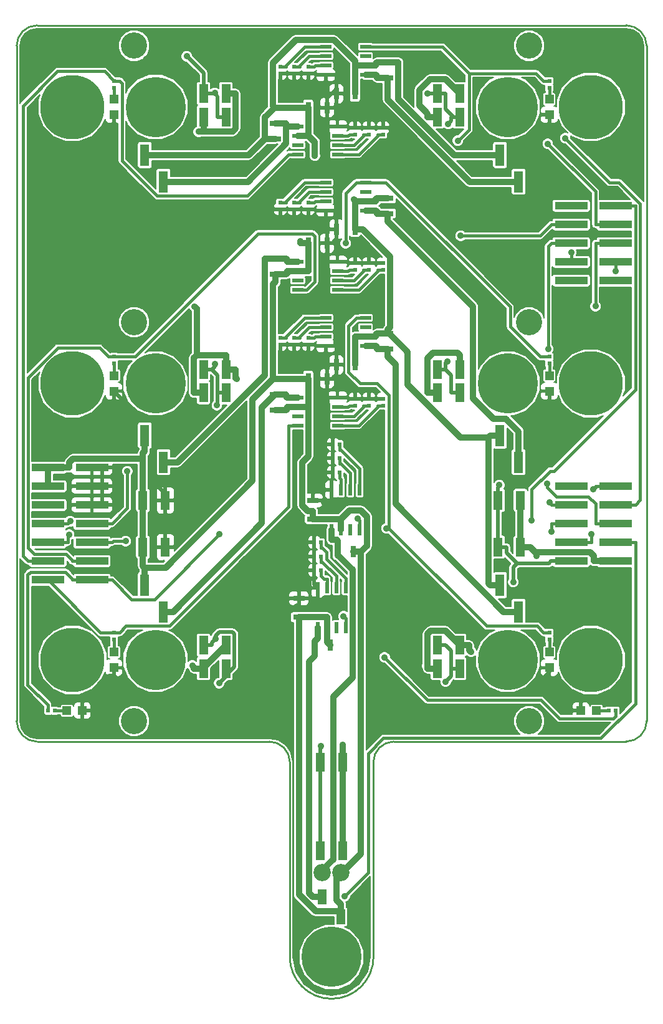
<source format=gtl>
G04 #@! TF.FileFunction,Copper,L1,Top,Signal*
%FSLAX46Y46*%
G04 Gerber Fmt 4.6, Leading zero omitted, Abs format (unit mm)*
G04 Created by KiCad (PCBNEW 0.201508110901+6083~28~ubuntu14.04.1-product) date Wed 12 Aug 2015 09:29:52 AM EDT*
%MOMM*%
G01*
G04 APERTURE LIST*
%ADD10C,0.100000*%
%ADD11C,0.228600*%
%ADD12R,4.495800X1.016000*%
%ADD13R,1.270000X2.540000*%
%ADD14C,8.712200*%
%ADD15C,8.128000*%
%ADD16C,3.556000*%
%ADD17C,2.336800*%
%ADD18R,0.619760X0.619760*%
%ADD19R,0.787400X1.600200*%
%ADD20R,1.600200X0.787400*%
%ADD21R,1.193800X1.193800*%
%ADD22R,0.599440X1.549400*%
%ADD23R,1.549400X0.599440*%
%ADD24R,1.270000X2.971800*%
%ADD25R,1.270000X2.092960*%
%ADD26C,0.889000*%
%ADD27C,0.812800*%
%ADD28C,0.406400*%
%ADD29C,0.508000*%
%ADD30C,0.203200*%
G04 APERTURE END LIST*
D10*
D11*
X87914480Y-151958040D02*
G75*
G03X99283520Y-151958040I5684520J0D01*
G01*
X99283520Y-125483620D02*
X99283520Y-151958040D01*
X87917020Y-125483620D02*
X87917020Y-151958040D01*
X102064820Y-122702320D02*
G75*
G03X99283520Y-125483620I0J-2781300D01*
G01*
X87917020Y-125483620D02*
G75*
G03X85135720Y-122702320I-2781300J0D01*
G01*
X102064820Y-122702320D02*
X133619240Y-122702320D01*
X53581300Y-122702320D02*
X85135720Y-122702320D01*
X53581300Y-25400000D02*
G75*
G03X50800000Y-28181300I0J-2781300D01*
G01*
X133619240Y-122702320D02*
G75*
G03X136400540Y-119921020I0J2781300D01*
G01*
X136400540Y-28181300D02*
X136400540Y-119921020D01*
X50800000Y-119921020D02*
G75*
G03X53581300Y-122702320I2781300J0D01*
G01*
X50800000Y-28181300D02*
X50800000Y-119921020D01*
X136400540Y-28181300D02*
G75*
G03X133619240Y-25400000I-2781300J0D01*
G01*
X53581300Y-25400000D02*
X133619240Y-25400000D01*
D12*
X132156200Y-98181200D03*
X126161800Y-98181200D03*
X132156200Y-95641200D03*
X126161800Y-95641200D03*
X132156200Y-93101200D03*
X126161800Y-93101200D03*
X132156200Y-90561200D03*
X126161800Y-90561200D03*
X132156200Y-88021200D03*
X126161800Y-88021200D03*
D13*
X95123000Y-137551000D03*
X92075000Y-137551000D03*
X110998000Y-34681200D03*
X107950000Y-34681200D03*
X110998000Y-72146200D03*
X107950000Y-72146200D03*
X110998000Y-109611000D03*
X107950000Y-109611000D03*
X79248000Y-34681200D03*
X76200000Y-34681200D03*
X79248000Y-72146200D03*
X76200000Y-72146200D03*
X79248000Y-109611000D03*
X76200000Y-109611000D03*
D14*
X128816000Y-111613000D03*
X128816000Y-74051200D03*
X128816000Y-36489600D03*
X58384400Y-111613000D03*
X58384400Y-74051200D03*
X58384400Y-36489600D03*
D15*
X69667100Y-36489600D03*
X117533000Y-36489600D03*
X69667100Y-74051200D03*
X117533000Y-74051200D03*
X69667100Y-111613000D03*
X117533000Y-111613000D03*
X93599000Y-151958000D03*
D16*
X120434000Y-119921000D03*
X66763900Y-119921000D03*
X120434000Y-65742800D03*
X66763900Y-65742800D03*
X120434000Y-28181300D03*
X66763900Y-28181300D03*
D17*
X94869000Y-140503000D03*
X92329000Y-140503000D03*
D18*
X92143580Y-97546200D03*
X91244420Y-97546200D03*
X88519000Y-31056620D03*
X88519000Y-31955780D03*
X88519000Y-49471620D03*
X88519000Y-50370780D03*
X88519000Y-67886620D03*
X88519000Y-68785780D03*
X98679000Y-40210780D03*
X98679000Y-39311620D03*
X98679000Y-58625780D03*
X98679000Y-57726620D03*
X98679000Y-77040780D03*
X98679000Y-76141620D03*
X94683580Y-84211200D03*
X93784420Y-84211200D03*
D19*
X93370400Y-109611000D03*
X91287600Y-109611000D03*
D20*
X101219000Y-30464800D03*
X101219000Y-32547600D03*
X101219000Y-48879800D03*
X101219000Y-50962600D03*
X101219000Y-67294800D03*
X101219000Y-69377600D03*
X85979000Y-40802600D03*
X85979000Y-38719800D03*
X85979000Y-59217600D03*
X85979000Y-57134800D03*
X85979000Y-77632600D03*
X85979000Y-75549800D03*
D19*
X96545400Y-96911200D03*
X94462600Y-96911200D03*
D18*
X132148580Y-118501000D03*
X131249420Y-118501000D03*
X123175000Y-32961620D03*
X123175000Y-33860780D03*
X123175000Y-70426620D03*
X123175000Y-71325780D03*
X123175000Y-107891420D03*
X123175000Y-108790580D03*
X64025800Y-32961620D03*
X64025800Y-33860780D03*
X64025800Y-70426620D03*
X64025800Y-71325780D03*
X64025800Y-107891420D03*
X64025800Y-108790580D03*
X55049420Y-118501000D03*
X55948580Y-118501000D03*
X92143580Y-99451200D03*
X91244420Y-99451200D03*
X92143580Y-95641200D03*
X91244420Y-95641200D03*
X90424000Y-31056620D03*
X90424000Y-31955780D03*
X86614000Y-31056620D03*
X86614000Y-31955780D03*
X90424000Y-49471620D03*
X90424000Y-50370780D03*
X86614000Y-49471620D03*
X86614000Y-50370780D03*
X90424000Y-67886620D03*
X90424000Y-68785780D03*
X86614000Y-67886620D03*
X86614000Y-68785780D03*
X96774000Y-40210780D03*
X96774000Y-39311620D03*
X100584000Y-40210780D03*
X100584000Y-39311620D03*
X96774000Y-58625780D03*
X96774000Y-57726620D03*
X100584000Y-58625780D03*
X100584000Y-57726620D03*
X96774000Y-77040780D03*
X96774000Y-76141620D03*
X100584000Y-77040780D03*
X100584000Y-76141620D03*
X94683580Y-86116200D03*
X93784420Y-86116200D03*
X94683580Y-82306200D03*
X93784420Y-82306200D03*
D12*
X61036200Y-85481200D03*
X55041800Y-85481200D03*
X61036200Y-100721200D03*
X55041800Y-100721200D03*
X55041800Y-88021200D03*
X61036200Y-88021200D03*
X55041800Y-90561200D03*
X61036200Y-90561200D03*
X55041800Y-93101200D03*
X61036200Y-93101200D03*
X55041800Y-95641200D03*
X61036200Y-95641200D03*
X55041800Y-98181200D03*
X61036200Y-98181200D03*
D21*
X57619900Y-118501000D03*
X59728100Y-118501000D03*
X64025800Y-110558900D03*
X64025800Y-112667100D03*
X64025800Y-72997100D03*
X64025800Y-75105300D03*
X64025800Y-35435500D03*
X64025800Y-37543700D03*
X123175000Y-110558900D03*
X123175000Y-112667100D03*
X123175000Y-72997100D03*
X123175000Y-75105300D03*
X123175000Y-35435500D03*
X123175000Y-37543700D03*
X129578100Y-118501000D03*
X127469900Y-118501000D03*
D22*
X95504000Y-101838600D03*
X94234000Y-101838600D03*
X92964000Y-101838600D03*
X91694000Y-101838600D03*
X91694000Y-107223400D03*
X92964000Y-107223400D03*
X94234000Y-107223400D03*
X95504000Y-107223400D03*
D23*
X92811600Y-28331200D03*
X92811600Y-29601200D03*
X92811600Y-30871200D03*
X92811600Y-32141200D03*
X98196400Y-32141200D03*
X98196400Y-30871200D03*
X98196400Y-29601200D03*
X98196400Y-28331200D03*
X92811600Y-46746200D03*
X92811600Y-48016200D03*
X92811600Y-49286200D03*
X92811600Y-50556200D03*
X98196400Y-50556200D03*
X98196400Y-49286200D03*
X98196400Y-48016200D03*
X98196400Y-46746200D03*
X92811600Y-65161200D03*
X92811600Y-66431200D03*
X92811600Y-67701200D03*
X92811600Y-68971200D03*
X98196400Y-68971200D03*
X98196400Y-67701200D03*
X98196400Y-66431200D03*
X98196400Y-65161200D03*
X94386400Y-42936200D03*
X94386400Y-41666200D03*
X94386400Y-40396200D03*
X94386400Y-39126200D03*
X89001600Y-39126200D03*
X89001600Y-40396200D03*
X89001600Y-41666200D03*
X89001600Y-42936200D03*
X94386400Y-61351200D03*
X94386400Y-60081200D03*
X94386400Y-58811200D03*
X94386400Y-57541200D03*
X89001600Y-57541200D03*
X89001600Y-58811200D03*
X89001600Y-60081200D03*
X89001600Y-61351200D03*
X94386400Y-79766200D03*
X94386400Y-78496200D03*
X94386400Y-77226200D03*
X94386400Y-75956200D03*
X89001600Y-75956200D03*
X89001600Y-77226200D03*
X89001600Y-78496200D03*
X89001600Y-79766200D03*
D22*
X97409000Y-88503800D03*
X96139000Y-88503800D03*
X94869000Y-88503800D03*
X93599000Y-88503800D03*
X93599000Y-93888600D03*
X94869000Y-93888600D03*
X96139000Y-93888600D03*
X97409000Y-93888600D03*
D24*
X118999000Y-46644600D03*
X116459000Y-43037800D03*
X118999000Y-84744600D03*
X116459000Y-81137800D03*
X118999000Y-105064400D03*
X116459000Y-101457600D03*
X70739000Y-46644600D03*
X68199000Y-43037800D03*
X70739000Y-84744600D03*
X68199000Y-81137800D03*
X70739000Y-105064400D03*
X68199000Y-101457600D03*
D25*
X92329000Y-143804480D03*
X94869000Y-146537520D03*
D13*
X95123000Y-125486000D03*
X92075000Y-125486000D03*
X107950000Y-37856200D03*
X110998000Y-37856200D03*
X107950000Y-75321200D03*
X110998000Y-75321200D03*
X107950000Y-112786000D03*
X110998000Y-112786000D03*
X76200000Y-37856200D03*
X79248000Y-37856200D03*
X76200000Y-75321200D03*
X79248000Y-75321200D03*
X76200000Y-112786000D03*
X79248000Y-112786000D03*
X67945000Y-89926200D03*
X70993000Y-89926200D03*
X119253000Y-96276200D03*
X116205000Y-96276200D03*
D12*
X132156200Y-60081200D03*
X126161800Y-60081200D03*
X132156200Y-57541200D03*
X126161800Y-57541200D03*
X132156200Y-55001200D03*
X126161800Y-55001200D03*
X132156200Y-52461200D03*
X126161800Y-52461200D03*
X132156200Y-49921200D03*
X126161800Y-49921200D03*
D20*
X89154000Y-105801000D03*
X89154000Y-103261000D03*
D19*
X96774000Y-34681200D03*
X94234000Y-34681200D03*
X96774000Y-53096200D03*
X94234000Y-53096200D03*
X96774000Y-71511200D03*
X94234000Y-71511200D03*
X90424000Y-36586200D03*
X92964000Y-36586200D03*
X90424000Y-55001200D03*
X92964000Y-55001200D03*
X90424000Y-73416200D03*
X92964000Y-73416200D03*
D20*
X91059000Y-92466200D03*
X91059000Y-89926200D03*
D13*
X67945000Y-96276200D03*
X70993000Y-96276200D03*
X119253000Y-89926200D03*
X116205000Y-89926200D03*
D26*
X89326200Y-54738700D03*
X91312900Y-43097000D03*
X96664300Y-49091400D03*
X112552600Y-110503000D03*
X80675500Y-73472100D03*
X106606600Y-112468700D03*
X74664400Y-112362700D03*
X106596700Y-73472100D03*
X95123000Y-123133800D03*
X95123000Y-129046800D03*
X121433700Y-97516800D03*
X74992500Y-63584100D03*
X106449600Y-37224000D03*
X75535200Y-39860600D03*
X95399500Y-143700500D03*
X128867200Y-94510000D03*
X122841500Y-87626700D03*
X123456400Y-94147300D03*
X125332200Y-40740300D03*
X123177900Y-90169400D03*
X129177600Y-88434000D03*
X66294000Y-41031160D03*
X62484000Y-41031160D03*
X69984300Y-88028300D03*
X91244400Y-93595500D03*
X92583100Y-90232300D03*
X117729000Y-90232300D03*
X64259200Y-85734900D03*
X97104000Y-92413200D03*
X78381200Y-94536500D03*
X95213800Y-105691300D03*
X100786500Y-111264000D03*
X58088800Y-92750600D03*
X110756000Y-41082800D03*
X65850200Y-85968200D03*
X95510100Y-55012700D03*
X57914400Y-94589400D03*
X101067800Y-93728400D03*
X65627400Y-95471000D03*
X73914000Y-29601160D03*
X77757200Y-71388400D03*
X109296800Y-71074300D03*
X77818000Y-108760600D03*
X78002900Y-77028100D03*
X92163200Y-123320300D03*
X106614900Y-34681200D03*
X116391500Y-87857000D03*
X118273600Y-101044100D03*
X78324700Y-114764200D03*
X109081300Y-114589900D03*
X109440500Y-38775600D03*
X77724000Y-34608100D03*
X132156200Y-58811200D03*
X126161800Y-56214800D03*
X129450800Y-63565600D03*
X123035900Y-69385800D03*
X122964300Y-41496600D03*
X111135600Y-53995200D03*
X120802300Y-92658900D03*
D27*
X90437000Y-38060000D02*
X90437000Y-40396200D01*
X90424000Y-38047000D02*
X90437000Y-38060000D01*
X89001600Y-40396200D02*
X90437000Y-40396200D01*
X90627800Y-105788000D02*
X92964000Y-105788000D01*
X90614800Y-105801000D02*
X90627800Y-105788000D01*
X89154000Y-105801000D02*
X90614800Y-105801000D01*
X90424000Y-37316600D02*
X90424000Y-38047000D01*
X90424000Y-37316600D02*
X90424000Y-36586200D01*
X99631800Y-30591200D02*
X99758200Y-30464800D01*
X99631800Y-30871200D02*
X99631800Y-30591200D01*
X98196400Y-30871200D02*
X99631800Y-30871200D01*
X92964000Y-106505700D02*
X92964000Y-105788000D01*
X87566200Y-77506200D02*
X87439800Y-77632600D01*
X87566200Y-77226200D02*
X87566200Y-77506200D01*
X85979000Y-77632600D02*
X87439800Y-77632600D01*
X89001600Y-77226200D02*
X87566200Y-77226200D01*
X55041800Y-85481200D02*
X55041800Y-88021200D01*
X90424000Y-36586200D02*
X89369600Y-36586200D01*
X98196400Y-30871200D02*
X96761000Y-30871200D01*
X85979000Y-40802600D02*
X84518200Y-40802600D01*
X84518200Y-37918200D02*
X84518200Y-40802600D01*
X85850200Y-36586200D02*
X84518200Y-37918200D01*
X85850200Y-36586200D02*
X89369600Y-36586200D01*
X96761000Y-70037400D02*
X96774000Y-70050400D01*
X96761000Y-67701200D02*
X96761000Y-70037400D01*
X98196400Y-67701200D02*
X96761000Y-67701200D01*
X96774000Y-71511200D02*
X96774000Y-70050400D01*
X94869000Y-93888600D02*
X94869000Y-92453200D01*
X94869000Y-146537500D02*
X94869000Y-145757800D01*
X94869000Y-145757800D02*
X94869000Y-144830300D01*
X99631800Y-67421200D02*
X99631800Y-67701200D01*
X99758200Y-67294800D02*
X99631800Y-67421200D01*
X101219000Y-67294800D02*
X99758200Y-67294800D01*
X98196400Y-67701200D02*
X99631800Y-67701200D01*
X68199000Y-101457600D02*
X68199000Y-99311000D01*
X68199000Y-43037800D02*
X69494700Y-43037800D01*
X68199000Y-99057000D02*
X68199000Y-99311000D01*
X92964000Y-106505700D02*
X92964000Y-107223400D01*
X92964000Y-109204600D02*
X93370400Y-109611000D01*
X92964000Y-107223400D02*
X92964000Y-109204600D01*
X98369500Y-96141500D02*
X97599800Y-96911200D01*
X98369500Y-92114900D02*
X98369500Y-96141500D01*
X97547000Y-91292400D02*
X98369500Y-92114900D01*
X96029800Y-91292400D02*
X97547000Y-91292400D01*
X94869000Y-92453200D02*
X96029800Y-91292400D01*
X67945000Y-89926200D02*
X67945000Y-87995500D01*
X55041800Y-85481200D02*
X57950400Y-85481200D01*
X57950400Y-84823800D02*
X57950400Y-85481200D01*
X58465600Y-84308600D02*
X57950400Y-84823800D01*
X67945000Y-84308600D02*
X58465600Y-84308600D01*
X67945000Y-87995500D02*
X67945000Y-84308600D01*
X67945000Y-83538400D02*
X68199000Y-83284400D01*
X67945000Y-84308600D02*
X67945000Y-83538400D01*
X68199000Y-81137800D02*
X68199000Y-83284400D01*
X89154000Y-143487200D02*
X89154000Y-105801000D01*
X91424600Y-145757800D02*
X89154000Y-143487200D01*
X94869000Y-145757800D02*
X91424600Y-145757800D01*
X100554900Y-30464800D02*
X99758200Y-30464800D01*
X96545400Y-96911200D02*
X97298900Y-96911200D01*
X97298900Y-96911200D02*
X97531700Y-96911200D01*
X97531700Y-96911200D02*
X97599800Y-96911200D01*
X101554700Y-56822500D02*
X97828400Y-53096200D01*
X101554700Y-66431900D02*
X101554700Y-56822500D01*
X101219000Y-66767600D02*
X101554700Y-66431900D01*
X116459000Y-101457600D02*
X115163300Y-101457600D01*
X116459000Y-81137800D02*
X115163300Y-81137800D01*
X101219000Y-67294800D02*
X101219000Y-67031200D01*
X101219000Y-67031200D02*
X101219000Y-66767600D01*
X114901600Y-101195900D02*
X114901600Y-81399500D01*
X115163300Y-101457600D02*
X114901600Y-101195900D01*
X114901600Y-81399500D02*
X115163300Y-81137800D01*
X90424000Y-73416200D02*
X90424000Y-74877000D01*
X89369600Y-54782100D02*
X89326200Y-54738700D01*
X89369600Y-55001200D02*
X89369600Y-54782100D01*
X90424000Y-55001200D02*
X89369600Y-55001200D01*
X97531700Y-137983800D02*
X97531700Y-96911200D01*
X95012500Y-140503000D02*
X97531700Y-137983800D01*
X94869000Y-140503000D02*
X95012500Y-140503000D01*
X96761000Y-33207400D02*
X96774000Y-33220400D01*
X96761000Y-30871200D02*
X96761000Y-33207400D01*
X96774000Y-34681200D02*
X96774000Y-33220400D01*
X96761000Y-30251500D02*
X96761000Y-30871200D01*
X93880200Y-27370700D02*
X96761000Y-30251500D01*
X88740200Y-27370700D02*
X93880200Y-27370700D01*
X85639700Y-30471200D02*
X88740200Y-27370700D01*
X85639700Y-36375700D02*
X85639700Y-30471200D01*
X85850200Y-36586200D02*
X85639700Y-36375700D01*
X111112600Y-81399500D02*
X114901600Y-81399500D01*
X103951400Y-74238300D02*
X111112600Y-81399500D01*
X103951400Y-69763600D02*
X103951400Y-74238300D01*
X101219000Y-67031200D02*
X103951400Y-69763600D01*
X90437000Y-56475000D02*
X90424000Y-56462000D01*
X90437000Y-58811200D02*
X90437000Y-56475000D01*
X89001600Y-58811200D02*
X90437000Y-58811200D01*
X90424000Y-55001200D02*
X90424000Y-56462000D01*
X94294300Y-144255600D02*
X94869000Y-144830300D01*
X94294300Y-141077700D02*
X94294300Y-144255600D01*
X94869000Y-140503000D02*
X94294300Y-141077700D01*
X87566200Y-59091200D02*
X87566200Y-58811200D01*
X87439800Y-59217600D02*
X87566200Y-59091200D01*
X85979000Y-59217600D02*
X87439800Y-59217600D01*
X89001600Y-58811200D02*
X87566200Y-58811200D01*
X67945000Y-98803000D02*
X67945000Y-96276200D01*
X68199000Y-99057000D02*
X67945000Y-98803000D01*
X67945000Y-96276200D02*
X67945000Y-89926200D01*
X90424000Y-73416200D02*
X85643500Y-73416200D01*
X71069000Y-99057000D02*
X68199000Y-99057000D01*
X82847900Y-87278100D02*
X71069000Y-99057000D01*
X82847900Y-76211800D02*
X82847900Y-87278100D01*
X85643500Y-73416200D02*
X82847900Y-76211800D01*
X85643300Y-60607700D02*
X85979000Y-60272000D01*
X85643300Y-73416000D02*
X85643300Y-60607700D01*
X85643500Y-73416200D02*
X85643300Y-73416000D01*
X85979000Y-59217600D02*
X85979000Y-60272000D01*
X92532800Y-92453200D02*
X94869000Y-92453200D01*
X92519800Y-92466200D02*
X92532800Y-92453200D01*
X91059000Y-92466200D02*
X92519800Y-92466200D01*
X89001600Y-77226200D02*
X90036800Y-77226200D01*
X90437000Y-74890000D02*
X90424000Y-74877000D01*
X90437000Y-77226200D02*
X90437000Y-74890000D01*
X90036800Y-77226200D02*
X90437000Y-77226200D01*
X90400000Y-91411800D02*
X91059000Y-91411800D01*
X89593800Y-90605600D02*
X90400000Y-91411800D01*
X89593800Y-84774900D02*
X89593800Y-90605600D01*
X90437000Y-83931700D02*
X89593800Y-84774900D01*
X90437000Y-77226200D02*
X90437000Y-83931700D01*
X91059000Y-92466200D02*
X91059000Y-91411800D01*
X82283000Y-43037800D02*
X69494700Y-43037800D01*
X84518200Y-40802600D02*
X82283000Y-43037800D01*
X97034300Y-53096200D02*
X97828400Y-53096200D01*
X99631800Y-49006200D02*
X99758200Y-48879800D01*
X99631800Y-49286200D02*
X99631800Y-49006200D01*
X101219000Y-48879800D02*
X99758200Y-48879800D01*
X98196400Y-49286200D02*
X99631800Y-49286200D01*
X91312900Y-41272100D02*
X90437000Y-40396200D01*
X91312900Y-43097000D02*
X91312900Y-41272100D01*
X100554900Y-30464800D02*
X101219000Y-30464800D01*
X101219000Y-30464800D02*
X102679800Y-30464800D01*
X116459000Y-43037800D02*
X115163300Y-43037800D01*
X98196400Y-49286200D02*
X96761000Y-49286200D01*
X96761000Y-49188100D02*
X96664300Y-49091400D01*
X96761000Y-49286200D02*
X96761000Y-49188100D01*
X97034300Y-53096200D02*
X96774000Y-53096200D01*
X96761000Y-51622400D02*
X96761000Y-49286200D01*
X96774000Y-51635400D02*
X96761000Y-51622400D01*
X96774000Y-53096200D02*
X96774000Y-51635400D01*
X110261300Y-43037800D02*
X115163300Y-43037800D01*
X102679800Y-35456300D02*
X110261300Y-43037800D01*
X102679800Y-30464800D02*
X102679800Y-35456300D01*
X110998000Y-109611000D02*
X112293700Y-109611000D01*
X107950000Y-112786000D02*
X106654300Y-112786000D01*
X112293700Y-110244100D02*
X112552600Y-110503000D01*
X112293700Y-109611000D02*
X112293700Y-110244100D01*
X80543700Y-73340300D02*
X80675500Y-73472100D01*
X80543700Y-72146200D02*
X80543700Y-73340300D01*
X106654300Y-112468700D02*
X106606600Y-112468700D01*
X106654300Y-112786000D02*
X106654300Y-112468700D01*
X109067200Y-107680200D02*
X110998000Y-109611000D01*
X107040000Y-107680200D02*
X109067200Y-107680200D01*
X106654300Y-108065900D02*
X107040000Y-107680200D01*
X106654300Y-112468700D02*
X106654300Y-108065900D01*
X76200000Y-112786000D02*
X74904300Y-112786000D01*
X74904300Y-112602600D02*
X74664400Y-112362700D01*
X74904300Y-112786000D02*
X74904300Y-112602600D01*
X76200000Y-112659000D02*
X76200000Y-112786000D01*
X79248000Y-109611000D02*
X76200000Y-112659000D01*
X79629100Y-72146200D02*
X80543700Y-72146200D01*
X79248000Y-72146200D02*
X79629100Y-72146200D01*
X76200000Y-75321200D02*
X74904300Y-75321200D01*
X79248000Y-72146200D02*
X79248000Y-70215500D01*
X107950000Y-75321200D02*
X106654300Y-75321200D01*
X95123000Y-125486000D02*
X95123000Y-123555300D01*
X95123000Y-125486000D02*
X95123000Y-129046800D01*
X95123000Y-129046800D02*
X95123000Y-137551000D01*
X110998000Y-72146200D02*
X110998000Y-70215500D01*
X106598700Y-73472100D02*
X106596700Y-73472100D01*
X106654300Y-73527700D02*
X106598700Y-73472100D01*
X106654300Y-75321200D02*
X106654300Y-73527700D01*
X110697100Y-69914600D02*
X110998000Y-70215500D01*
X107340600Y-69914600D02*
X110697100Y-69914600D01*
X106598700Y-70656500D02*
X107340600Y-69914600D01*
X106598700Y-73472100D02*
X106598700Y-70656500D01*
X119253000Y-89926200D02*
X119253000Y-91856900D01*
X119253000Y-91856900D02*
X119253000Y-96276200D01*
X119253000Y-96276200D02*
X120548700Y-96276200D01*
X132156200Y-98181200D02*
X129247600Y-98181200D01*
X121433700Y-97516800D02*
X121433700Y-97012500D01*
X121285000Y-97012500D02*
X121433700Y-97012500D01*
X120548700Y-96276200D02*
X121285000Y-97012500D01*
X129247600Y-97523700D02*
X129247600Y-98181200D01*
X128736400Y-97012500D02*
X129247600Y-97523700D01*
X121433700Y-97012500D02*
X128736400Y-97012500D01*
X95123000Y-123555300D02*
X95123000Y-123133800D01*
X75286500Y-63878100D02*
X75286500Y-70215500D01*
X74992500Y-63584100D02*
X75286500Y-63878100D01*
X79248000Y-70215500D02*
X75286500Y-70215500D01*
X74904300Y-70597700D02*
X74904300Y-75321200D01*
X75286500Y-70215500D02*
X74904300Y-70597700D01*
X107950000Y-37856200D02*
X106654300Y-37856200D01*
X106654300Y-37428700D02*
X106449600Y-37224000D01*
X106654300Y-37856200D02*
X106654300Y-37428700D01*
X105506600Y-36281000D02*
X106449600Y-37224000D01*
X105506600Y-34211700D02*
X105506600Y-36281000D01*
X106967900Y-32750400D02*
X105506600Y-34211700D01*
X109067200Y-32750400D02*
X106967900Y-32750400D01*
X110998000Y-34681200D02*
X109067200Y-32750400D01*
X76200000Y-37856200D02*
X76200000Y-39786900D01*
X75608900Y-39786900D02*
X76200000Y-39786900D01*
X75535200Y-39860600D02*
X75608900Y-39786900D01*
X80543700Y-39414500D02*
X80543700Y-34681200D01*
X80171300Y-39786900D02*
X80543700Y-39414500D01*
X76200000Y-39786900D02*
X80171300Y-39786900D01*
X79248000Y-34681200D02*
X80543700Y-34681200D01*
D28*
X134861600Y-117555400D02*
X134861600Y-95641200D01*
X130182600Y-122234400D02*
X134861600Y-117555400D01*
X100645500Y-122234400D02*
X130182600Y-122234400D01*
X98562600Y-124317300D02*
X100645500Y-122234400D01*
X98562600Y-140537400D02*
X98562600Y-124317300D01*
X95399500Y-143700500D02*
X98562600Y-140537400D01*
X132156200Y-95641200D02*
X134861600Y-95641200D01*
X126161800Y-95641200D02*
X128867200Y-95641200D01*
X128867200Y-94510000D02*
X128867200Y-95641200D01*
X132156200Y-93101200D02*
X129450800Y-93101200D01*
X122841500Y-88151000D02*
X122841500Y-87626700D01*
X124105800Y-89415300D02*
X122841500Y-88151000D01*
X128467100Y-89415300D02*
X124105800Y-89415300D01*
X129450800Y-90399000D02*
X128467100Y-89415300D01*
X129450800Y-93101200D02*
X129450800Y-90399000D01*
X126161800Y-93101200D02*
X123456400Y-93101200D01*
X123456400Y-93101200D02*
X123456400Y-94147300D01*
X135522400Y-89900400D02*
X134861600Y-90561200D01*
X135522400Y-49619900D02*
X135522400Y-89900400D01*
X132639500Y-46737000D02*
X135522400Y-49619900D01*
X131328900Y-46737000D02*
X132639500Y-46737000D01*
X125332200Y-40740300D02*
X131328900Y-46737000D01*
X132156200Y-90561200D02*
X134861600Y-90561200D01*
X126161800Y-90561200D02*
X123456400Y-90561200D01*
X123456400Y-90447900D02*
X123456400Y-90561200D01*
X123177900Y-90169400D02*
X123456400Y-90447900D01*
X129450800Y-88160800D02*
X129450800Y-88021200D01*
X129177600Y-88434000D02*
X129450800Y-88160800D01*
X132156200Y-88021200D02*
X129450800Y-88021200D01*
D29*
X64025800Y-41666160D02*
X63119000Y-41666160D01*
X63119000Y-41666160D02*
X62484000Y-41031160D01*
X95770400Y-75956200D02*
X95955800Y-76141600D01*
X94386400Y-75956200D02*
X95770400Y-75956200D01*
X92811600Y-32141200D02*
X91528600Y-32141200D01*
X100584000Y-76141600D02*
X98679000Y-76141600D01*
X96364900Y-76141600D02*
X95955800Y-76141600D01*
X96364900Y-76141600D02*
X96774000Y-76141600D01*
X96774000Y-76141600D02*
X98679000Y-76141600D01*
X100584000Y-57726600D02*
X98679000Y-57726600D01*
X96774000Y-57726600D02*
X98679000Y-57726600D01*
X86614000Y-68785800D02*
X88519000Y-68785800D01*
X90424000Y-68785800D02*
X88519000Y-68785800D01*
X86614000Y-31955800D02*
X88519000Y-31955800D01*
X91343200Y-31955800D02*
X90424000Y-31955800D01*
X91528600Y-32141200D02*
X91343200Y-31955800D01*
X90424000Y-31955800D02*
X88519000Y-31955800D01*
X91427600Y-68971200D02*
X91242200Y-68785800D01*
X92811600Y-68971200D02*
X91427600Y-68971200D01*
X90424000Y-68785800D02*
X91242200Y-68785800D01*
X94234000Y-32280600D02*
X94094600Y-32141200D01*
X94234000Y-33372800D02*
X94234000Y-32280600D01*
X92811600Y-32141200D02*
X94094600Y-32141200D01*
X123175000Y-112667100D02*
X123175000Y-113219700D01*
X91554600Y-103261000D02*
X91694000Y-103121600D01*
X90462400Y-103261000D02*
X91554600Y-103261000D01*
X91694000Y-101838600D02*
X91694000Y-103121600D01*
X93784400Y-82306200D02*
X93784400Y-84211200D01*
X93784400Y-82306200D02*
X93784400Y-81488000D01*
X94386400Y-75956200D02*
X93103400Y-75956200D01*
X93103400Y-80807000D02*
X93103400Y-75956200D01*
X93784400Y-81488000D02*
X93103400Y-80807000D01*
X93784400Y-86116200D02*
X93784400Y-84211200D01*
X93599000Y-87119800D02*
X93599000Y-88503800D01*
X93784400Y-86934400D02*
X93599000Y-87119800D01*
X93784400Y-86116200D02*
X93784400Y-86934400D01*
X93599000Y-88503800D02*
X93599000Y-89786800D01*
X92964000Y-75816800D02*
X92964000Y-73416200D01*
X93103400Y-75956200D02*
X92964000Y-75816800D01*
X93866000Y-73187600D02*
X94234000Y-72819600D01*
X93866000Y-73416200D02*
X93866000Y-73187600D01*
X92964000Y-73416200D02*
X93866000Y-73416200D01*
X94234000Y-71511200D02*
X94234000Y-72819600D01*
X95770400Y-39126200D02*
X95955800Y-39311600D01*
X94386400Y-39126200D02*
X95770400Y-39126200D01*
X96774000Y-39311600D02*
X95955800Y-39311600D01*
X90424000Y-50370800D02*
X91242200Y-50370800D01*
X94386400Y-39126200D02*
X93103400Y-39126200D01*
X93103400Y-38034000D02*
X93103400Y-39126200D01*
X92964000Y-37894600D02*
X93103400Y-38034000D01*
X92964000Y-36586200D02*
X92964000Y-37894600D01*
X94234000Y-34681200D02*
X94234000Y-34027000D01*
X94234000Y-34027000D02*
X94234000Y-33372800D01*
X92983200Y-35277800D02*
X92964000Y-35277800D01*
X94234000Y-34027000D02*
X92983200Y-35277800D01*
X92964000Y-36586200D02*
X92964000Y-35277800D01*
X127469900Y-118501000D02*
X126364700Y-118501000D01*
X92811600Y-68971200D02*
X94094600Y-68971200D01*
X91427600Y-50556200D02*
X92811600Y-50556200D01*
X91242200Y-50370800D02*
X91427600Y-50556200D01*
X123175000Y-113219700D02*
X122129200Y-114265500D01*
X122129200Y-114265500D02*
X126364700Y-118501000D01*
X61036200Y-88021200D02*
X62414300Y-88021200D01*
X70993000Y-89926200D02*
X70993000Y-89037000D01*
X91244400Y-97546200D02*
X91244400Y-95641200D01*
X61036200Y-90561200D02*
X62414300Y-90561200D01*
X70993000Y-89037000D02*
X69984300Y-88028300D01*
X69595600Y-87639600D02*
X69984300Y-88028300D01*
X69595600Y-79663500D02*
X69595600Y-87639600D01*
X68905400Y-78973300D02*
X69595600Y-79663500D01*
X67893800Y-78973300D02*
X68905400Y-78973300D01*
X64025800Y-75105300D02*
X67893800Y-78973300D01*
X90424000Y-50370800D02*
X88519000Y-50370800D01*
X89808200Y-103261000D02*
X89161100Y-103261000D01*
X89808200Y-103261000D02*
X90462400Y-103261000D01*
X89157600Y-103261000D02*
X89161100Y-103261000D01*
X91059000Y-89926200D02*
X92367400Y-89926200D01*
X97351000Y-89786800D02*
X93599000Y-89786800D01*
X99700400Y-92136200D02*
X97351000Y-89786800D01*
X99700400Y-107160200D02*
X99700400Y-92136200D01*
X108760400Y-116220200D02*
X99700400Y-107160200D01*
X120174500Y-116220200D02*
X108760400Y-116220200D01*
X122129200Y-114265500D02*
X120174500Y-116220200D01*
X93459600Y-89926200D02*
X93599000Y-89786800D01*
X92367400Y-89926200D02*
X93459600Y-89926200D01*
X63351600Y-113772300D02*
X59728100Y-117395800D01*
X64025800Y-113772300D02*
X63351600Y-113772300D01*
X59728100Y-118501000D02*
X59728100Y-117395800D01*
X64025800Y-112667100D02*
X64025800Y-113772300D01*
X89157600Y-103261000D02*
X89154000Y-103261000D01*
X66469000Y-116215500D02*
X64025800Y-113772300D01*
X78497000Y-116215500D02*
X66469000Y-116215500D01*
X81657300Y-113055200D02*
X78497000Y-116215500D01*
X81657300Y-111321400D02*
X81657300Y-113055200D01*
X88815700Y-104163000D02*
X81657300Y-111321400D01*
X89154000Y-104163000D02*
X88815700Y-104163000D01*
X89154000Y-103261000D02*
X89154000Y-104163000D01*
X92811600Y-50556200D02*
X94059300Y-50556200D01*
X94136900Y-50478600D02*
X94059300Y-50556200D01*
X94136900Y-45705300D02*
X94136900Y-50478600D01*
X93103400Y-44671800D02*
X94136900Y-45705300D01*
X93103400Y-39126200D02*
X93103400Y-44671800D01*
X94059300Y-51613100D02*
X94234000Y-51787800D01*
X94059300Y-50556200D02*
X94059300Y-51613100D01*
X94234000Y-53096200D02*
X94234000Y-51787800D01*
X93866000Y-54772600D02*
X94234000Y-54404600D01*
X93866000Y-55001200D02*
X93866000Y-54772600D01*
X94234000Y-53096200D02*
X94234000Y-54404600D01*
X95770400Y-57541200D02*
X95955800Y-57726600D01*
X94386400Y-57541200D02*
X95770400Y-57541200D01*
X96774000Y-57726600D02*
X95955800Y-57726600D01*
X94386400Y-57541200D02*
X93103400Y-57541200D01*
X94234000Y-69110600D02*
X94094600Y-68971200D01*
X94234000Y-71511200D02*
X94234000Y-69110600D01*
X93103400Y-63632000D02*
X93103400Y-57541200D01*
X94094600Y-64623200D02*
X93103400Y-63632000D01*
X94094600Y-68971200D02*
X94094600Y-64623200D01*
X93224300Y-55001200D02*
X93866000Y-55001200D01*
X93224300Y-55001200D02*
X93103300Y-55001200D01*
X92964000Y-55001200D02*
X93103300Y-55001200D01*
X93103300Y-57541100D02*
X93103400Y-57541200D01*
X93103300Y-55001200D02*
X93103300Y-57541100D01*
X91244400Y-97546200D02*
X91244400Y-99451200D01*
X91244400Y-101389000D02*
X91694000Y-101838600D01*
X91244400Y-99451200D02*
X91244400Y-101389000D01*
X91244400Y-95641200D02*
X91244400Y-93595500D01*
X123175000Y-83463500D02*
X123175000Y-75105300D01*
X119456800Y-87181700D02*
X123175000Y-83463500D01*
X119358900Y-87181700D02*
X119456800Y-87181700D01*
X117729000Y-88811600D02*
X119358900Y-87181700D01*
X117729000Y-90232300D02*
X117729000Y-88811600D01*
X92583100Y-90141900D02*
X92583100Y-90232300D01*
X92367400Y-89926200D02*
X92583100Y-90141900D01*
X100584000Y-39311600D02*
X101402200Y-39311600D01*
X123175000Y-37543700D02*
X123175000Y-38648900D01*
X100584000Y-39311600D02*
X99765800Y-39311600D01*
X96774000Y-39311600D02*
X98679000Y-39311600D01*
X98679000Y-39311600D02*
X99765800Y-39311600D01*
X88519000Y-50370800D02*
X86614000Y-50370800D01*
X64025800Y-43730800D02*
X64025800Y-41666160D01*
X64025800Y-41666160D02*
X64025800Y-37543700D01*
X70665800Y-50370800D02*
X64025800Y-43730800D01*
X86614000Y-50370800D02*
X70665800Y-50370800D01*
X110729500Y-48638900D02*
X101402200Y-39311600D01*
X119893100Y-48638900D02*
X110729500Y-48638900D01*
X122011500Y-46520500D02*
X119893100Y-48638900D01*
X122011500Y-39812400D02*
X122011500Y-46520500D01*
X123175000Y-38648900D02*
X122011500Y-39812400D01*
X70993000Y-96276200D02*
X70993000Y-89926200D01*
X64005500Y-85481200D02*
X64259200Y-85734900D01*
X63792400Y-85481200D02*
X64005500Y-85481200D01*
X61036200Y-85481200D02*
X62414300Y-85481200D01*
X62414300Y-85481200D02*
X63792400Y-85481200D01*
X62414300Y-90561200D02*
X62414300Y-88021200D01*
X62414300Y-88021200D02*
X62414300Y-85481200D01*
D28*
X92341300Y-98313600D02*
X92143600Y-98313600D01*
X94234000Y-100206300D02*
X92341300Y-98313600D01*
X94234000Y-100606400D02*
X94234000Y-100206300D01*
X94234000Y-101838600D02*
X94234000Y-100606400D01*
X92143600Y-97546200D02*
X92143600Y-98313600D01*
X89286400Y-30864700D02*
X89286400Y-31056600D01*
X90549900Y-29601200D02*
X89286400Y-30864700D01*
X92811600Y-29601200D02*
X90549900Y-29601200D01*
X88519000Y-31056600D02*
X89286400Y-31056600D01*
X89286400Y-49279700D02*
X89286400Y-49471600D01*
X90549900Y-48016200D02*
X89286400Y-49279700D01*
X92811600Y-48016200D02*
X90549900Y-48016200D01*
X88519000Y-49471600D02*
X89286400Y-49471600D01*
X89286400Y-67694700D02*
X89286400Y-67886600D01*
X90549900Y-66431200D02*
X89286400Y-67694700D01*
X92811600Y-66431200D02*
X90549900Y-66431200D01*
X88519000Y-67886600D02*
X89286400Y-67886600D01*
X97911600Y-40402600D02*
X97911600Y-40210800D01*
X96648000Y-41666200D02*
X97911600Y-40402600D01*
X94386400Y-41666200D02*
X96648000Y-41666200D01*
X98679000Y-40210800D02*
X97911600Y-40210800D01*
X97911600Y-58817600D02*
X97911600Y-58625800D01*
X96648000Y-60081200D02*
X97911600Y-58817600D01*
X94386400Y-60081200D02*
X96648000Y-60081200D01*
X98679000Y-58625800D02*
X97911600Y-58625800D01*
X97911600Y-77232600D02*
X97911600Y-77040800D01*
X96648000Y-78496200D02*
X97911600Y-77232600D01*
X94386400Y-78496200D02*
X96648000Y-78496200D01*
X98679000Y-77040800D02*
X97911600Y-77040800D01*
X94875400Y-84978600D02*
X94683600Y-84978600D01*
X96139000Y-86242200D02*
X94875400Y-84978600D01*
X96139000Y-88503800D02*
X96139000Y-86242200D01*
X94683600Y-84211200D02*
X94683600Y-84978600D01*
X129578100Y-118501000D02*
X131249400Y-118501000D01*
X123175000Y-35435500D02*
X123175000Y-33860800D01*
X123175000Y-72997100D02*
X123175000Y-71325800D01*
X123175000Y-110558900D02*
X123175000Y-108790600D01*
X64025800Y-35435500D02*
X64025800Y-33860800D01*
X64025800Y-72997100D02*
X64025800Y-71325800D01*
X64025800Y-110558900D02*
X64025800Y-108790600D01*
X57619900Y-118501000D02*
X55948600Y-118501000D01*
D27*
X91287600Y-109065200D02*
X91287600Y-109611000D01*
X91694000Y-108658800D02*
X91287600Y-109065200D01*
X91694000Y-107223400D02*
X91694000Y-108658800D01*
X90499100Y-111860300D02*
X91287600Y-111071800D01*
X90499100Y-143270300D02*
X90499100Y-111860300D01*
X91033300Y-143804500D02*
X90499100Y-143270300D01*
X92329000Y-143804500D02*
X91033300Y-143804500D01*
X91287600Y-109611000D02*
X91287600Y-111071800D01*
X118999000Y-46644600D02*
X117703300Y-46644600D01*
X98196400Y-32141200D02*
X99631800Y-32141200D01*
X99758200Y-32267600D02*
X99631800Y-32141200D01*
X99758200Y-32547600D02*
X99758200Y-32267600D01*
X101219000Y-32547600D02*
X99758200Y-32547600D01*
X112355400Y-46644600D02*
X117703300Y-46644600D01*
X101219000Y-35508200D02*
X112355400Y-46644600D01*
X101219000Y-32547600D02*
X101219000Y-35508200D01*
X99758200Y-50682600D02*
X99758200Y-50962600D01*
X99631800Y-50556200D02*
X99758200Y-50682600D01*
X98196400Y-50556200D02*
X99631800Y-50556200D01*
X101219000Y-50962600D02*
X99758200Y-50962600D01*
X112801500Y-63599500D02*
X101219000Y-52017000D01*
X112801500Y-76080900D02*
X112801500Y-63599500D01*
X115604100Y-78883500D02*
X112801500Y-76080900D01*
X117281600Y-78883500D02*
X115604100Y-78883500D01*
X118999000Y-80600900D02*
X117281600Y-78883500D01*
X118999000Y-84744600D02*
X118999000Y-80600900D01*
X101219000Y-50962600D02*
X101219000Y-52017000D01*
X99758200Y-69097600D02*
X99758200Y-69377600D01*
X99631800Y-68971200D02*
X99758200Y-69097600D01*
X98196400Y-68971200D02*
X99631800Y-68971200D01*
X101219000Y-69377600D02*
X99758200Y-69377600D01*
X102273400Y-71486400D02*
X101219000Y-70432000D01*
X102273400Y-90365700D02*
X102273400Y-71486400D01*
X116972100Y-105064400D02*
X102273400Y-90365700D01*
X118999000Y-105064400D02*
X116972100Y-105064400D01*
X101219000Y-69377600D02*
X101219000Y-70432000D01*
X89001600Y-39126200D02*
X87566200Y-39126200D01*
X85979000Y-38719800D02*
X87439800Y-38719800D01*
X87566200Y-39126200D02*
X87439800Y-39126200D01*
X87439800Y-41469900D02*
X87439800Y-39126200D01*
X82265100Y-46644600D02*
X87439800Y-41469900D01*
X70739000Y-46644600D02*
X82265100Y-46644600D01*
X87439800Y-39126200D02*
X87439800Y-38719800D01*
X87566200Y-57261200D02*
X87439800Y-57134800D01*
X87566200Y-57541200D02*
X87566200Y-57261200D01*
X85979000Y-57134800D02*
X87439800Y-57134800D01*
X89001600Y-57541200D02*
X87566200Y-57541200D01*
X84518200Y-72894400D02*
X84518200Y-57134800D01*
X72668000Y-84744600D02*
X84518200Y-72894400D01*
X70739000Y-84744600D02*
X72668000Y-84744600D01*
X85979000Y-57134800D02*
X84518200Y-57134800D01*
X70739000Y-105064400D02*
X72034700Y-105064400D01*
X85900100Y-75549800D02*
X85979000Y-75549800D01*
X84132800Y-77317100D02*
X85900100Y-75549800D01*
X84132800Y-92966300D02*
X84132800Y-77317100D01*
X72034700Y-105064400D02*
X84132800Y-92966300D01*
X87439800Y-75829800D02*
X87566200Y-75956200D01*
X87439800Y-75549800D02*
X87439800Y-75829800D01*
X89001600Y-75956200D02*
X87566200Y-75956200D01*
X85979000Y-75549800D02*
X87439800Y-75549800D01*
X94462600Y-97373900D02*
X94462600Y-96911200D01*
X96464500Y-99375800D02*
X94462600Y-97373900D01*
X96464500Y-114009300D02*
X96464500Y-99375800D01*
X93827200Y-116646600D02*
X96464500Y-114009300D01*
X93827200Y-138694400D02*
X93827200Y-116646600D01*
X92329000Y-140192600D02*
X93827200Y-138694400D01*
X92329000Y-140503000D02*
X92329000Y-140192600D01*
X94336200Y-95324000D02*
X94462600Y-95450400D01*
X93599000Y-95324000D02*
X94336200Y-95324000D01*
X94462600Y-96911200D02*
X94462600Y-95450400D01*
X93599000Y-93888600D02*
X93599000Y-95324000D01*
D28*
X61036200Y-100721200D02*
X58330800Y-100721200D01*
X55049400Y-118501000D02*
X55049400Y-117733600D01*
X58330800Y-100591000D02*
X58330800Y-100721200D01*
X57420000Y-99680200D02*
X58330800Y-100591000D01*
X52666200Y-99680200D02*
X57420000Y-99680200D01*
X52284600Y-100061800D02*
X52666200Y-99680200D01*
X52284600Y-114968800D02*
X52284600Y-100061800D01*
X55049400Y-117733600D02*
X52284600Y-114968800D01*
X97347200Y-92656400D02*
X97104000Y-92413200D01*
X97409000Y-92656400D02*
X97347200Y-92656400D01*
X61036200Y-100721200D02*
X63741600Y-100721200D01*
X97409000Y-93888600D02*
X97409000Y-92656400D01*
X66439600Y-103419200D02*
X63741600Y-100721200D01*
X69498500Y-103419200D02*
X66439600Y-103419200D01*
X78381200Y-94536500D02*
X69498500Y-103419200D01*
X62212000Y-107891400D02*
X64025800Y-107891400D01*
X55041800Y-100721200D02*
X62212000Y-107891400D01*
X89001600Y-79766200D02*
X87769400Y-79766200D01*
X64025800Y-107891400D02*
X64793200Y-107891400D01*
X65676800Y-107007800D02*
X64793200Y-107891400D01*
X71565200Y-107007800D02*
X65676800Y-107007800D01*
X87769400Y-90803600D02*
X71565200Y-107007800D01*
X87769400Y-79766200D02*
X87769400Y-90803600D01*
X95504000Y-107223400D02*
X95504000Y-105991200D01*
X95504000Y-105981500D02*
X95213800Y-105691300D01*
X95504000Y-105991200D02*
X95504000Y-105981500D01*
X132148600Y-118501000D02*
X132148600Y-119268400D01*
X106597400Y-117074900D02*
X100786500Y-111264000D01*
X122061900Y-117074900D02*
X106597400Y-117074900D01*
X124542500Y-119555500D02*
X122061900Y-117074900D01*
X131861500Y-119555500D02*
X124542500Y-119555500D01*
X132148600Y-119268400D02*
X131861500Y-119555500D01*
X57747200Y-93092200D02*
X57747200Y-93101200D01*
X58088800Y-92750600D02*
X57747200Y-93092200D01*
X55041800Y-93101200D02*
X57747200Y-93101200D01*
X123175000Y-32961600D02*
X122407600Y-32961600D01*
X65850200Y-90992600D02*
X63741600Y-93101200D01*
X65850200Y-85968200D02*
X65850200Y-90992600D01*
X61036200Y-93101200D02*
X63741600Y-93101200D01*
X121384700Y-31938700D02*
X122407600Y-32961600D01*
X112254500Y-31938700D02*
X121384700Y-31938700D01*
X108647000Y-28331200D02*
X112254500Y-31938700D01*
X98196400Y-28331200D02*
X108647000Y-28331200D01*
X112254500Y-39584300D02*
X110756000Y-41082800D01*
X112254500Y-31938700D02*
X112254500Y-39584300D01*
X100947000Y-46746200D02*
X98196400Y-46746200D01*
X117854700Y-63653900D02*
X100947000Y-46746200D01*
X117854700Y-66327200D02*
X117854700Y-63653900D01*
X121954100Y-70426600D02*
X117854700Y-66327200D01*
X123175000Y-70426600D02*
X121954100Y-70426600D01*
X95510100Y-48200300D02*
X95510100Y-55012700D01*
X96964200Y-46746200D02*
X95510100Y-48200300D01*
X55041800Y-95641200D02*
X57747200Y-95641200D01*
X57747200Y-94756600D02*
X57747200Y-95641200D01*
X57914400Y-94589400D02*
X57747200Y-94756600D01*
X98196400Y-46746200D02*
X96964200Y-46746200D01*
X98196400Y-65161200D02*
X96964200Y-65161200D01*
X123175000Y-107891400D02*
X122407600Y-107891400D01*
X63911800Y-95471000D02*
X63741600Y-95641200D01*
X65627400Y-95471000D02*
X63911800Y-95471000D01*
X61036200Y-95641200D02*
X63741600Y-95641200D01*
X95879500Y-66245900D02*
X96964200Y-65161200D01*
X95879500Y-72491000D02*
X95879500Y-66245900D01*
X97460000Y-74071500D02*
X95879500Y-72491000D01*
X99786300Y-74071500D02*
X97460000Y-74071500D01*
X101351400Y-75636600D02*
X99786300Y-74071500D01*
X101351400Y-93728400D02*
X101351400Y-75636600D01*
X114630900Y-107007900D02*
X101351400Y-93728400D01*
X121524100Y-107007900D02*
X114630900Y-107007900D01*
X122407600Y-107891400D02*
X121524100Y-107007900D01*
X101351400Y-93728400D02*
X101067800Y-93728400D01*
X65112900Y-33281300D02*
X64793200Y-32961600D01*
X65112900Y-43798900D02*
X65112900Y-33281300D01*
X69902100Y-48588100D02*
X65112900Y-43798900D01*
X82117500Y-48588100D02*
X69902100Y-48588100D01*
X87769400Y-42936200D02*
X82117500Y-48588100D01*
X89001600Y-42936200D02*
X87769400Y-42936200D01*
X64025800Y-32961600D02*
X64049800Y-32961600D01*
X64049800Y-32961600D02*
X64793200Y-32961600D01*
X51668000Y-97512800D02*
X52336400Y-98181200D01*
X51668000Y-36343000D02*
X51668000Y-97512800D01*
X56355800Y-31655200D02*
X51668000Y-36343000D01*
X62743400Y-31655200D02*
X56355800Y-31655200D01*
X64049800Y-32961600D02*
X62743400Y-31655200D01*
X55041800Y-98181200D02*
X52336400Y-98181200D01*
X89001600Y-61351200D02*
X90233800Y-61351200D01*
X61036200Y-98181200D02*
X58330800Y-98181200D01*
X66874500Y-70426600D02*
X64025800Y-70426600D01*
X83584000Y-53717100D02*
X66874500Y-70426600D01*
X90996300Y-53717100D02*
X83584000Y-53717100D01*
X91318500Y-54039300D02*
X90996300Y-53717100D01*
X91318500Y-60266500D02*
X91318500Y-54039300D01*
X90233800Y-61351200D02*
X91318500Y-60266500D01*
X58330800Y-98060400D02*
X58330800Y-98181200D01*
X57486100Y-97215700D02*
X58330800Y-98060400D01*
X53183300Y-97215700D02*
X57486100Y-97215700D01*
X52336300Y-96368700D02*
X53183300Y-97215700D01*
X52336300Y-73283400D02*
X52336300Y-96368700D01*
X56396500Y-69223200D02*
X52336300Y-73283400D01*
X62055000Y-69223200D02*
X56396500Y-69223200D01*
X63258400Y-70426600D02*
X62055000Y-69223200D01*
X64025800Y-70426600D02*
X63258400Y-70426600D01*
X92531400Y-100606400D02*
X92143600Y-100218600D01*
X92964000Y-100606400D02*
X92531400Y-100606400D01*
X92143600Y-99451200D02*
X92143600Y-100218600D01*
X92964000Y-101838600D02*
X92964000Y-100606400D01*
X92335600Y-96408600D02*
X92143600Y-96408600D01*
X92911000Y-96984000D02*
X92335600Y-96408600D01*
X92911000Y-97948800D02*
X92911000Y-96984000D01*
X95504000Y-100541800D02*
X92911000Y-97948800D01*
X95504000Y-101838600D02*
X95504000Y-100541800D01*
X92143600Y-95641200D02*
X92143600Y-96408600D01*
X91376800Y-30871200D02*
X91191400Y-31056600D01*
X92811600Y-30871200D02*
X91376800Y-30871200D01*
X90424000Y-31056600D02*
X91191400Y-31056600D01*
X87381400Y-30864700D02*
X87381400Y-31056600D01*
X89914900Y-28331200D02*
X87381400Y-30864700D01*
X92811600Y-28331200D02*
X89914900Y-28331200D01*
X86614000Y-31056600D02*
X87381400Y-31056600D01*
X91376800Y-49286200D02*
X91191400Y-49471600D01*
X92811600Y-49286200D02*
X91376800Y-49286200D01*
X90424000Y-49471600D02*
X91191400Y-49471600D01*
X87381400Y-49279700D02*
X87381400Y-49471600D01*
X89914900Y-46746200D02*
X87381400Y-49279700D01*
X92811600Y-46746200D02*
X89914900Y-46746200D01*
X86614000Y-49471600D02*
X87381400Y-49471600D01*
X91376800Y-67701200D02*
X91191400Y-67886600D01*
X92811600Y-67701200D02*
X91376800Y-67701200D01*
X90424000Y-67886600D02*
X91191400Y-67886600D01*
X87381400Y-67694700D02*
X87381400Y-67886600D01*
X89914900Y-65161200D02*
X87381400Y-67694700D01*
X92811600Y-65161200D02*
X89914900Y-65161200D01*
X86614000Y-67886600D02*
X87381400Y-67886600D01*
X95821200Y-40396200D02*
X96006600Y-40210800D01*
X94386400Y-40396200D02*
X95821200Y-40396200D01*
X96774000Y-40210800D02*
X96006600Y-40210800D01*
X99816600Y-40402600D02*
X99816600Y-40210800D01*
X97283000Y-42936200D02*
X99816600Y-40402600D01*
X94386400Y-42936200D02*
X97283000Y-42936200D01*
X100584000Y-40210800D02*
X99816600Y-40210800D01*
X95821200Y-58811200D02*
X96006600Y-58625800D01*
X94386400Y-58811200D02*
X95821200Y-58811200D01*
X96774000Y-58625800D02*
X96006600Y-58625800D01*
X99816600Y-58817600D02*
X99816600Y-58625800D01*
X97283000Y-61351200D02*
X99816600Y-58817600D01*
X94386400Y-61351200D02*
X97283000Y-61351200D01*
X100584000Y-58625800D02*
X99816600Y-58625800D01*
X95821200Y-77226200D02*
X96006600Y-77040800D01*
X94386400Y-77226200D02*
X95821200Y-77226200D01*
X96774000Y-77040800D02*
X96006600Y-77040800D01*
X99816600Y-77232600D02*
X99816600Y-77040800D01*
X97283000Y-79766200D02*
X99816600Y-77232600D01*
X94386400Y-79766200D02*
X97283000Y-79766200D01*
X100584000Y-77040800D02*
X99816600Y-77040800D01*
X94869000Y-87069000D02*
X94683600Y-86883600D01*
X94869000Y-88503800D02*
X94869000Y-87069000D01*
X94683600Y-86116200D02*
X94683600Y-86883600D01*
X94875400Y-83073600D02*
X94683600Y-83073600D01*
X97409000Y-85607200D02*
X94875400Y-83073600D01*
X97409000Y-88503800D02*
X97409000Y-85607200D01*
X94683600Y-82306200D02*
X94683600Y-83073600D01*
D29*
X76200000Y-34681200D02*
X76200000Y-31887160D01*
X76200000Y-31887160D02*
X73914000Y-29601160D01*
X79248000Y-37856200D02*
X78104700Y-37856200D01*
X76200000Y-34681200D02*
X77343300Y-34681200D01*
X76200000Y-72146200D02*
X77343300Y-72146200D01*
X78104700Y-72907600D02*
X77343300Y-72146200D01*
X78104700Y-75321200D02*
X78104700Y-72907600D01*
X79248000Y-75321200D02*
X78104700Y-75321200D01*
X107950000Y-72146200D02*
X109093300Y-72146200D01*
X109854700Y-72907600D02*
X109093300Y-72146200D01*
X109854700Y-75321200D02*
X109854700Y-72907600D01*
X110998000Y-75321200D02*
X109854700Y-75321200D01*
X109093300Y-71277800D02*
X109296800Y-71074300D01*
X109093300Y-72146200D02*
X109093300Y-71277800D01*
X79248000Y-112786000D02*
X79248000Y-113675100D01*
X76200000Y-109611000D02*
X77343300Y-109611000D01*
X77818000Y-108350300D02*
X77818000Y-108760600D01*
X78335700Y-107832600D02*
X77818000Y-108350300D01*
X80153200Y-107832600D02*
X78335700Y-107832600D01*
X80391400Y-108070800D02*
X80153200Y-107832600D01*
X80391400Y-112531700D02*
X80391400Y-108070800D01*
X79248000Y-113675100D02*
X80391400Y-112531700D01*
X77343300Y-109235300D02*
X77343300Y-109611000D01*
X77818000Y-108760600D02*
X77343300Y-109235300D01*
X77757200Y-71732300D02*
X77757200Y-71388400D01*
X77343300Y-72146200D02*
X77757200Y-71732300D01*
X78104700Y-76926300D02*
X78002900Y-77028100D01*
X78104700Y-75321200D02*
X78104700Y-76926300D01*
X110490100Y-37856200D02*
X110490200Y-37856200D01*
X92075000Y-125486000D02*
X92075000Y-137551000D01*
X92163200Y-123619500D02*
X92163200Y-123320300D01*
X92075000Y-123707700D02*
X92163200Y-123619500D01*
X92075000Y-125486000D02*
X92075000Y-123707700D01*
X109854700Y-110372400D02*
X109093300Y-109611000D01*
X109854700Y-112786000D02*
X109854700Y-110372400D01*
X107950000Y-109611000D02*
X109093300Y-109611000D01*
X110998000Y-112786000D02*
X109854700Y-112786000D01*
X107950000Y-34681200D02*
X106806700Y-34681200D01*
X109093300Y-36777100D02*
X109093300Y-34681200D01*
X110172400Y-37856200D02*
X109093300Y-36777100D01*
X107950000Y-34681200D02*
X109093300Y-34681200D01*
X116391500Y-87961400D02*
X116391500Y-87857000D01*
X116205000Y-88147900D02*
X116391500Y-87961400D01*
X116205000Y-89926200D02*
X116205000Y-88147900D01*
X116205000Y-89926200D02*
X116205000Y-96276200D01*
X116205000Y-96276200D02*
X117348300Y-96276200D01*
X126161800Y-98181200D02*
X123405600Y-98181200D01*
X118273600Y-99002300D02*
X118781000Y-98494900D01*
X118273600Y-101044100D02*
X118273600Y-99002300D01*
X117348300Y-97062200D02*
X118781000Y-98494900D01*
X117348300Y-96276200D02*
X117348300Y-97062200D01*
X123091900Y-98494900D02*
X123405600Y-98181200D01*
X118781000Y-98494900D02*
X123091900Y-98494900D01*
X79248000Y-113840900D02*
X79248000Y-113675100D01*
X78324700Y-114764200D02*
X79248000Y-113840900D01*
X109854700Y-113816500D02*
X109081300Y-114589900D01*
X109854700Y-112786000D02*
X109854700Y-113816500D01*
X109854700Y-38361400D02*
X109854700Y-37856200D01*
X109440500Y-38775600D02*
X109854700Y-38361400D01*
X110172400Y-37856200D02*
X109854700Y-37856200D01*
X110490100Y-37856200D02*
X110172400Y-37856200D01*
X110998000Y-37856200D02*
X110490200Y-37856200D01*
X77724000Y-34608100D02*
X77724000Y-34681200D01*
X78104700Y-35061900D02*
X77724000Y-34681200D01*
X78104700Y-37856200D02*
X78104700Y-35061900D01*
X77724000Y-34681200D02*
X77343300Y-34681200D01*
X106806700Y-34681200D02*
X106614900Y-34681200D01*
D28*
X132156200Y-57541200D02*
X132156200Y-58811200D01*
X126161800Y-57541200D02*
X126161800Y-56214800D01*
X132156200Y-55001200D02*
X129450800Y-55001200D01*
X129450800Y-63565600D02*
X129450800Y-55001200D01*
X126161800Y-55001200D02*
X123456400Y-55001200D01*
X123035900Y-55421700D02*
X123035900Y-69385800D01*
X123456400Y-55001200D02*
X123035900Y-55421700D01*
X129450800Y-47983100D02*
X129450800Y-52461200D01*
X122964300Y-41496600D02*
X129450800Y-47983100D01*
X132156200Y-52461200D02*
X129450800Y-52461200D01*
X121922400Y-53995200D02*
X123456400Y-52461200D01*
X111135600Y-53995200D02*
X121922400Y-53995200D01*
X126161800Y-52461200D02*
X123456400Y-52461200D01*
X132156200Y-49921200D02*
X134861600Y-49921200D01*
X120802300Y-88386500D02*
X120802300Y-92658900D01*
X123258500Y-85930300D02*
X120802300Y-88386500D01*
X123789700Y-85930300D02*
X123258500Y-85930300D01*
X134861600Y-74858400D02*
X123789700Y-85930300D01*
X134861600Y-49921200D02*
X134861600Y-74858400D01*
D30*
G36*
X89675000Y-83616070D02*
X89054985Y-84236085D01*
X88889804Y-84483295D01*
X88831800Y-84774900D01*
X88831800Y-90605600D01*
X88889804Y-90897205D01*
X89004728Y-91069200D01*
X89054985Y-91144415D01*
X89861185Y-91950615D01*
X89913885Y-91985828D01*
X89896334Y-92072500D01*
X89896334Y-92859900D01*
X89921130Y-92991677D01*
X89999010Y-93112707D01*
X90117842Y-93193901D01*
X90258900Y-93222466D01*
X91030173Y-93222466D01*
X91059000Y-93228200D01*
X92519800Y-93228200D01*
X92585155Y-93215200D01*
X92988509Y-93215200D01*
X92988509Y-93457055D01*
X92895004Y-93596995D01*
X92837000Y-93888600D01*
X92837000Y-95324000D01*
X92895004Y-95615605D01*
X93060185Y-95862815D01*
X93307395Y-96027996D01*
X93599000Y-96086000D01*
X93700600Y-96086000D01*
X93700600Y-97373900D01*
X93706334Y-97402727D01*
X93706334Y-97711300D01*
X93731130Y-97843077D01*
X93809010Y-97964107D01*
X93927842Y-98045301D01*
X94068900Y-98073866D01*
X94084936Y-98073866D01*
X95702500Y-99691430D01*
X95702500Y-99950038D01*
X93469800Y-97717338D01*
X93469800Y-96984000D01*
X93427264Y-96770156D01*
X93393434Y-96719526D01*
X93306131Y-96588868D01*
X92748083Y-96030821D01*
X92764231Y-95951080D01*
X92764231Y-95331320D01*
X92742978Y-95218368D01*
X92676223Y-95114628D01*
X92574367Y-95045033D01*
X92453460Y-95020549D01*
X92085401Y-95020549D01*
X92071094Y-94986009D01*
X91899611Y-94814526D01*
X91675557Y-94721720D01*
X91549220Y-94721720D01*
X91396820Y-94874120D01*
X91396820Y-95488800D01*
X91416820Y-95488800D01*
X91416820Y-95793600D01*
X91396820Y-95793600D01*
X91396820Y-96408280D01*
X91549220Y-96560680D01*
X91615050Y-96560680D01*
X91627336Y-96622444D01*
X91630193Y-96626720D01*
X91549220Y-96626720D01*
X91396820Y-96779120D01*
X91396820Y-97393800D01*
X91416820Y-97393800D01*
X91416820Y-97698600D01*
X91396820Y-97698600D01*
X91396820Y-98313280D01*
X91549220Y-98465680D01*
X91615050Y-98465680D01*
X91627336Y-98527444D01*
X91630193Y-98531720D01*
X91549220Y-98531720D01*
X91396820Y-98684120D01*
X91396820Y-99298800D01*
X91416820Y-99298800D01*
X91416820Y-99603600D01*
X91396820Y-99603600D01*
X91396820Y-100218280D01*
X91549220Y-100370680D01*
X91615050Y-100370680D01*
X91627336Y-100432444D01*
X91641940Y-100454300D01*
X91541598Y-100454300D01*
X91541598Y-100604158D01*
X91391740Y-100454300D01*
X91273023Y-100454300D01*
X91048969Y-100547106D01*
X90877486Y-100718589D01*
X90784680Y-100942643D01*
X90784680Y-101533800D01*
X90937080Y-101686200D01*
X91544140Y-101686200D01*
X91544140Y-101666200D01*
X91843860Y-101666200D01*
X91843860Y-101686200D01*
X91866400Y-101686200D01*
X91866400Y-101991000D01*
X91843860Y-101991000D01*
X91843860Y-103070500D01*
X91996260Y-103222900D01*
X92114977Y-103222900D01*
X92339031Y-103130094D01*
X92510514Y-102958611D01*
X92536818Y-102895108D01*
X92543373Y-102899587D01*
X92664280Y-102924071D01*
X93263720Y-102924071D01*
X93376672Y-102902818D01*
X93480412Y-102836063D01*
X93550007Y-102734207D01*
X93574491Y-102613300D01*
X93574491Y-101063900D01*
X93553238Y-100950948D01*
X93522800Y-100903646D01*
X93522800Y-100606400D01*
X93480264Y-100392556D01*
X93359131Y-100211269D01*
X93177844Y-100090136D01*
X92964000Y-100047600D01*
X92762862Y-100047600D01*
X92702400Y-99987138D01*
X92702400Y-99936646D01*
X92739747Y-99881987D01*
X92764231Y-99761080D01*
X92764231Y-99526793D01*
X93675200Y-100437762D01*
X93675200Y-100903174D01*
X93647993Y-100942993D01*
X93623509Y-101063900D01*
X93623509Y-102613300D01*
X93644762Y-102726252D01*
X93711517Y-102829992D01*
X93813373Y-102899587D01*
X93934280Y-102924071D01*
X94533720Y-102924071D01*
X94646672Y-102902818D01*
X94750412Y-102836063D01*
X94820007Y-102734207D01*
X94844491Y-102613300D01*
X94844491Y-101063900D01*
X94823238Y-100950948D01*
X94792800Y-100903646D01*
X94792800Y-100620862D01*
X94945200Y-100773262D01*
X94945200Y-100903174D01*
X94917993Y-100942993D01*
X94893509Y-101063900D01*
X94893509Y-102613300D01*
X94914762Y-102726252D01*
X94981517Y-102829992D01*
X95083373Y-102899587D01*
X95204280Y-102924071D01*
X95702500Y-102924071D01*
X95702500Y-105048353D01*
X95667612Y-105013404D01*
X95373648Y-104891339D01*
X95055348Y-104891061D01*
X94761172Y-105012613D01*
X94535904Y-105237488D01*
X94413839Y-105531452D01*
X94413561Y-105849752D01*
X94532634Y-106137929D01*
X93934280Y-106137929D01*
X93821328Y-106159182D01*
X93726000Y-106220524D01*
X93726000Y-105788000D01*
X93667996Y-105496395D01*
X93502815Y-105249185D01*
X93255605Y-105084004D01*
X92964000Y-105026000D01*
X90627800Y-105026000D01*
X90562445Y-105039000D01*
X89154000Y-105039000D01*
X89125173Y-105044734D01*
X88353900Y-105044734D01*
X88222123Y-105069530D01*
X88101093Y-105147410D01*
X88019899Y-105266242D01*
X87991334Y-105407300D01*
X87991334Y-106194700D01*
X88016130Y-106326477D01*
X88094010Y-106447507D01*
X88212842Y-106528701D01*
X88353900Y-106557266D01*
X88392000Y-106557266D01*
X88392000Y-143487200D01*
X88450004Y-143778805D01*
X88540568Y-143914343D01*
X88615185Y-144026015D01*
X90885784Y-146296615D01*
X91132995Y-146461796D01*
X91424600Y-146519800D01*
X93923229Y-146519800D01*
X93923229Y-147538682D01*
X92723744Y-147537635D01*
X91098768Y-148209061D01*
X89854430Y-149451229D01*
X89180169Y-151075030D01*
X89178635Y-152833256D01*
X89850061Y-154458232D01*
X91092229Y-155702570D01*
X92716030Y-156376831D01*
X94474256Y-156378365D01*
X96099232Y-155706939D01*
X97343570Y-154464771D01*
X98017831Y-152840970D01*
X98019365Y-151082744D01*
X97347939Y-149457768D01*
X96105771Y-148213430D01*
X95338355Y-147894771D01*
X95504000Y-147894771D01*
X95616952Y-147873518D01*
X95720692Y-147806763D01*
X95790287Y-147704907D01*
X95814771Y-147584000D01*
X95814771Y-145491040D01*
X95793518Y-145378088D01*
X95726763Y-145274348D01*
X95631000Y-145208916D01*
X95631000Y-144830300D01*
X95578527Y-144566500D01*
X95572997Y-144538696D01*
X95547629Y-144500730D01*
X95557952Y-144500739D01*
X95852128Y-144379187D01*
X96077396Y-144154312D01*
X96199461Y-143860348D01*
X96199609Y-143690653D01*
X98864420Y-141025842D01*
X98864420Y-151916763D01*
X98456029Y-153969886D01*
X97316409Y-155675449D01*
X95610847Y-156815069D01*
X93599000Y-157215250D01*
X91587154Y-156815069D01*
X89881591Y-155675449D01*
X88741971Y-153969887D01*
X88336120Y-151929533D01*
X88336120Y-125483620D01*
X88328067Y-125443135D01*
X88328067Y-125401858D01*
X88116354Y-124337506D01*
X88116354Y-124337501D01*
X88053775Y-124186424D01*
X88053775Y-124186423D01*
X88053773Y-124186421D01*
X87450865Y-123284105D01*
X87429262Y-123262502D01*
X87335236Y-123168475D01*
X86432919Y-122565567D01*
X86432917Y-122565565D01*
X86281839Y-122502987D01*
X85217482Y-122291273D01*
X85176205Y-122291273D01*
X85135720Y-122283220D01*
X53622577Y-122283220D01*
X52680469Y-122095823D01*
X51916778Y-121585542D01*
X51406497Y-120821852D01*
X51311355Y-120343537D01*
X64629930Y-120343537D01*
X64954067Y-121128009D01*
X65553735Y-121728724D01*
X66337639Y-122054229D01*
X67186437Y-122054970D01*
X67970909Y-121730833D01*
X68571624Y-121131165D01*
X68897129Y-120347261D01*
X68897870Y-119498463D01*
X68573733Y-118713991D01*
X67974065Y-118113276D01*
X67190161Y-117787771D01*
X66341363Y-117787030D01*
X65556891Y-118111167D01*
X64956176Y-118710835D01*
X64630671Y-119494739D01*
X64629930Y-120343537D01*
X51311355Y-120343537D01*
X51219100Y-119879743D01*
X51219100Y-97827460D01*
X51272869Y-97907931D01*
X51941268Y-98576331D01*
X51987174Y-98607004D01*
X52122556Y-98697464D01*
X52336400Y-98740000D01*
X52440893Y-98740000D01*
X52456130Y-98820977D01*
X52534010Y-98942007D01*
X52652842Y-99023201D01*
X52793900Y-99051766D01*
X57289700Y-99051766D01*
X57421477Y-99026970D01*
X57542507Y-98949090D01*
X57623701Y-98830258D01*
X57652266Y-98689200D01*
X57652266Y-98172128D01*
X57799478Y-98319340D01*
X57814536Y-98395044D01*
X57935669Y-98576331D01*
X58116956Y-98697464D01*
X58330800Y-98740000D01*
X58435293Y-98740000D01*
X58450530Y-98820977D01*
X58528410Y-98942007D01*
X58647242Y-99023201D01*
X58788300Y-99051766D01*
X63284100Y-99051766D01*
X63415877Y-99026970D01*
X63536907Y-98949090D01*
X63618101Y-98830258D01*
X63646666Y-98689200D01*
X63646666Y-97673200D01*
X63621870Y-97541423D01*
X63543990Y-97420393D01*
X63425158Y-97339199D01*
X63284100Y-97310634D01*
X58788300Y-97310634D01*
X58656523Y-97335430D01*
X58535493Y-97413310D01*
X58510521Y-97449859D01*
X57881231Y-96820569D01*
X57856031Y-96803731D01*
X57699944Y-96699436D01*
X57486100Y-96656900D01*
X53414762Y-96656900D01*
X53269628Y-96511766D01*
X57289700Y-96511766D01*
X57421477Y-96486970D01*
X57542507Y-96409090D01*
X57623701Y-96290258D01*
X57641979Y-96200000D01*
X57747200Y-96200000D01*
X57961044Y-96157464D01*
X58142331Y-96036331D01*
X58263464Y-95855044D01*
X58306000Y-95641200D01*
X58306000Y-95293303D01*
X58367028Y-95268087D01*
X58425734Y-95209483D01*
X58425734Y-96149200D01*
X58450530Y-96280977D01*
X58528410Y-96402007D01*
X58647242Y-96483201D01*
X58788300Y-96511766D01*
X63284100Y-96511766D01*
X63415877Y-96486970D01*
X63536907Y-96409090D01*
X63618101Y-96290258D01*
X63636379Y-96200000D01*
X63741600Y-96200000D01*
X63955444Y-96157464D01*
X64136731Y-96036331D01*
X64143262Y-96029800D01*
X65054700Y-96029800D01*
X65173588Y-96148896D01*
X65467552Y-96270961D01*
X65785852Y-96271239D01*
X66080028Y-96149687D01*
X66305296Y-95924812D01*
X66427361Y-95630848D01*
X66427639Y-95312548D01*
X66306087Y-95018372D01*
X66081212Y-94793104D01*
X65787248Y-94671039D01*
X65468948Y-94670761D01*
X65174772Y-94792313D01*
X65054675Y-94912200D01*
X63911800Y-94912200D01*
X63697956Y-94954736D01*
X63622564Y-95005112D01*
X63621870Y-95001423D01*
X63543990Y-94880393D01*
X63425158Y-94799199D01*
X63284100Y-94770634D01*
X58788300Y-94770634D01*
X58698461Y-94787539D01*
X58714361Y-94749248D01*
X58714639Y-94430948D01*
X58593087Y-94136772D01*
X58368212Y-93911504D01*
X58074248Y-93789439D01*
X57755948Y-93789161D01*
X57506622Y-93892181D01*
X57542507Y-93869090D01*
X57623701Y-93750258D01*
X57641979Y-93660000D01*
X57747200Y-93660000D01*
X57961044Y-93617464D01*
X58060998Y-93550676D01*
X58247252Y-93550839D01*
X58425734Y-93477091D01*
X58425734Y-93609200D01*
X58450530Y-93740977D01*
X58528410Y-93862007D01*
X58647242Y-93943201D01*
X58788300Y-93971766D01*
X63284100Y-93971766D01*
X63415877Y-93946970D01*
X63536907Y-93869090D01*
X63618101Y-93750258D01*
X63636379Y-93660000D01*
X63741600Y-93660000D01*
X63955444Y-93617464D01*
X64136731Y-93496331D01*
X66245331Y-91387731D01*
X66366465Y-91206443D01*
X66409000Y-90992600D01*
X66409000Y-86540900D01*
X66528096Y-86422012D01*
X66650161Y-86128048D01*
X66650439Y-85809748D01*
X66528887Y-85515572D01*
X66304012Y-85290304D01*
X66010048Y-85168239D01*
X65691748Y-85167961D01*
X65397572Y-85289513D01*
X65172304Y-85514388D01*
X65050239Y-85808352D01*
X65049961Y-86126652D01*
X65171513Y-86420828D01*
X65291400Y-86540925D01*
X65291400Y-90761138D01*
X63609828Y-92442710D01*
X63543990Y-92340393D01*
X63425158Y-92259199D01*
X63284100Y-92230634D01*
X58788300Y-92230634D01*
X58714188Y-92244579D01*
X58542612Y-92072704D01*
X58248648Y-91950639D01*
X57930348Y-91950361D01*
X57636172Y-92071913D01*
X57441326Y-92266419D01*
X57430758Y-92259199D01*
X57289700Y-92230634D01*
X52895100Y-92230634D01*
X52895100Y-91431766D01*
X57289700Y-91431766D01*
X57421477Y-91406970D01*
X57542507Y-91329090D01*
X57623701Y-91210258D01*
X57652266Y-91069200D01*
X57652266Y-90866000D01*
X58178700Y-90866000D01*
X58178700Y-91190457D01*
X58271506Y-91414511D01*
X58442989Y-91585994D01*
X58667043Y-91678800D01*
X60731400Y-91678800D01*
X60883800Y-91526400D01*
X60883800Y-90713600D01*
X61188600Y-90713600D01*
X61188600Y-91526400D01*
X61341000Y-91678800D01*
X63405357Y-91678800D01*
X63629411Y-91585994D01*
X63800894Y-91414511D01*
X63893700Y-91190457D01*
X63893700Y-90866000D01*
X63741300Y-90713600D01*
X61188600Y-90713600D01*
X60883800Y-90713600D01*
X58331100Y-90713600D01*
X58178700Y-90866000D01*
X57652266Y-90866000D01*
X57652266Y-90053200D01*
X57629450Y-89931943D01*
X58178700Y-89931943D01*
X58178700Y-90256400D01*
X58331100Y-90408800D01*
X60883800Y-90408800D01*
X60883800Y-89596000D01*
X61188600Y-89596000D01*
X61188600Y-90408800D01*
X63741300Y-90408800D01*
X63893700Y-90256400D01*
X63893700Y-89931943D01*
X63800894Y-89707889D01*
X63629411Y-89536406D01*
X63405357Y-89443600D01*
X61341000Y-89443600D01*
X61188600Y-89596000D01*
X60883800Y-89596000D01*
X60731400Y-89443600D01*
X58667043Y-89443600D01*
X58442989Y-89536406D01*
X58271506Y-89707889D01*
X58178700Y-89931943D01*
X57629450Y-89931943D01*
X57627470Y-89921423D01*
X57549590Y-89800393D01*
X57430758Y-89719199D01*
X57289700Y-89690634D01*
X52895100Y-89690634D01*
X52895100Y-88891766D01*
X57289700Y-88891766D01*
X57421477Y-88866970D01*
X57542507Y-88789090D01*
X57623701Y-88670258D01*
X57652266Y-88529200D01*
X57652266Y-88326000D01*
X58178700Y-88326000D01*
X58178700Y-88650457D01*
X58271506Y-88874511D01*
X58442989Y-89045994D01*
X58667043Y-89138800D01*
X60731400Y-89138800D01*
X60883800Y-88986400D01*
X60883800Y-88173600D01*
X61188600Y-88173600D01*
X61188600Y-88986400D01*
X61341000Y-89138800D01*
X63405357Y-89138800D01*
X63629411Y-89045994D01*
X63800894Y-88874511D01*
X63893700Y-88650457D01*
X63893700Y-88326000D01*
X63741300Y-88173600D01*
X61188600Y-88173600D01*
X60883800Y-88173600D01*
X58331100Y-88173600D01*
X58178700Y-88326000D01*
X57652266Y-88326000D01*
X57652266Y-87513200D01*
X57629450Y-87391943D01*
X58178700Y-87391943D01*
X58178700Y-87716400D01*
X58331100Y-87868800D01*
X60883800Y-87868800D01*
X60883800Y-87056000D01*
X61188600Y-87056000D01*
X61188600Y-87868800D01*
X63741300Y-87868800D01*
X63893700Y-87716400D01*
X63893700Y-87391943D01*
X63800894Y-87167889D01*
X63629411Y-86996406D01*
X63405357Y-86903600D01*
X61341000Y-86903600D01*
X61188600Y-87056000D01*
X60883800Y-87056000D01*
X60731400Y-86903600D01*
X58667043Y-86903600D01*
X58442989Y-86996406D01*
X58271506Y-87167889D01*
X58178700Y-87391943D01*
X57629450Y-87391943D01*
X57627470Y-87381423D01*
X57549590Y-87260393D01*
X57430758Y-87179199D01*
X57289700Y-87150634D01*
X55803800Y-87150634D01*
X55803800Y-86351766D01*
X57289700Y-86351766D01*
X57421477Y-86326970D01*
X57542507Y-86249090D01*
X57546531Y-86243200D01*
X57950400Y-86243200D01*
X58212120Y-86191140D01*
X58271506Y-86334511D01*
X58442989Y-86505994D01*
X58667043Y-86598800D01*
X60731400Y-86598800D01*
X60883800Y-86446400D01*
X60883800Y-85633600D01*
X61188600Y-85633600D01*
X61188600Y-86446400D01*
X61341000Y-86598800D01*
X63405357Y-86598800D01*
X63629411Y-86505994D01*
X63800894Y-86334511D01*
X63893700Y-86110457D01*
X63893700Y-85786000D01*
X63741300Y-85633600D01*
X61188600Y-85633600D01*
X60883800Y-85633600D01*
X60863800Y-85633600D01*
X60863800Y-85328800D01*
X60883800Y-85328800D01*
X60883800Y-85308800D01*
X61188600Y-85308800D01*
X61188600Y-85328800D01*
X63741300Y-85328800D01*
X63893700Y-85176400D01*
X63893700Y-85070600D01*
X67183000Y-85070600D01*
X67183000Y-88317531D01*
X67178223Y-88318430D01*
X67057193Y-88396310D01*
X66975999Y-88515142D01*
X66947434Y-88656200D01*
X66947434Y-91196200D01*
X66972230Y-91327977D01*
X67050110Y-91449007D01*
X67168942Y-91530201D01*
X67183000Y-91533048D01*
X67183000Y-94667531D01*
X67178223Y-94668430D01*
X67057193Y-94746310D01*
X66975999Y-94865142D01*
X66947434Y-95006200D01*
X66947434Y-97546200D01*
X66972230Y-97677977D01*
X67050110Y-97799007D01*
X67168942Y-97880201D01*
X67183000Y-97883048D01*
X67183000Y-98803000D01*
X67241004Y-99094605D01*
X67377443Y-99298800D01*
X67406185Y-99341815D01*
X67437000Y-99372630D01*
X67437000Y-99633031D01*
X67432223Y-99633930D01*
X67311193Y-99711810D01*
X67229999Y-99830642D01*
X67201434Y-99971700D01*
X67201434Y-102860400D01*
X66671062Y-102860400D01*
X64136731Y-100326069D01*
X63955444Y-100204936D01*
X63741600Y-100162400D01*
X63637107Y-100162400D01*
X63621870Y-100081423D01*
X63543990Y-99960393D01*
X63425158Y-99879199D01*
X63284100Y-99850634D01*
X58788300Y-99850634D01*
X58656523Y-99875430D01*
X58535493Y-99953310D01*
X58514336Y-99984274D01*
X57815131Y-99285069D01*
X57741072Y-99235584D01*
X57633844Y-99163936D01*
X57420000Y-99121400D01*
X52666200Y-99121400D01*
X52452356Y-99163936D01*
X52345128Y-99235584D01*
X52271069Y-99285069D01*
X51889469Y-99666669D01*
X51768336Y-99847956D01*
X51725800Y-100061800D01*
X51725800Y-114968800D01*
X51768336Y-115182644D01*
X51825762Y-115268587D01*
X51889469Y-115363931D01*
X54490600Y-117965063D01*
X54490600Y-118015554D01*
X54453253Y-118070213D01*
X54428769Y-118191120D01*
X54428769Y-118810880D01*
X54450022Y-118923832D01*
X54516777Y-119027572D01*
X54618633Y-119097167D01*
X54739540Y-119121651D01*
X55359300Y-119121651D01*
X55472252Y-119100398D01*
X55498141Y-119083739D01*
X55517793Y-119097167D01*
X55638700Y-119121651D01*
X56258460Y-119121651D01*
X56371412Y-119100398D01*
X56434503Y-119059800D01*
X56712229Y-119059800D01*
X56712229Y-119097900D01*
X56733482Y-119210852D01*
X56800237Y-119314592D01*
X56902093Y-119384187D01*
X57023000Y-119408671D01*
X58216800Y-119408671D01*
X58329752Y-119387418D01*
X58433492Y-119320663D01*
X58503087Y-119218807D01*
X58521600Y-119127386D01*
X58521600Y-119219157D01*
X58614406Y-119443211D01*
X58785889Y-119614694D01*
X59009943Y-119707500D01*
X59423300Y-119707500D01*
X59575700Y-119555100D01*
X59575700Y-118653400D01*
X59880500Y-118653400D01*
X59880500Y-119555100D01*
X60032900Y-119707500D01*
X60446257Y-119707500D01*
X60670311Y-119614694D01*
X60841794Y-119443211D01*
X60934600Y-119219157D01*
X60934600Y-118805800D01*
X60782200Y-118653400D01*
X59880500Y-118653400D01*
X59575700Y-118653400D01*
X59555700Y-118653400D01*
X59555700Y-118348600D01*
X59575700Y-118348600D01*
X59575700Y-117446900D01*
X59880500Y-117446900D01*
X59880500Y-118348600D01*
X60782200Y-118348600D01*
X60934600Y-118196200D01*
X60934600Y-117782843D01*
X60841794Y-117558789D01*
X60670311Y-117387306D01*
X60446257Y-117294500D01*
X60032900Y-117294500D01*
X59880500Y-117446900D01*
X59575700Y-117446900D01*
X59423300Y-117294500D01*
X59009943Y-117294500D01*
X58785889Y-117387306D01*
X58614406Y-117558789D01*
X58521600Y-117782843D01*
X58521600Y-117872366D01*
X58506318Y-117791148D01*
X58439563Y-117687408D01*
X58337707Y-117617813D01*
X58216800Y-117593329D01*
X57023000Y-117593329D01*
X56910048Y-117614582D01*
X56806308Y-117681337D01*
X56736713Y-117783193D01*
X56712229Y-117904100D01*
X56712229Y-117942200D01*
X56434056Y-117942200D01*
X56379367Y-117904833D01*
X56258460Y-117880349D01*
X55638700Y-117880349D01*
X55608200Y-117886088D01*
X55608200Y-117733600D01*
X55580299Y-117593329D01*
X55565665Y-117519757D01*
X55444532Y-117338469D01*
X52843400Y-114737338D01*
X52843400Y-101591766D01*
X55122104Y-101591766D01*
X61816869Y-108286531D01*
X61998156Y-108407664D01*
X62212000Y-108450200D01*
X63411325Y-108450200D01*
X63405149Y-108480700D01*
X63405149Y-109100460D01*
X63426402Y-109213412D01*
X63467000Y-109276503D01*
X63467000Y-109651229D01*
X63428900Y-109651229D01*
X63315948Y-109672482D01*
X63212208Y-109739237D01*
X63142613Y-109841093D01*
X63118129Y-109962000D01*
X63118129Y-111155800D01*
X63139382Y-111268752D01*
X63206137Y-111372492D01*
X63307993Y-111442087D01*
X63399414Y-111460600D01*
X63307643Y-111460600D01*
X63096159Y-111548200D01*
X63096916Y-110679897D01*
X62381114Y-108947523D01*
X61056849Y-107620944D01*
X59325727Y-106902119D01*
X57451297Y-106900484D01*
X55718923Y-107616286D01*
X54392344Y-108940551D01*
X53673519Y-110671673D01*
X53671884Y-112546103D01*
X54387686Y-114278477D01*
X55711951Y-115605056D01*
X57443073Y-116323881D01*
X59317503Y-116325516D01*
X61049877Y-115609714D01*
X62376456Y-114285449D01*
X62819300Y-113218963D01*
X62819300Y-113385257D01*
X62912106Y-113609311D01*
X63083589Y-113780794D01*
X63307643Y-113873600D01*
X63721000Y-113873600D01*
X63873400Y-113721200D01*
X63873400Y-112819500D01*
X64178200Y-112819500D01*
X64178200Y-113721200D01*
X64330600Y-113873600D01*
X64743957Y-113873600D01*
X64968011Y-113780794D01*
X65139494Y-113609311D01*
X65232300Y-113385257D01*
X65232300Y-112971900D01*
X65079900Y-112819500D01*
X64178200Y-112819500D01*
X63873400Y-112819500D01*
X63853400Y-112819500D01*
X63853400Y-112514700D01*
X63873400Y-112514700D01*
X63873400Y-112494700D01*
X64178200Y-112494700D01*
X64178200Y-112514700D01*
X65079900Y-112514700D01*
X65232300Y-112362300D01*
X65232300Y-111948943D01*
X65139494Y-111724889D01*
X64968011Y-111553406D01*
X64743957Y-111460600D01*
X64654434Y-111460600D01*
X64735652Y-111445318D01*
X64839392Y-111378563D01*
X64908987Y-111276707D01*
X64933471Y-111155800D01*
X64933471Y-109962000D01*
X64912218Y-109849048D01*
X64845463Y-109745308D01*
X64743607Y-109675713D01*
X64622700Y-109651229D01*
X64584600Y-109651229D01*
X64584600Y-109276056D01*
X64621967Y-109221367D01*
X64646451Y-109100460D01*
X64646451Y-108480700D01*
X64640712Y-108450200D01*
X64793200Y-108450200D01*
X65007044Y-108407664D01*
X65188331Y-108286531D01*
X65908262Y-107566600D01*
X67886779Y-107566600D01*
X67166868Y-107864061D01*
X65922530Y-109106229D01*
X65248269Y-110730030D01*
X65246735Y-112488256D01*
X65918161Y-114113232D01*
X67160329Y-115357570D01*
X68784130Y-116031831D01*
X70542356Y-116033365D01*
X72167332Y-115361939D01*
X73411670Y-114119771D01*
X73969557Y-112776229D01*
X73985713Y-112815328D01*
X74188551Y-113018521D01*
X74200304Y-113077605D01*
X74365485Y-113324815D01*
X74612695Y-113489996D01*
X74904300Y-113548000D01*
X75202434Y-113548000D01*
X75202434Y-114056000D01*
X75227230Y-114187777D01*
X75305110Y-114308807D01*
X75423942Y-114390001D01*
X75565000Y-114418566D01*
X76835000Y-114418566D01*
X76966777Y-114393770D01*
X77087807Y-114315890D01*
X77169001Y-114197058D01*
X77197566Y-114056000D01*
X77197566Y-112739064D01*
X78250434Y-111686196D01*
X78250434Y-113964035D01*
X78166248Y-113963961D01*
X77872072Y-114085513D01*
X77646804Y-114310388D01*
X77524739Y-114604352D01*
X77524461Y-114922652D01*
X77646013Y-115216828D01*
X77870888Y-115442096D01*
X78164852Y-115564161D01*
X78483152Y-115564439D01*
X78777328Y-115442887D01*
X79002596Y-115218012D01*
X79124661Y-114924048D01*
X79124746Y-114826258D01*
X79532439Y-114418566D01*
X79883000Y-114418566D01*
X80014777Y-114393770D01*
X80135807Y-114315890D01*
X80217001Y-114197058D01*
X80245566Y-114056000D01*
X80245566Y-113539638D01*
X80822452Y-112962752D01*
X80954597Y-112764984D01*
X81001000Y-112531700D01*
X81001000Y-108070800D01*
X80954597Y-107837516D01*
X80889214Y-107739664D01*
X80822453Y-107639748D01*
X80584252Y-107401548D01*
X80386484Y-107269403D01*
X80153200Y-107223000D01*
X78335700Y-107223000D01*
X78110978Y-107267700D01*
X78102416Y-107269403D01*
X77904647Y-107401548D01*
X77386948Y-107919248D01*
X77254803Y-108117016D01*
X77236121Y-108210939D01*
X77183060Y-108263907D01*
X77172770Y-108209223D01*
X77094890Y-108088193D01*
X76976058Y-108006999D01*
X76835000Y-107978434D01*
X75565000Y-107978434D01*
X75433223Y-108003230D01*
X75312193Y-108081110D01*
X75230999Y-108199942D01*
X75202434Y-108341000D01*
X75202434Y-110881000D01*
X75227230Y-111012777D01*
X75305110Y-111133807D01*
X75400728Y-111199140D01*
X75312193Y-111256110D01*
X75230999Y-111374942D01*
X75202434Y-111516000D01*
X75202434Y-111769173D01*
X75118212Y-111684804D01*
X74824248Y-111562739D01*
X74505948Y-111562461D01*
X74211772Y-111684013D01*
X74086530Y-111809036D01*
X74087465Y-110737744D01*
X73416039Y-109112768D01*
X72173871Y-107868430D01*
X71446984Y-107566600D01*
X71565200Y-107566600D01*
X71779044Y-107524064D01*
X71960331Y-107402931D01*
X75797462Y-103565800D01*
X87744300Y-103565800D01*
X87744300Y-103775957D01*
X87837106Y-104000011D01*
X88008589Y-104171494D01*
X88232643Y-104264300D01*
X88849200Y-104264300D01*
X89001600Y-104111900D01*
X89001600Y-103413400D01*
X89306400Y-103413400D01*
X89306400Y-104111900D01*
X89458800Y-104264300D01*
X90075357Y-104264300D01*
X90299411Y-104171494D01*
X90470894Y-104000011D01*
X90563700Y-103775957D01*
X90563700Y-103565800D01*
X90411300Y-103413400D01*
X89306400Y-103413400D01*
X89001600Y-103413400D01*
X87896700Y-103413400D01*
X87744300Y-103565800D01*
X75797462Y-103565800D01*
X76617219Y-102746043D01*
X87744300Y-102746043D01*
X87744300Y-102956200D01*
X87896700Y-103108600D01*
X89001600Y-103108600D01*
X89001600Y-102410100D01*
X89306400Y-102410100D01*
X89306400Y-103108600D01*
X90411300Y-103108600D01*
X90563700Y-102956200D01*
X90563700Y-102746043D01*
X90470894Y-102521989D01*
X90299411Y-102350506D01*
X90075357Y-102257700D01*
X89458800Y-102257700D01*
X89306400Y-102410100D01*
X89001600Y-102410100D01*
X88849200Y-102257700D01*
X88232643Y-102257700D01*
X88008589Y-102350506D01*
X87837106Y-102521989D01*
X87744300Y-102746043D01*
X76617219Y-102746043D01*
X77219862Y-102143400D01*
X90784680Y-102143400D01*
X90784680Y-102734557D01*
X90877486Y-102958611D01*
X91048969Y-103130094D01*
X91273023Y-103222900D01*
X91391740Y-103222900D01*
X91544140Y-103070500D01*
X91544140Y-101991000D01*
X90937080Y-101991000D01*
X90784680Y-102143400D01*
X77219862Y-102143400D01*
X79607262Y-99756000D01*
X90324940Y-99756000D01*
X90324940Y-99882337D01*
X90417746Y-100106391D01*
X90589229Y-100277874D01*
X90813283Y-100370680D01*
X90939620Y-100370680D01*
X91092020Y-100218280D01*
X91092020Y-99603600D01*
X90477340Y-99603600D01*
X90324940Y-99756000D01*
X79607262Y-99756000D01*
X80343199Y-99020063D01*
X90324940Y-99020063D01*
X90324940Y-99146400D01*
X90477340Y-99298800D01*
X91092020Y-99298800D01*
X91092020Y-98684120D01*
X90939620Y-98531720D01*
X90813283Y-98531720D01*
X90589229Y-98624526D01*
X90417746Y-98796009D01*
X90324940Y-99020063D01*
X80343199Y-99020063D01*
X81512262Y-97851000D01*
X90324940Y-97851000D01*
X90324940Y-97977337D01*
X90417746Y-98201391D01*
X90589229Y-98372874D01*
X90813283Y-98465680D01*
X90939620Y-98465680D01*
X91092020Y-98313280D01*
X91092020Y-97698600D01*
X90477340Y-97698600D01*
X90324940Y-97851000D01*
X81512262Y-97851000D01*
X82248199Y-97115063D01*
X90324940Y-97115063D01*
X90324940Y-97241400D01*
X90477340Y-97393800D01*
X91092020Y-97393800D01*
X91092020Y-96779120D01*
X90939620Y-96626720D01*
X90813283Y-96626720D01*
X90589229Y-96719526D01*
X90417746Y-96891009D01*
X90324940Y-97115063D01*
X82248199Y-97115063D01*
X83417262Y-95946000D01*
X90324940Y-95946000D01*
X90324940Y-96072337D01*
X90417746Y-96296391D01*
X90589229Y-96467874D01*
X90813283Y-96560680D01*
X90939620Y-96560680D01*
X91092020Y-96408280D01*
X91092020Y-95793600D01*
X90477340Y-95793600D01*
X90324940Y-95946000D01*
X83417262Y-95946000D01*
X84153199Y-95210063D01*
X90324940Y-95210063D01*
X90324940Y-95336400D01*
X90477340Y-95488800D01*
X91092020Y-95488800D01*
X91092020Y-94874120D01*
X90939620Y-94721720D01*
X90813283Y-94721720D01*
X90589229Y-94814526D01*
X90417746Y-94986009D01*
X90324940Y-95210063D01*
X84153199Y-95210063D01*
X88164531Y-91198732D01*
X88285664Y-91017444D01*
X88303157Y-90929500D01*
X88328200Y-90803600D01*
X88328200Y-80376691D01*
X89675000Y-80376691D01*
X89675000Y-83616070D01*
X89675000Y-83616070D01*
G37*
X89675000Y-83616070D02*
X89054985Y-84236085D01*
X88889804Y-84483295D01*
X88831800Y-84774900D01*
X88831800Y-90605600D01*
X88889804Y-90897205D01*
X89004728Y-91069200D01*
X89054985Y-91144415D01*
X89861185Y-91950615D01*
X89913885Y-91985828D01*
X89896334Y-92072500D01*
X89896334Y-92859900D01*
X89921130Y-92991677D01*
X89999010Y-93112707D01*
X90117842Y-93193901D01*
X90258900Y-93222466D01*
X91030173Y-93222466D01*
X91059000Y-93228200D01*
X92519800Y-93228200D01*
X92585155Y-93215200D01*
X92988509Y-93215200D01*
X92988509Y-93457055D01*
X92895004Y-93596995D01*
X92837000Y-93888600D01*
X92837000Y-95324000D01*
X92895004Y-95615605D01*
X93060185Y-95862815D01*
X93307395Y-96027996D01*
X93599000Y-96086000D01*
X93700600Y-96086000D01*
X93700600Y-97373900D01*
X93706334Y-97402727D01*
X93706334Y-97711300D01*
X93731130Y-97843077D01*
X93809010Y-97964107D01*
X93927842Y-98045301D01*
X94068900Y-98073866D01*
X94084936Y-98073866D01*
X95702500Y-99691430D01*
X95702500Y-99950038D01*
X93469800Y-97717338D01*
X93469800Y-96984000D01*
X93427264Y-96770156D01*
X93393434Y-96719526D01*
X93306131Y-96588868D01*
X92748083Y-96030821D01*
X92764231Y-95951080D01*
X92764231Y-95331320D01*
X92742978Y-95218368D01*
X92676223Y-95114628D01*
X92574367Y-95045033D01*
X92453460Y-95020549D01*
X92085401Y-95020549D01*
X92071094Y-94986009D01*
X91899611Y-94814526D01*
X91675557Y-94721720D01*
X91549220Y-94721720D01*
X91396820Y-94874120D01*
X91396820Y-95488800D01*
X91416820Y-95488800D01*
X91416820Y-95793600D01*
X91396820Y-95793600D01*
X91396820Y-96408280D01*
X91549220Y-96560680D01*
X91615050Y-96560680D01*
X91627336Y-96622444D01*
X91630193Y-96626720D01*
X91549220Y-96626720D01*
X91396820Y-96779120D01*
X91396820Y-97393800D01*
X91416820Y-97393800D01*
X91416820Y-97698600D01*
X91396820Y-97698600D01*
X91396820Y-98313280D01*
X91549220Y-98465680D01*
X91615050Y-98465680D01*
X91627336Y-98527444D01*
X91630193Y-98531720D01*
X91549220Y-98531720D01*
X91396820Y-98684120D01*
X91396820Y-99298800D01*
X91416820Y-99298800D01*
X91416820Y-99603600D01*
X91396820Y-99603600D01*
X91396820Y-100218280D01*
X91549220Y-100370680D01*
X91615050Y-100370680D01*
X91627336Y-100432444D01*
X91641940Y-100454300D01*
X91541598Y-100454300D01*
X91541598Y-100604158D01*
X91391740Y-100454300D01*
X91273023Y-100454300D01*
X91048969Y-100547106D01*
X90877486Y-100718589D01*
X90784680Y-100942643D01*
X90784680Y-101533800D01*
X90937080Y-101686200D01*
X91544140Y-101686200D01*
X91544140Y-101666200D01*
X91843860Y-101666200D01*
X91843860Y-101686200D01*
X91866400Y-101686200D01*
X91866400Y-101991000D01*
X91843860Y-101991000D01*
X91843860Y-103070500D01*
X91996260Y-103222900D01*
X92114977Y-103222900D01*
X92339031Y-103130094D01*
X92510514Y-102958611D01*
X92536818Y-102895108D01*
X92543373Y-102899587D01*
X92664280Y-102924071D01*
X93263720Y-102924071D01*
X93376672Y-102902818D01*
X93480412Y-102836063D01*
X93550007Y-102734207D01*
X93574491Y-102613300D01*
X93574491Y-101063900D01*
X93553238Y-100950948D01*
X93522800Y-100903646D01*
X93522800Y-100606400D01*
X93480264Y-100392556D01*
X93359131Y-100211269D01*
X93177844Y-100090136D01*
X92964000Y-100047600D01*
X92762862Y-100047600D01*
X92702400Y-99987138D01*
X92702400Y-99936646D01*
X92739747Y-99881987D01*
X92764231Y-99761080D01*
X92764231Y-99526793D01*
X93675200Y-100437762D01*
X93675200Y-100903174D01*
X93647993Y-100942993D01*
X93623509Y-101063900D01*
X93623509Y-102613300D01*
X93644762Y-102726252D01*
X93711517Y-102829992D01*
X93813373Y-102899587D01*
X93934280Y-102924071D01*
X94533720Y-102924071D01*
X94646672Y-102902818D01*
X94750412Y-102836063D01*
X94820007Y-102734207D01*
X94844491Y-102613300D01*
X94844491Y-101063900D01*
X94823238Y-100950948D01*
X94792800Y-100903646D01*
X94792800Y-100620862D01*
X94945200Y-100773262D01*
X94945200Y-100903174D01*
X94917993Y-100942993D01*
X94893509Y-101063900D01*
X94893509Y-102613300D01*
X94914762Y-102726252D01*
X94981517Y-102829992D01*
X95083373Y-102899587D01*
X95204280Y-102924071D01*
X95702500Y-102924071D01*
X95702500Y-105048353D01*
X95667612Y-105013404D01*
X95373648Y-104891339D01*
X95055348Y-104891061D01*
X94761172Y-105012613D01*
X94535904Y-105237488D01*
X94413839Y-105531452D01*
X94413561Y-105849752D01*
X94532634Y-106137929D01*
X93934280Y-106137929D01*
X93821328Y-106159182D01*
X93726000Y-106220524D01*
X93726000Y-105788000D01*
X93667996Y-105496395D01*
X93502815Y-105249185D01*
X93255605Y-105084004D01*
X92964000Y-105026000D01*
X90627800Y-105026000D01*
X90562445Y-105039000D01*
X89154000Y-105039000D01*
X89125173Y-105044734D01*
X88353900Y-105044734D01*
X88222123Y-105069530D01*
X88101093Y-105147410D01*
X88019899Y-105266242D01*
X87991334Y-105407300D01*
X87991334Y-106194700D01*
X88016130Y-106326477D01*
X88094010Y-106447507D01*
X88212842Y-106528701D01*
X88353900Y-106557266D01*
X88392000Y-106557266D01*
X88392000Y-143487200D01*
X88450004Y-143778805D01*
X88540568Y-143914343D01*
X88615185Y-144026015D01*
X90885784Y-146296615D01*
X91132995Y-146461796D01*
X91424600Y-146519800D01*
X93923229Y-146519800D01*
X93923229Y-147538682D01*
X92723744Y-147537635D01*
X91098768Y-148209061D01*
X89854430Y-149451229D01*
X89180169Y-151075030D01*
X89178635Y-152833256D01*
X89850061Y-154458232D01*
X91092229Y-155702570D01*
X92716030Y-156376831D01*
X94474256Y-156378365D01*
X96099232Y-155706939D01*
X97343570Y-154464771D01*
X98017831Y-152840970D01*
X98019365Y-151082744D01*
X97347939Y-149457768D01*
X96105771Y-148213430D01*
X95338355Y-147894771D01*
X95504000Y-147894771D01*
X95616952Y-147873518D01*
X95720692Y-147806763D01*
X95790287Y-147704907D01*
X95814771Y-147584000D01*
X95814771Y-145491040D01*
X95793518Y-145378088D01*
X95726763Y-145274348D01*
X95631000Y-145208916D01*
X95631000Y-144830300D01*
X95578527Y-144566500D01*
X95572997Y-144538696D01*
X95547629Y-144500730D01*
X95557952Y-144500739D01*
X95852128Y-144379187D01*
X96077396Y-144154312D01*
X96199461Y-143860348D01*
X96199609Y-143690653D01*
X98864420Y-141025842D01*
X98864420Y-151916763D01*
X98456029Y-153969886D01*
X97316409Y-155675449D01*
X95610847Y-156815069D01*
X93599000Y-157215250D01*
X91587154Y-156815069D01*
X89881591Y-155675449D01*
X88741971Y-153969887D01*
X88336120Y-151929533D01*
X88336120Y-125483620D01*
X88328067Y-125443135D01*
X88328067Y-125401858D01*
X88116354Y-124337506D01*
X88116354Y-124337501D01*
X88053775Y-124186424D01*
X88053775Y-124186423D01*
X88053773Y-124186421D01*
X87450865Y-123284105D01*
X87429262Y-123262502D01*
X87335236Y-123168475D01*
X86432919Y-122565567D01*
X86432917Y-122565565D01*
X86281839Y-122502987D01*
X85217482Y-122291273D01*
X85176205Y-122291273D01*
X85135720Y-122283220D01*
X53622577Y-122283220D01*
X52680469Y-122095823D01*
X51916778Y-121585542D01*
X51406497Y-120821852D01*
X51311355Y-120343537D01*
X64629930Y-120343537D01*
X64954067Y-121128009D01*
X65553735Y-121728724D01*
X66337639Y-122054229D01*
X67186437Y-122054970D01*
X67970909Y-121730833D01*
X68571624Y-121131165D01*
X68897129Y-120347261D01*
X68897870Y-119498463D01*
X68573733Y-118713991D01*
X67974065Y-118113276D01*
X67190161Y-117787771D01*
X66341363Y-117787030D01*
X65556891Y-118111167D01*
X64956176Y-118710835D01*
X64630671Y-119494739D01*
X64629930Y-120343537D01*
X51311355Y-120343537D01*
X51219100Y-119879743D01*
X51219100Y-97827460D01*
X51272869Y-97907931D01*
X51941268Y-98576331D01*
X51987174Y-98607004D01*
X52122556Y-98697464D01*
X52336400Y-98740000D01*
X52440893Y-98740000D01*
X52456130Y-98820977D01*
X52534010Y-98942007D01*
X52652842Y-99023201D01*
X52793900Y-99051766D01*
X57289700Y-99051766D01*
X57421477Y-99026970D01*
X57542507Y-98949090D01*
X57623701Y-98830258D01*
X57652266Y-98689200D01*
X57652266Y-98172128D01*
X57799478Y-98319340D01*
X57814536Y-98395044D01*
X57935669Y-98576331D01*
X58116956Y-98697464D01*
X58330800Y-98740000D01*
X58435293Y-98740000D01*
X58450530Y-98820977D01*
X58528410Y-98942007D01*
X58647242Y-99023201D01*
X58788300Y-99051766D01*
X63284100Y-99051766D01*
X63415877Y-99026970D01*
X63536907Y-98949090D01*
X63618101Y-98830258D01*
X63646666Y-98689200D01*
X63646666Y-97673200D01*
X63621870Y-97541423D01*
X63543990Y-97420393D01*
X63425158Y-97339199D01*
X63284100Y-97310634D01*
X58788300Y-97310634D01*
X58656523Y-97335430D01*
X58535493Y-97413310D01*
X58510521Y-97449859D01*
X57881231Y-96820569D01*
X57856031Y-96803731D01*
X57699944Y-96699436D01*
X57486100Y-96656900D01*
X53414762Y-96656900D01*
X53269628Y-96511766D01*
X57289700Y-96511766D01*
X57421477Y-96486970D01*
X57542507Y-96409090D01*
X57623701Y-96290258D01*
X57641979Y-96200000D01*
X57747200Y-96200000D01*
X57961044Y-96157464D01*
X58142331Y-96036331D01*
X58263464Y-95855044D01*
X58306000Y-95641200D01*
X58306000Y-95293303D01*
X58367028Y-95268087D01*
X58425734Y-95209483D01*
X58425734Y-96149200D01*
X58450530Y-96280977D01*
X58528410Y-96402007D01*
X58647242Y-96483201D01*
X58788300Y-96511766D01*
X63284100Y-96511766D01*
X63415877Y-96486970D01*
X63536907Y-96409090D01*
X63618101Y-96290258D01*
X63636379Y-96200000D01*
X63741600Y-96200000D01*
X63955444Y-96157464D01*
X64136731Y-96036331D01*
X64143262Y-96029800D01*
X65054700Y-96029800D01*
X65173588Y-96148896D01*
X65467552Y-96270961D01*
X65785852Y-96271239D01*
X66080028Y-96149687D01*
X66305296Y-95924812D01*
X66427361Y-95630848D01*
X66427639Y-95312548D01*
X66306087Y-95018372D01*
X66081212Y-94793104D01*
X65787248Y-94671039D01*
X65468948Y-94670761D01*
X65174772Y-94792313D01*
X65054675Y-94912200D01*
X63911800Y-94912200D01*
X63697956Y-94954736D01*
X63622564Y-95005112D01*
X63621870Y-95001423D01*
X63543990Y-94880393D01*
X63425158Y-94799199D01*
X63284100Y-94770634D01*
X58788300Y-94770634D01*
X58698461Y-94787539D01*
X58714361Y-94749248D01*
X58714639Y-94430948D01*
X58593087Y-94136772D01*
X58368212Y-93911504D01*
X58074248Y-93789439D01*
X57755948Y-93789161D01*
X57506622Y-93892181D01*
X57542507Y-93869090D01*
X57623701Y-93750258D01*
X57641979Y-93660000D01*
X57747200Y-93660000D01*
X57961044Y-93617464D01*
X58060998Y-93550676D01*
X58247252Y-93550839D01*
X58425734Y-93477091D01*
X58425734Y-93609200D01*
X58450530Y-93740977D01*
X58528410Y-93862007D01*
X58647242Y-93943201D01*
X58788300Y-93971766D01*
X63284100Y-93971766D01*
X63415877Y-93946970D01*
X63536907Y-93869090D01*
X63618101Y-93750258D01*
X63636379Y-93660000D01*
X63741600Y-93660000D01*
X63955444Y-93617464D01*
X64136731Y-93496331D01*
X66245331Y-91387731D01*
X66366465Y-91206443D01*
X66409000Y-90992600D01*
X66409000Y-86540900D01*
X66528096Y-86422012D01*
X66650161Y-86128048D01*
X66650439Y-85809748D01*
X66528887Y-85515572D01*
X66304012Y-85290304D01*
X66010048Y-85168239D01*
X65691748Y-85167961D01*
X65397572Y-85289513D01*
X65172304Y-85514388D01*
X65050239Y-85808352D01*
X65049961Y-86126652D01*
X65171513Y-86420828D01*
X65291400Y-86540925D01*
X65291400Y-90761138D01*
X63609828Y-92442710D01*
X63543990Y-92340393D01*
X63425158Y-92259199D01*
X63284100Y-92230634D01*
X58788300Y-92230634D01*
X58714188Y-92244579D01*
X58542612Y-92072704D01*
X58248648Y-91950639D01*
X57930348Y-91950361D01*
X57636172Y-92071913D01*
X57441326Y-92266419D01*
X57430758Y-92259199D01*
X57289700Y-92230634D01*
X52895100Y-92230634D01*
X52895100Y-91431766D01*
X57289700Y-91431766D01*
X57421477Y-91406970D01*
X57542507Y-91329090D01*
X57623701Y-91210258D01*
X57652266Y-91069200D01*
X57652266Y-90866000D01*
X58178700Y-90866000D01*
X58178700Y-91190457D01*
X58271506Y-91414511D01*
X58442989Y-91585994D01*
X58667043Y-91678800D01*
X60731400Y-91678800D01*
X60883800Y-91526400D01*
X60883800Y-90713600D01*
X61188600Y-90713600D01*
X61188600Y-91526400D01*
X61341000Y-91678800D01*
X63405357Y-91678800D01*
X63629411Y-91585994D01*
X63800894Y-91414511D01*
X63893700Y-91190457D01*
X63893700Y-90866000D01*
X63741300Y-90713600D01*
X61188600Y-90713600D01*
X60883800Y-90713600D01*
X58331100Y-90713600D01*
X58178700Y-90866000D01*
X57652266Y-90866000D01*
X57652266Y-90053200D01*
X57629450Y-89931943D01*
X58178700Y-89931943D01*
X58178700Y-90256400D01*
X58331100Y-90408800D01*
X60883800Y-90408800D01*
X60883800Y-89596000D01*
X61188600Y-89596000D01*
X61188600Y-90408800D01*
X63741300Y-90408800D01*
X63893700Y-90256400D01*
X63893700Y-89931943D01*
X63800894Y-89707889D01*
X63629411Y-89536406D01*
X63405357Y-89443600D01*
X61341000Y-89443600D01*
X61188600Y-89596000D01*
X60883800Y-89596000D01*
X60731400Y-89443600D01*
X58667043Y-89443600D01*
X58442989Y-89536406D01*
X58271506Y-89707889D01*
X58178700Y-89931943D01*
X57629450Y-89931943D01*
X57627470Y-89921423D01*
X57549590Y-89800393D01*
X57430758Y-89719199D01*
X57289700Y-89690634D01*
X52895100Y-89690634D01*
X52895100Y-88891766D01*
X57289700Y-88891766D01*
X57421477Y-88866970D01*
X57542507Y-88789090D01*
X57623701Y-88670258D01*
X57652266Y-88529200D01*
X57652266Y-88326000D01*
X58178700Y-88326000D01*
X58178700Y-88650457D01*
X58271506Y-88874511D01*
X58442989Y-89045994D01*
X58667043Y-89138800D01*
X60731400Y-89138800D01*
X60883800Y-88986400D01*
X60883800Y-88173600D01*
X61188600Y-88173600D01*
X61188600Y-88986400D01*
X61341000Y-89138800D01*
X63405357Y-89138800D01*
X63629411Y-89045994D01*
X63800894Y-88874511D01*
X63893700Y-88650457D01*
X63893700Y-88326000D01*
X63741300Y-88173600D01*
X61188600Y-88173600D01*
X60883800Y-88173600D01*
X58331100Y-88173600D01*
X58178700Y-88326000D01*
X57652266Y-88326000D01*
X57652266Y-87513200D01*
X57629450Y-87391943D01*
X58178700Y-87391943D01*
X58178700Y-87716400D01*
X58331100Y-87868800D01*
X60883800Y-87868800D01*
X60883800Y-87056000D01*
X61188600Y-87056000D01*
X61188600Y-87868800D01*
X63741300Y-87868800D01*
X63893700Y-87716400D01*
X63893700Y-87391943D01*
X63800894Y-87167889D01*
X63629411Y-86996406D01*
X63405357Y-86903600D01*
X61341000Y-86903600D01*
X61188600Y-87056000D01*
X60883800Y-87056000D01*
X60731400Y-86903600D01*
X58667043Y-86903600D01*
X58442989Y-86996406D01*
X58271506Y-87167889D01*
X58178700Y-87391943D01*
X57629450Y-87391943D01*
X57627470Y-87381423D01*
X57549590Y-87260393D01*
X57430758Y-87179199D01*
X57289700Y-87150634D01*
X55803800Y-87150634D01*
X55803800Y-86351766D01*
X57289700Y-86351766D01*
X57421477Y-86326970D01*
X57542507Y-86249090D01*
X57546531Y-86243200D01*
X57950400Y-86243200D01*
X58212120Y-86191140D01*
X58271506Y-86334511D01*
X58442989Y-86505994D01*
X58667043Y-86598800D01*
X60731400Y-86598800D01*
X60883800Y-86446400D01*
X60883800Y-85633600D01*
X61188600Y-85633600D01*
X61188600Y-86446400D01*
X61341000Y-86598800D01*
X63405357Y-86598800D01*
X63629411Y-86505994D01*
X63800894Y-86334511D01*
X63893700Y-86110457D01*
X63893700Y-85786000D01*
X63741300Y-85633600D01*
X61188600Y-85633600D01*
X60883800Y-85633600D01*
X60863800Y-85633600D01*
X60863800Y-85328800D01*
X60883800Y-85328800D01*
X60883800Y-85308800D01*
X61188600Y-85308800D01*
X61188600Y-85328800D01*
X63741300Y-85328800D01*
X63893700Y-85176400D01*
X63893700Y-85070600D01*
X67183000Y-85070600D01*
X67183000Y-88317531D01*
X67178223Y-88318430D01*
X67057193Y-88396310D01*
X66975999Y-88515142D01*
X66947434Y-88656200D01*
X66947434Y-91196200D01*
X66972230Y-91327977D01*
X67050110Y-91449007D01*
X67168942Y-91530201D01*
X67183000Y-91533048D01*
X67183000Y-94667531D01*
X67178223Y-94668430D01*
X67057193Y-94746310D01*
X66975999Y-94865142D01*
X66947434Y-95006200D01*
X66947434Y-97546200D01*
X66972230Y-97677977D01*
X67050110Y-97799007D01*
X67168942Y-97880201D01*
X67183000Y-97883048D01*
X67183000Y-98803000D01*
X67241004Y-99094605D01*
X67377443Y-99298800D01*
X67406185Y-99341815D01*
X67437000Y-99372630D01*
X67437000Y-99633031D01*
X67432223Y-99633930D01*
X67311193Y-99711810D01*
X67229999Y-99830642D01*
X67201434Y-99971700D01*
X67201434Y-102860400D01*
X66671062Y-102860400D01*
X64136731Y-100326069D01*
X63955444Y-100204936D01*
X63741600Y-100162400D01*
X63637107Y-100162400D01*
X63621870Y-100081423D01*
X63543990Y-99960393D01*
X63425158Y-99879199D01*
X63284100Y-99850634D01*
X58788300Y-99850634D01*
X58656523Y-99875430D01*
X58535493Y-99953310D01*
X58514336Y-99984274D01*
X57815131Y-99285069D01*
X57741072Y-99235584D01*
X57633844Y-99163936D01*
X57420000Y-99121400D01*
X52666200Y-99121400D01*
X52452356Y-99163936D01*
X52345128Y-99235584D01*
X52271069Y-99285069D01*
X51889469Y-99666669D01*
X51768336Y-99847956D01*
X51725800Y-100061800D01*
X51725800Y-114968800D01*
X51768336Y-115182644D01*
X51825762Y-115268587D01*
X51889469Y-115363931D01*
X54490600Y-117965063D01*
X54490600Y-118015554D01*
X54453253Y-118070213D01*
X54428769Y-118191120D01*
X54428769Y-118810880D01*
X54450022Y-118923832D01*
X54516777Y-119027572D01*
X54618633Y-119097167D01*
X54739540Y-119121651D01*
X55359300Y-119121651D01*
X55472252Y-119100398D01*
X55498141Y-119083739D01*
X55517793Y-119097167D01*
X55638700Y-119121651D01*
X56258460Y-119121651D01*
X56371412Y-119100398D01*
X56434503Y-119059800D01*
X56712229Y-119059800D01*
X56712229Y-119097900D01*
X56733482Y-119210852D01*
X56800237Y-119314592D01*
X56902093Y-119384187D01*
X57023000Y-119408671D01*
X58216800Y-119408671D01*
X58329752Y-119387418D01*
X58433492Y-119320663D01*
X58503087Y-119218807D01*
X58521600Y-119127386D01*
X58521600Y-119219157D01*
X58614406Y-119443211D01*
X58785889Y-119614694D01*
X59009943Y-119707500D01*
X59423300Y-119707500D01*
X59575700Y-119555100D01*
X59575700Y-118653400D01*
X59880500Y-118653400D01*
X59880500Y-119555100D01*
X60032900Y-119707500D01*
X60446257Y-119707500D01*
X60670311Y-119614694D01*
X60841794Y-119443211D01*
X60934600Y-119219157D01*
X60934600Y-118805800D01*
X60782200Y-118653400D01*
X59880500Y-118653400D01*
X59575700Y-118653400D01*
X59555700Y-118653400D01*
X59555700Y-118348600D01*
X59575700Y-118348600D01*
X59575700Y-117446900D01*
X59880500Y-117446900D01*
X59880500Y-118348600D01*
X60782200Y-118348600D01*
X60934600Y-118196200D01*
X60934600Y-117782843D01*
X60841794Y-117558789D01*
X60670311Y-117387306D01*
X60446257Y-117294500D01*
X60032900Y-117294500D01*
X59880500Y-117446900D01*
X59575700Y-117446900D01*
X59423300Y-117294500D01*
X59009943Y-117294500D01*
X58785889Y-117387306D01*
X58614406Y-117558789D01*
X58521600Y-117782843D01*
X58521600Y-117872366D01*
X58506318Y-117791148D01*
X58439563Y-117687408D01*
X58337707Y-117617813D01*
X58216800Y-117593329D01*
X57023000Y-117593329D01*
X56910048Y-117614582D01*
X56806308Y-117681337D01*
X56736713Y-117783193D01*
X56712229Y-117904100D01*
X56712229Y-117942200D01*
X56434056Y-117942200D01*
X56379367Y-117904833D01*
X56258460Y-117880349D01*
X55638700Y-117880349D01*
X55608200Y-117886088D01*
X55608200Y-117733600D01*
X55580299Y-117593329D01*
X55565665Y-117519757D01*
X55444532Y-117338469D01*
X52843400Y-114737338D01*
X52843400Y-101591766D01*
X55122104Y-101591766D01*
X61816869Y-108286531D01*
X61998156Y-108407664D01*
X62212000Y-108450200D01*
X63411325Y-108450200D01*
X63405149Y-108480700D01*
X63405149Y-109100460D01*
X63426402Y-109213412D01*
X63467000Y-109276503D01*
X63467000Y-109651229D01*
X63428900Y-109651229D01*
X63315948Y-109672482D01*
X63212208Y-109739237D01*
X63142613Y-109841093D01*
X63118129Y-109962000D01*
X63118129Y-111155800D01*
X63139382Y-111268752D01*
X63206137Y-111372492D01*
X63307993Y-111442087D01*
X63399414Y-111460600D01*
X63307643Y-111460600D01*
X63096159Y-111548200D01*
X63096916Y-110679897D01*
X62381114Y-108947523D01*
X61056849Y-107620944D01*
X59325727Y-106902119D01*
X57451297Y-106900484D01*
X55718923Y-107616286D01*
X54392344Y-108940551D01*
X53673519Y-110671673D01*
X53671884Y-112546103D01*
X54387686Y-114278477D01*
X55711951Y-115605056D01*
X57443073Y-116323881D01*
X59317503Y-116325516D01*
X61049877Y-115609714D01*
X62376456Y-114285449D01*
X62819300Y-113218963D01*
X62819300Y-113385257D01*
X62912106Y-113609311D01*
X63083589Y-113780794D01*
X63307643Y-113873600D01*
X63721000Y-113873600D01*
X63873400Y-113721200D01*
X63873400Y-112819500D01*
X64178200Y-112819500D01*
X64178200Y-113721200D01*
X64330600Y-113873600D01*
X64743957Y-113873600D01*
X64968011Y-113780794D01*
X65139494Y-113609311D01*
X65232300Y-113385257D01*
X65232300Y-112971900D01*
X65079900Y-112819500D01*
X64178200Y-112819500D01*
X63873400Y-112819500D01*
X63853400Y-112819500D01*
X63853400Y-112514700D01*
X63873400Y-112514700D01*
X63873400Y-112494700D01*
X64178200Y-112494700D01*
X64178200Y-112514700D01*
X65079900Y-112514700D01*
X65232300Y-112362300D01*
X65232300Y-111948943D01*
X65139494Y-111724889D01*
X64968011Y-111553406D01*
X64743957Y-111460600D01*
X64654434Y-111460600D01*
X64735652Y-111445318D01*
X64839392Y-111378563D01*
X64908987Y-111276707D01*
X64933471Y-111155800D01*
X64933471Y-109962000D01*
X64912218Y-109849048D01*
X64845463Y-109745308D01*
X64743607Y-109675713D01*
X64622700Y-109651229D01*
X64584600Y-109651229D01*
X64584600Y-109276056D01*
X64621967Y-109221367D01*
X64646451Y-109100460D01*
X64646451Y-108480700D01*
X64640712Y-108450200D01*
X64793200Y-108450200D01*
X65007044Y-108407664D01*
X65188331Y-108286531D01*
X65908262Y-107566600D01*
X67886779Y-107566600D01*
X67166868Y-107864061D01*
X65922530Y-109106229D01*
X65248269Y-110730030D01*
X65246735Y-112488256D01*
X65918161Y-114113232D01*
X67160329Y-115357570D01*
X68784130Y-116031831D01*
X70542356Y-116033365D01*
X72167332Y-115361939D01*
X73411670Y-114119771D01*
X73969557Y-112776229D01*
X73985713Y-112815328D01*
X74188551Y-113018521D01*
X74200304Y-113077605D01*
X74365485Y-113324815D01*
X74612695Y-113489996D01*
X74904300Y-113548000D01*
X75202434Y-113548000D01*
X75202434Y-114056000D01*
X75227230Y-114187777D01*
X75305110Y-114308807D01*
X75423942Y-114390001D01*
X75565000Y-114418566D01*
X76835000Y-114418566D01*
X76966777Y-114393770D01*
X77087807Y-114315890D01*
X77169001Y-114197058D01*
X77197566Y-114056000D01*
X77197566Y-112739064D01*
X78250434Y-111686196D01*
X78250434Y-113964035D01*
X78166248Y-113963961D01*
X77872072Y-114085513D01*
X77646804Y-114310388D01*
X77524739Y-114604352D01*
X77524461Y-114922652D01*
X77646013Y-115216828D01*
X77870888Y-115442096D01*
X78164852Y-115564161D01*
X78483152Y-115564439D01*
X78777328Y-115442887D01*
X79002596Y-115218012D01*
X79124661Y-114924048D01*
X79124746Y-114826258D01*
X79532439Y-114418566D01*
X79883000Y-114418566D01*
X80014777Y-114393770D01*
X80135807Y-114315890D01*
X80217001Y-114197058D01*
X80245566Y-114056000D01*
X80245566Y-113539638D01*
X80822452Y-112962752D01*
X80954597Y-112764984D01*
X81001000Y-112531700D01*
X81001000Y-108070800D01*
X80954597Y-107837516D01*
X80889214Y-107739664D01*
X80822453Y-107639748D01*
X80584252Y-107401548D01*
X80386484Y-107269403D01*
X80153200Y-107223000D01*
X78335700Y-107223000D01*
X78110978Y-107267700D01*
X78102416Y-107269403D01*
X77904647Y-107401548D01*
X77386948Y-107919248D01*
X77254803Y-108117016D01*
X77236121Y-108210939D01*
X77183060Y-108263907D01*
X77172770Y-108209223D01*
X77094890Y-108088193D01*
X76976058Y-108006999D01*
X76835000Y-107978434D01*
X75565000Y-107978434D01*
X75433223Y-108003230D01*
X75312193Y-108081110D01*
X75230999Y-108199942D01*
X75202434Y-108341000D01*
X75202434Y-110881000D01*
X75227230Y-111012777D01*
X75305110Y-111133807D01*
X75400728Y-111199140D01*
X75312193Y-111256110D01*
X75230999Y-111374942D01*
X75202434Y-111516000D01*
X75202434Y-111769173D01*
X75118212Y-111684804D01*
X74824248Y-111562739D01*
X74505948Y-111562461D01*
X74211772Y-111684013D01*
X74086530Y-111809036D01*
X74087465Y-110737744D01*
X73416039Y-109112768D01*
X72173871Y-107868430D01*
X71446984Y-107566600D01*
X71565200Y-107566600D01*
X71779044Y-107524064D01*
X71960331Y-107402931D01*
X75797462Y-103565800D01*
X87744300Y-103565800D01*
X87744300Y-103775957D01*
X87837106Y-104000011D01*
X88008589Y-104171494D01*
X88232643Y-104264300D01*
X88849200Y-104264300D01*
X89001600Y-104111900D01*
X89001600Y-103413400D01*
X89306400Y-103413400D01*
X89306400Y-104111900D01*
X89458800Y-104264300D01*
X90075357Y-104264300D01*
X90299411Y-104171494D01*
X90470894Y-104000011D01*
X90563700Y-103775957D01*
X90563700Y-103565800D01*
X90411300Y-103413400D01*
X89306400Y-103413400D01*
X89001600Y-103413400D01*
X87896700Y-103413400D01*
X87744300Y-103565800D01*
X75797462Y-103565800D01*
X76617219Y-102746043D01*
X87744300Y-102746043D01*
X87744300Y-102956200D01*
X87896700Y-103108600D01*
X89001600Y-103108600D01*
X89001600Y-102410100D01*
X89306400Y-102410100D01*
X89306400Y-103108600D01*
X90411300Y-103108600D01*
X90563700Y-102956200D01*
X90563700Y-102746043D01*
X90470894Y-102521989D01*
X90299411Y-102350506D01*
X90075357Y-102257700D01*
X89458800Y-102257700D01*
X89306400Y-102410100D01*
X89001600Y-102410100D01*
X88849200Y-102257700D01*
X88232643Y-102257700D01*
X88008589Y-102350506D01*
X87837106Y-102521989D01*
X87744300Y-102746043D01*
X76617219Y-102746043D01*
X77219862Y-102143400D01*
X90784680Y-102143400D01*
X90784680Y-102734557D01*
X90877486Y-102958611D01*
X91048969Y-103130094D01*
X91273023Y-103222900D01*
X91391740Y-103222900D01*
X91544140Y-103070500D01*
X91544140Y-101991000D01*
X90937080Y-101991000D01*
X90784680Y-102143400D01*
X77219862Y-102143400D01*
X79607262Y-99756000D01*
X90324940Y-99756000D01*
X90324940Y-99882337D01*
X90417746Y-100106391D01*
X90589229Y-100277874D01*
X90813283Y-100370680D01*
X90939620Y-100370680D01*
X91092020Y-100218280D01*
X91092020Y-99603600D01*
X90477340Y-99603600D01*
X90324940Y-99756000D01*
X79607262Y-99756000D01*
X80343199Y-99020063D01*
X90324940Y-99020063D01*
X90324940Y-99146400D01*
X90477340Y-99298800D01*
X91092020Y-99298800D01*
X91092020Y-98684120D01*
X90939620Y-98531720D01*
X90813283Y-98531720D01*
X90589229Y-98624526D01*
X90417746Y-98796009D01*
X90324940Y-99020063D01*
X80343199Y-99020063D01*
X81512262Y-97851000D01*
X90324940Y-97851000D01*
X90324940Y-97977337D01*
X90417746Y-98201391D01*
X90589229Y-98372874D01*
X90813283Y-98465680D01*
X90939620Y-98465680D01*
X91092020Y-98313280D01*
X91092020Y-97698600D01*
X90477340Y-97698600D01*
X90324940Y-97851000D01*
X81512262Y-97851000D01*
X82248199Y-97115063D01*
X90324940Y-97115063D01*
X90324940Y-97241400D01*
X90477340Y-97393800D01*
X91092020Y-97393800D01*
X91092020Y-96779120D01*
X90939620Y-96626720D01*
X90813283Y-96626720D01*
X90589229Y-96719526D01*
X90417746Y-96891009D01*
X90324940Y-97115063D01*
X82248199Y-97115063D01*
X83417262Y-95946000D01*
X90324940Y-95946000D01*
X90324940Y-96072337D01*
X90417746Y-96296391D01*
X90589229Y-96467874D01*
X90813283Y-96560680D01*
X90939620Y-96560680D01*
X91092020Y-96408280D01*
X91092020Y-95793600D01*
X90477340Y-95793600D01*
X90324940Y-95946000D01*
X83417262Y-95946000D01*
X84153199Y-95210063D01*
X90324940Y-95210063D01*
X90324940Y-95336400D01*
X90477340Y-95488800D01*
X91092020Y-95488800D01*
X91092020Y-94874120D01*
X90939620Y-94721720D01*
X90813283Y-94721720D01*
X90589229Y-94814526D01*
X90417746Y-94986009D01*
X90324940Y-95210063D01*
X84153199Y-95210063D01*
X88164531Y-91198732D01*
X88285664Y-91017444D01*
X88303157Y-90929500D01*
X88328200Y-90803600D01*
X88328200Y-80376691D01*
X89675000Y-80376691D01*
X89675000Y-83616070D01*
G36*
X95999000Y-30567131D02*
X95999000Y-33207400D01*
X96012000Y-33272755D01*
X96012000Y-34681200D01*
X96017734Y-34710027D01*
X96017734Y-35481300D01*
X96042530Y-35613077D01*
X96120410Y-35734107D01*
X96239242Y-35815301D01*
X96380300Y-35843866D01*
X97167700Y-35843866D01*
X97299477Y-35819070D01*
X97420507Y-35741190D01*
X97501701Y-35622358D01*
X97530266Y-35481300D01*
X97530266Y-34710027D01*
X97536000Y-34681200D01*
X97536000Y-33220400D01*
X97523000Y-33155045D01*
X97523000Y-32751691D01*
X97764855Y-32751691D01*
X97904795Y-32845196D01*
X98196400Y-32903200D01*
X99096964Y-32903200D01*
X99219385Y-33086415D01*
X99466595Y-33251596D01*
X99758200Y-33309600D01*
X100457000Y-33309600D01*
X100457000Y-35508200D01*
X100515004Y-35799805D01*
X100647497Y-35998094D01*
X100680185Y-36047015D01*
X111816585Y-47183415D01*
X112063795Y-47348596D01*
X112355400Y-47406600D01*
X118001434Y-47406600D01*
X118001434Y-48130500D01*
X118026230Y-48262277D01*
X118104110Y-48383307D01*
X118222942Y-48464501D01*
X118364000Y-48493066D01*
X119634000Y-48493066D01*
X119765777Y-48468270D01*
X119886807Y-48390390D01*
X119968001Y-48271558D01*
X119996566Y-48130500D01*
X119996566Y-45158700D01*
X119971770Y-45026923D01*
X119893890Y-44905893D01*
X119775058Y-44824699D01*
X119634000Y-44796134D01*
X118364000Y-44796134D01*
X118232223Y-44820930D01*
X118111193Y-44898810D01*
X118029999Y-45017642D01*
X118001434Y-45158700D01*
X118001434Y-45882600D01*
X112671030Y-45882600D01*
X110588230Y-43799800D01*
X115461434Y-43799800D01*
X115461434Y-44523700D01*
X115486230Y-44655477D01*
X115564110Y-44776507D01*
X115682942Y-44857701D01*
X115824000Y-44886266D01*
X117094000Y-44886266D01*
X117225777Y-44861470D01*
X117346807Y-44783590D01*
X117428001Y-44664758D01*
X117456566Y-44523700D01*
X117456566Y-41551900D01*
X117431770Y-41420123D01*
X117353890Y-41299093D01*
X117235058Y-41217899D01*
X117094000Y-41189334D01*
X115824000Y-41189334D01*
X115692223Y-41214130D01*
X115571193Y-41292010D01*
X115489999Y-41410842D01*
X115461434Y-41551900D01*
X115461434Y-42275800D01*
X110576930Y-42275800D01*
X107789896Y-39488766D01*
X108585000Y-39488766D01*
X108716777Y-39463970D01*
X108837807Y-39386090D01*
X108870961Y-39337567D01*
X108986688Y-39453496D01*
X109280652Y-39575561D01*
X109598952Y-39575839D01*
X109893128Y-39454287D01*
X110050477Y-39297212D01*
X110103110Y-39379007D01*
X110221942Y-39460201D01*
X110363000Y-39488766D01*
X111559772Y-39488766D01*
X110765830Y-40282708D01*
X110597548Y-40282561D01*
X110303372Y-40404113D01*
X110078104Y-40628988D01*
X109956039Y-40922952D01*
X109955761Y-41241252D01*
X110077313Y-41535428D01*
X110302188Y-41760696D01*
X110596152Y-41882761D01*
X110914452Y-41883039D01*
X111208628Y-41761487D01*
X111433896Y-41536612D01*
X111555961Y-41242648D01*
X111556109Y-41072953D01*
X112649631Y-39979431D01*
X112674165Y-39942714D01*
X112770764Y-39798144D01*
X112813300Y-39584300D01*
X112813300Y-32497500D01*
X115621263Y-32497500D01*
X115032768Y-32740661D01*
X113788430Y-33982829D01*
X113114169Y-35606630D01*
X113112635Y-37364856D01*
X113784061Y-38989832D01*
X115026229Y-40234170D01*
X116650030Y-40908431D01*
X118408256Y-40909965D01*
X120033232Y-40238539D01*
X121277570Y-38996371D01*
X121754207Y-37848500D01*
X121968500Y-37848500D01*
X121968500Y-38261857D01*
X122061306Y-38485911D01*
X122232789Y-38657394D01*
X122456843Y-38750200D01*
X122870200Y-38750200D01*
X123022600Y-38597800D01*
X123022600Y-37696100D01*
X122120900Y-37696100D01*
X121968500Y-37848500D01*
X121754207Y-37848500D01*
X121951831Y-37372570D01*
X121953365Y-35614344D01*
X121281939Y-33989368D01*
X120039771Y-32745030D01*
X119443652Y-32497500D01*
X121153238Y-32497500D01*
X122012469Y-33356731D01*
X122193756Y-33477864D01*
X122407600Y-33520400D01*
X122560525Y-33520400D01*
X122554349Y-33550900D01*
X122554349Y-34170660D01*
X122575602Y-34283612D01*
X122616200Y-34346703D01*
X122616200Y-34527829D01*
X122578100Y-34527829D01*
X122465148Y-34549082D01*
X122361408Y-34615837D01*
X122291813Y-34717693D01*
X122267329Y-34838600D01*
X122267329Y-36032400D01*
X122288582Y-36145352D01*
X122355337Y-36249092D01*
X122457193Y-36318687D01*
X122548614Y-36337200D01*
X122456843Y-36337200D01*
X122232789Y-36430006D01*
X122061306Y-36601489D01*
X121968500Y-36825543D01*
X121968500Y-37238900D01*
X122120900Y-37391300D01*
X123022600Y-37391300D01*
X123022600Y-37371300D01*
X123327400Y-37371300D01*
X123327400Y-37391300D01*
X123347400Y-37391300D01*
X123347400Y-37696100D01*
X123327400Y-37696100D01*
X123327400Y-38597800D01*
X123479800Y-38750200D01*
X123893157Y-38750200D01*
X124117211Y-38657394D01*
X124288694Y-38485911D01*
X124381500Y-38261857D01*
X124381500Y-38095553D01*
X124819286Y-39155077D01*
X125681856Y-40019155D01*
X125492048Y-39940339D01*
X125173748Y-39940061D01*
X124879572Y-40061613D01*
X124654304Y-40286488D01*
X124532239Y-40580452D01*
X124531961Y-40898752D01*
X124653513Y-41192928D01*
X124878388Y-41418196D01*
X125172352Y-41540261D01*
X125342047Y-41540409D01*
X130933768Y-47132131D01*
X131010520Y-47183415D01*
X131115056Y-47253264D01*
X131328900Y-47295800D01*
X132408038Y-47295800D01*
X134162872Y-49050634D01*
X130009600Y-49050634D01*
X130009600Y-47983100D01*
X129967064Y-47769256D01*
X129845931Y-47587969D01*
X123764392Y-41506430D01*
X123764539Y-41338148D01*
X123642987Y-41043972D01*
X123418112Y-40818704D01*
X123124148Y-40696639D01*
X122805848Y-40696361D01*
X122511672Y-40817913D01*
X122286404Y-41042788D01*
X122164339Y-41336752D01*
X122164061Y-41655052D01*
X122285613Y-41949228D01*
X122510488Y-42174496D01*
X122804452Y-42296561D01*
X122974147Y-42296709D01*
X128892000Y-48214562D01*
X128892000Y-52461200D01*
X128934536Y-52675044D01*
X129055669Y-52856331D01*
X129236956Y-52977464D01*
X129450800Y-53020000D01*
X129555293Y-53020000D01*
X129570530Y-53100977D01*
X129648410Y-53222007D01*
X129767242Y-53303201D01*
X129908300Y-53331766D01*
X134302800Y-53331766D01*
X134302800Y-54130634D01*
X129908300Y-54130634D01*
X129776523Y-54155430D01*
X129655493Y-54233310D01*
X129574299Y-54352142D01*
X129556021Y-54442400D01*
X129450800Y-54442400D01*
X129236956Y-54484936D01*
X129055669Y-54606069D01*
X128934536Y-54787356D01*
X128892000Y-55001200D01*
X128892000Y-62992900D01*
X128772904Y-63111788D01*
X128650839Y-63405752D01*
X128650561Y-63724052D01*
X128772113Y-64018228D01*
X128996988Y-64243496D01*
X129290952Y-64365561D01*
X129609252Y-64365839D01*
X129903428Y-64244287D01*
X130128696Y-64019412D01*
X130250761Y-63725448D01*
X130251039Y-63407148D01*
X130129487Y-63112972D01*
X130009600Y-62992875D01*
X130009600Y-60951766D01*
X134302800Y-60951766D01*
X134302800Y-74626938D01*
X133235509Y-75694229D01*
X133526881Y-74992527D01*
X133528516Y-73118097D01*
X132812714Y-71385723D01*
X131488449Y-70059144D01*
X129757327Y-69340319D01*
X127882897Y-69338684D01*
X126150523Y-70054486D01*
X124823944Y-71378751D01*
X124105119Y-73109873D01*
X124104355Y-73986281D01*
X123893157Y-73898800D01*
X123803634Y-73898800D01*
X123884852Y-73883518D01*
X123988592Y-73816763D01*
X124058187Y-73714907D01*
X124082671Y-73594000D01*
X124082671Y-72400200D01*
X124061418Y-72287248D01*
X123994663Y-72183508D01*
X123892807Y-72113913D01*
X123771900Y-72089429D01*
X123733800Y-72089429D01*
X123733800Y-71811256D01*
X123771167Y-71756567D01*
X123795651Y-71635660D01*
X123795651Y-71015900D01*
X123774398Y-70902948D01*
X123757739Y-70877059D01*
X123771167Y-70857407D01*
X123795651Y-70736500D01*
X123795651Y-70116740D01*
X123774398Y-70003788D01*
X123707643Y-69900048D01*
X123675355Y-69877986D01*
X123713796Y-69839612D01*
X123835861Y-69545648D01*
X123836139Y-69227348D01*
X123714587Y-68933172D01*
X123594700Y-68813075D01*
X123594700Y-60749836D01*
X123654010Y-60842007D01*
X123772842Y-60923201D01*
X123913900Y-60951766D01*
X128409700Y-60951766D01*
X128541477Y-60926970D01*
X128662507Y-60849090D01*
X128743701Y-60730258D01*
X128772266Y-60589200D01*
X128772266Y-59573200D01*
X128747470Y-59441423D01*
X128669590Y-59320393D01*
X128550758Y-59239199D01*
X128409700Y-59210634D01*
X123913900Y-59210634D01*
X123782123Y-59235430D01*
X123661093Y-59313310D01*
X123594700Y-59410480D01*
X123594700Y-58209836D01*
X123654010Y-58302007D01*
X123772842Y-58383201D01*
X123913900Y-58411766D01*
X128409700Y-58411766D01*
X128541477Y-58386970D01*
X128662507Y-58309090D01*
X128743701Y-58190258D01*
X128772266Y-58049200D01*
X128772266Y-57033200D01*
X128747470Y-56901423D01*
X128669590Y-56780393D01*
X128550758Y-56699199D01*
X128409700Y-56670634D01*
X126837670Y-56670634D01*
X126839696Y-56668612D01*
X126961761Y-56374648D01*
X126962039Y-56056348D01*
X126885771Y-55871766D01*
X128409700Y-55871766D01*
X128541477Y-55846970D01*
X128662507Y-55769090D01*
X128743701Y-55650258D01*
X128772266Y-55509200D01*
X128772266Y-54493200D01*
X128747470Y-54361423D01*
X128669590Y-54240393D01*
X128550758Y-54159199D01*
X128409700Y-54130634D01*
X123913900Y-54130634D01*
X123782123Y-54155430D01*
X123661093Y-54233310D01*
X123579899Y-54352142D01*
X123561621Y-54442400D01*
X123456400Y-54442400D01*
X123242556Y-54484936D01*
X123136853Y-54555565D01*
X123061269Y-54606069D01*
X122640769Y-55026569D01*
X122519636Y-55207856D01*
X122477100Y-55421700D01*
X122477100Y-65100341D01*
X122243833Y-64535791D01*
X121644165Y-63935076D01*
X120860261Y-63609571D01*
X120011463Y-63608830D01*
X119226991Y-63932967D01*
X118626276Y-64532635D01*
X118413500Y-65045057D01*
X118413500Y-63653900D01*
X118370965Y-63440057D01*
X118249832Y-63258769D01*
X109144715Y-54153652D01*
X110335361Y-54153652D01*
X110456913Y-54447828D01*
X110681788Y-54673096D01*
X110975752Y-54795161D01*
X111294052Y-54795439D01*
X111588228Y-54673887D01*
X111708325Y-54554000D01*
X121922400Y-54554000D01*
X122136244Y-54511464D01*
X122317531Y-54390331D01*
X123588172Y-53119691D01*
X123654010Y-53222007D01*
X123772842Y-53303201D01*
X123913900Y-53331766D01*
X128409700Y-53331766D01*
X128541477Y-53306970D01*
X128662507Y-53229090D01*
X128743701Y-53110258D01*
X128772266Y-52969200D01*
X128772266Y-51953200D01*
X128747470Y-51821423D01*
X128669590Y-51700393D01*
X128550758Y-51619199D01*
X128409700Y-51590634D01*
X123913900Y-51590634D01*
X123782123Y-51615430D01*
X123661093Y-51693310D01*
X123579899Y-51812142D01*
X123561621Y-51902400D01*
X123456400Y-51902400D01*
X123242557Y-51944935D01*
X123061269Y-52066068D01*
X121690938Y-53436400D01*
X111708300Y-53436400D01*
X111589412Y-53317304D01*
X111295448Y-53195239D01*
X110977148Y-53194961D01*
X110682972Y-53316513D01*
X110457704Y-53541388D01*
X110335639Y-53835352D01*
X110335361Y-54153652D01*
X109144715Y-54153652D01*
X104404263Y-49413200D01*
X123551334Y-49413200D01*
X123551334Y-50429200D01*
X123576130Y-50560977D01*
X123654010Y-50682007D01*
X123772842Y-50763201D01*
X123913900Y-50791766D01*
X128409700Y-50791766D01*
X128541477Y-50766970D01*
X128662507Y-50689090D01*
X128743701Y-50570258D01*
X128772266Y-50429200D01*
X128772266Y-49413200D01*
X128747470Y-49281423D01*
X128669590Y-49160393D01*
X128550758Y-49079199D01*
X128409700Y-49050634D01*
X123913900Y-49050634D01*
X123782123Y-49075430D01*
X123661093Y-49153310D01*
X123579899Y-49272142D01*
X123551334Y-49413200D01*
X104404263Y-49413200D01*
X101342131Y-46351069D01*
X101303974Y-46325573D01*
X101160844Y-46229936D01*
X100947000Y-46187400D01*
X99131826Y-46187400D01*
X99092007Y-46160193D01*
X98971100Y-46135709D01*
X97421700Y-46135709D01*
X97308748Y-46156962D01*
X97261446Y-46187400D01*
X96964200Y-46187400D01*
X96750356Y-46229936D01*
X96607226Y-46325573D01*
X96569069Y-46351069D01*
X95114969Y-47805169D01*
X94993836Y-47986456D01*
X94951300Y-48200300D01*
X94951300Y-51770313D01*
X94748957Y-51686500D01*
X94538800Y-51686500D01*
X94386400Y-51838900D01*
X94386400Y-52943800D01*
X94406400Y-52943800D01*
X94406400Y-53248600D01*
X94386400Y-53248600D01*
X94386400Y-54353500D01*
X94538800Y-54505900D01*
X94748957Y-54505900D01*
X94951300Y-54422087D01*
X94951300Y-54440000D01*
X94832204Y-54558888D01*
X94710139Y-54852852D01*
X94709861Y-55171152D01*
X94831413Y-55465328D01*
X95056288Y-55690596D01*
X95350252Y-55812661D01*
X95668552Y-55812939D01*
X95962728Y-55691387D01*
X96187996Y-55466512D01*
X96310061Y-55172548D01*
X96310339Y-54854248D01*
X96188787Y-54560072D01*
X96068900Y-54439975D01*
X96068900Y-54069057D01*
X96120410Y-54149107D01*
X96239242Y-54230301D01*
X96380300Y-54258866D01*
X97167700Y-54258866D01*
X97299477Y-54234070D01*
X97420507Y-54156190D01*
X97501701Y-54037358D01*
X97530266Y-53896300D01*
X97530266Y-53875696D01*
X100461710Y-56807140D01*
X100431598Y-56807140D01*
X100431598Y-56959538D01*
X100279200Y-56807140D01*
X100152863Y-56807140D01*
X99928809Y-56899946D01*
X99757326Y-57071429D01*
X99664520Y-57295483D01*
X99664520Y-57421820D01*
X99816920Y-57574220D01*
X100431600Y-57574220D01*
X100431600Y-57554220D01*
X100736400Y-57554220D01*
X100736400Y-57574220D01*
X100756400Y-57574220D01*
X100756400Y-57879020D01*
X100736400Y-57879020D01*
X100736400Y-57899020D01*
X100431600Y-57899020D01*
X100431600Y-57879020D01*
X99816920Y-57879020D01*
X99664520Y-58031420D01*
X99664520Y-58097250D01*
X99602756Y-58109536D01*
X99598480Y-58112393D01*
X99598480Y-58031420D01*
X99446080Y-57879020D01*
X98831400Y-57879020D01*
X98831400Y-57899020D01*
X98526600Y-57899020D01*
X98526600Y-57879020D01*
X97911920Y-57879020D01*
X97759520Y-58031420D01*
X97759520Y-58097250D01*
X97697756Y-58109536D01*
X97693480Y-58112393D01*
X97693480Y-58031420D01*
X97541080Y-57879020D01*
X96926400Y-57879020D01*
X96926400Y-57899020D01*
X96621600Y-57899020D01*
X96621600Y-57879020D01*
X96006920Y-57879020D01*
X95854520Y-58031420D01*
X95854520Y-58097250D01*
X95792756Y-58109536D01*
X95720589Y-58157757D01*
X95677731Y-58186394D01*
X95677894Y-58186231D01*
X95770700Y-57962177D01*
X95770700Y-57843460D01*
X95618300Y-57691060D01*
X94538800Y-57691060D01*
X94538800Y-57713600D01*
X94234000Y-57713600D01*
X94234000Y-57691060D01*
X93154500Y-57691060D01*
X93002100Y-57843460D01*
X93002100Y-57962177D01*
X93094906Y-58186231D01*
X93266389Y-58357714D01*
X93329892Y-58384018D01*
X93325413Y-58390573D01*
X93300929Y-58511480D01*
X93300929Y-59110920D01*
X93322182Y-59223872D01*
X93388937Y-59327612D01*
X93490793Y-59397207D01*
X93611700Y-59421691D01*
X95161100Y-59421691D01*
X95274052Y-59400438D01*
X95321354Y-59370000D01*
X95821200Y-59370000D01*
X96035044Y-59327464D01*
X96216331Y-59206331D01*
X96238062Y-59184600D01*
X96288554Y-59184600D01*
X96343213Y-59221947D01*
X96464120Y-59246431D01*
X96692507Y-59246431D01*
X96416538Y-59522400D01*
X95321826Y-59522400D01*
X95282007Y-59495193D01*
X95161100Y-59470709D01*
X93611700Y-59470709D01*
X93498748Y-59491962D01*
X93395008Y-59558717D01*
X93325413Y-59660573D01*
X93300929Y-59781480D01*
X93300929Y-60380920D01*
X93322182Y-60493872D01*
X93388937Y-60597612D01*
X93490793Y-60667207D01*
X93611700Y-60691691D01*
X95161100Y-60691691D01*
X95274052Y-60670438D01*
X95321354Y-60640000D01*
X96648000Y-60640000D01*
X96861844Y-60597464D01*
X97043131Y-60476331D01*
X98289212Y-59230250D01*
X98369120Y-59246431D01*
X98597506Y-59246431D01*
X97051538Y-60792400D01*
X95321826Y-60792400D01*
X95282007Y-60765193D01*
X95161100Y-60740709D01*
X93611700Y-60740709D01*
X93498748Y-60761962D01*
X93395008Y-60828717D01*
X93325413Y-60930573D01*
X93300929Y-61051480D01*
X93300929Y-61650920D01*
X93322182Y-61763872D01*
X93388937Y-61867612D01*
X93490793Y-61937207D01*
X93611700Y-61961691D01*
X95161100Y-61961691D01*
X95274052Y-61940438D01*
X95321354Y-61910000D01*
X97283000Y-61910000D01*
X97496844Y-61867464D01*
X97678131Y-61746331D01*
X100194213Y-59230250D01*
X100274120Y-59246431D01*
X100792700Y-59246431D01*
X100792700Y-66116270D01*
X100680185Y-66228785D01*
X100515004Y-66475995D01*
X100503705Y-66532800D01*
X99758200Y-66532800D01*
X99466596Y-66590803D01*
X99281871Y-66714232D01*
X99281871Y-66131480D01*
X99260618Y-66018528D01*
X99193863Y-65914788D01*
X99092007Y-65845193D01*
X98971100Y-65820709D01*
X97421700Y-65820709D01*
X97308748Y-65841962D01*
X97205008Y-65908717D01*
X97135413Y-66010573D01*
X97110929Y-66131480D01*
X97110929Y-66730920D01*
X97132182Y-66843872D01*
X97193524Y-66939200D01*
X96761000Y-66939200D01*
X96469395Y-66997204D01*
X96438300Y-67017981D01*
X96438300Y-66477362D01*
X97195663Y-65720000D01*
X97260974Y-65720000D01*
X97300793Y-65747207D01*
X97421700Y-65771691D01*
X98971100Y-65771691D01*
X99084052Y-65750438D01*
X99187792Y-65683683D01*
X99257387Y-65581827D01*
X99281871Y-65460920D01*
X99281871Y-64861480D01*
X99260618Y-64748528D01*
X99193863Y-64644788D01*
X99092007Y-64575193D01*
X98971100Y-64550709D01*
X97421700Y-64550709D01*
X97308748Y-64571962D01*
X97261446Y-64602400D01*
X96964200Y-64602400D01*
X96751100Y-64644788D01*
X96750356Y-64644936D01*
X96569068Y-64766069D01*
X95484369Y-65850769D01*
X95363236Y-66032056D01*
X95320700Y-66245900D01*
X95320700Y-72491000D01*
X95363236Y-72704844D01*
X95445590Y-72828094D01*
X95484369Y-72886131D01*
X97064869Y-74466632D01*
X97246157Y-74587765D01*
X97460000Y-74630300D01*
X99554838Y-74630300D01*
X100148489Y-75223952D01*
X99928809Y-75314946D01*
X99757326Y-75486429D01*
X99664520Y-75710483D01*
X99664520Y-75836820D01*
X99816920Y-75989220D01*
X100431600Y-75989220D01*
X100431600Y-75969220D01*
X100736400Y-75969220D01*
X100736400Y-75989220D01*
X100756400Y-75989220D01*
X100756400Y-76294020D01*
X100736400Y-76294020D01*
X100736400Y-76314020D01*
X100431600Y-76314020D01*
X100431600Y-76294020D01*
X99816920Y-76294020D01*
X99664520Y-76446420D01*
X99664520Y-76512250D01*
X99602756Y-76524536D01*
X99598480Y-76527393D01*
X99598480Y-76446420D01*
X99446080Y-76294020D01*
X98831400Y-76294020D01*
X98831400Y-76314020D01*
X98526600Y-76314020D01*
X98526600Y-76294020D01*
X97911920Y-76294020D01*
X97759520Y-76446420D01*
X97759520Y-76512250D01*
X97697756Y-76524536D01*
X97693480Y-76527393D01*
X97693480Y-76446420D01*
X97541080Y-76294020D01*
X96926400Y-76294020D01*
X96926400Y-76314020D01*
X96621600Y-76314020D01*
X96621600Y-76294020D01*
X96006920Y-76294020D01*
X95854520Y-76446420D01*
X95854520Y-76512250D01*
X95792756Y-76524536D01*
X95684235Y-76597048D01*
X95677731Y-76601394D01*
X95677894Y-76601231D01*
X95770700Y-76377177D01*
X95770700Y-76258460D01*
X95618300Y-76106060D01*
X94538800Y-76106060D01*
X94538800Y-76128600D01*
X94234000Y-76128600D01*
X94234000Y-76106060D01*
X93154500Y-76106060D01*
X93002100Y-76258460D01*
X93002100Y-76377177D01*
X93094906Y-76601231D01*
X93266389Y-76772714D01*
X93329892Y-76799018D01*
X93325413Y-76805573D01*
X93300929Y-76926480D01*
X93300929Y-77525920D01*
X93322182Y-77638872D01*
X93388937Y-77742612D01*
X93490793Y-77812207D01*
X93611700Y-77836691D01*
X95161100Y-77836691D01*
X95274052Y-77815438D01*
X95321354Y-77785000D01*
X95821200Y-77785000D01*
X96035044Y-77742464D01*
X96216331Y-77621331D01*
X96238062Y-77599600D01*
X96288554Y-77599600D01*
X96343213Y-77636947D01*
X96464120Y-77661431D01*
X96692507Y-77661431D01*
X96416538Y-77937400D01*
X95321826Y-77937400D01*
X95282007Y-77910193D01*
X95161100Y-77885709D01*
X93611700Y-77885709D01*
X93498748Y-77906962D01*
X93395008Y-77973717D01*
X93325413Y-78075573D01*
X93300929Y-78196480D01*
X93300929Y-78795920D01*
X93322182Y-78908872D01*
X93388937Y-79012612D01*
X93490793Y-79082207D01*
X93611700Y-79106691D01*
X95161100Y-79106691D01*
X95274052Y-79085438D01*
X95321354Y-79055000D01*
X96648000Y-79055000D01*
X96861844Y-79012464D01*
X97043131Y-78891331D01*
X98289212Y-77645250D01*
X98369120Y-77661431D01*
X98597506Y-77661431D01*
X97051538Y-79207400D01*
X95321826Y-79207400D01*
X95282007Y-79180193D01*
X95161100Y-79155709D01*
X93611700Y-79155709D01*
X93498748Y-79176962D01*
X93395008Y-79243717D01*
X93325413Y-79345573D01*
X93300929Y-79466480D01*
X93300929Y-80065920D01*
X93322182Y-80178872D01*
X93388937Y-80282612D01*
X93490793Y-80352207D01*
X93611700Y-80376691D01*
X95161100Y-80376691D01*
X95274052Y-80355438D01*
X95321354Y-80325000D01*
X97283000Y-80325000D01*
X97496844Y-80282464D01*
X97678131Y-80161331D01*
X100194213Y-77645250D01*
X100274120Y-77661431D01*
X100792600Y-77661431D01*
X100792600Y-92976401D01*
X100615172Y-93049713D01*
X100389904Y-93274588D01*
X100267839Y-93568552D01*
X100267561Y-93886852D01*
X100389113Y-94181028D01*
X100613988Y-94406296D01*
X100907952Y-94528361D01*
X101226252Y-94528639D01*
X101321869Y-94489131D01*
X114235769Y-107403031D01*
X114417056Y-107524164D01*
X114630900Y-107566700D01*
X115752437Y-107566700D01*
X115032768Y-107864061D01*
X113788430Y-109106229D01*
X113313634Y-110249665D01*
X113231287Y-110050372D01*
X113055700Y-109874478D01*
X113055700Y-109611000D01*
X112997696Y-109319395D01*
X112832515Y-109072185D01*
X112585305Y-108907004D01*
X112293700Y-108849000D01*
X111995566Y-108849000D01*
X111995566Y-108341000D01*
X111970770Y-108209223D01*
X111892890Y-108088193D01*
X111774058Y-108006999D01*
X111633000Y-107978434D01*
X110443064Y-107978434D01*
X109606015Y-107141385D01*
X109461039Y-107044515D01*
X109358805Y-106976204D01*
X109067200Y-106918200D01*
X107040000Y-106918200D01*
X106748395Y-106976204D01*
X106501185Y-107141385D01*
X106115485Y-107527085D01*
X105950304Y-107774295D01*
X105892300Y-108065900D01*
X105892300Y-112102558D01*
X105806639Y-112308852D01*
X105806361Y-112627152D01*
X105911148Y-112880753D01*
X105950304Y-113077605D01*
X106115485Y-113324815D01*
X106362695Y-113489996D01*
X106654300Y-113548000D01*
X106952434Y-113548000D01*
X106952434Y-114056000D01*
X106977230Y-114187777D01*
X107055110Y-114308807D01*
X107173942Y-114390001D01*
X107315000Y-114418566D01*
X108286108Y-114418566D01*
X108281339Y-114430052D01*
X108281061Y-114748352D01*
X108402613Y-115042528D01*
X108627488Y-115267796D01*
X108921452Y-115389861D01*
X109239752Y-115390139D01*
X109533928Y-115268587D01*
X109759196Y-115043712D01*
X109881261Y-114749748D01*
X109881346Y-114651958D01*
X110175224Y-114358080D01*
X110221942Y-114390001D01*
X110363000Y-114418566D01*
X111633000Y-114418566D01*
X111764777Y-114393770D01*
X111885807Y-114315890D01*
X111967001Y-114197058D01*
X111995566Y-114056000D01*
X111995566Y-111516000D01*
X111970770Y-111384223D01*
X111892890Y-111263193D01*
X111797272Y-111197860D01*
X111885807Y-111140890D01*
X111956122Y-111037980D01*
X112098788Y-111180896D01*
X112392752Y-111302961D01*
X112711052Y-111303239D01*
X113005228Y-111181687D01*
X113113870Y-111073235D01*
X113112635Y-112488256D01*
X113784061Y-114113232D01*
X115026229Y-115357570D01*
X116650030Y-116031831D01*
X118408256Y-116033365D01*
X120033232Y-115361939D01*
X121277570Y-114119771D01*
X121754207Y-112971900D01*
X121968500Y-112971900D01*
X121968500Y-113385257D01*
X122061306Y-113609311D01*
X122232789Y-113780794D01*
X122456843Y-113873600D01*
X122870200Y-113873600D01*
X123022600Y-113721200D01*
X123022600Y-112819500D01*
X122120900Y-112819500D01*
X121968500Y-112971900D01*
X121754207Y-112971900D01*
X121951831Y-112495970D01*
X121953365Y-110737744D01*
X121281939Y-109112768D01*
X120039771Y-107868430D01*
X119313124Y-107566700D01*
X121292638Y-107566700D01*
X122012469Y-108286531D01*
X122193757Y-108407665D01*
X122407600Y-108450200D01*
X122560525Y-108450200D01*
X122554349Y-108480700D01*
X122554349Y-109100460D01*
X122575602Y-109213412D01*
X122616200Y-109276503D01*
X122616200Y-109651229D01*
X122578100Y-109651229D01*
X122465148Y-109672482D01*
X122361408Y-109739237D01*
X122291813Y-109841093D01*
X122267329Y-109962000D01*
X122267329Y-111155800D01*
X122288582Y-111268752D01*
X122355337Y-111372492D01*
X122457193Y-111442087D01*
X122548614Y-111460600D01*
X122456843Y-111460600D01*
X122232789Y-111553406D01*
X122061306Y-111724889D01*
X121968500Y-111948943D01*
X121968500Y-112362300D01*
X122120900Y-112514700D01*
X123022600Y-112514700D01*
X123022600Y-112494700D01*
X123327400Y-112494700D01*
X123327400Y-112514700D01*
X123347400Y-112514700D01*
X123347400Y-112819500D01*
X123327400Y-112819500D01*
X123327400Y-113721200D01*
X123479800Y-113873600D01*
X123893157Y-113873600D01*
X124117211Y-113780794D01*
X124288694Y-113609311D01*
X124381500Y-113385257D01*
X124381500Y-113218953D01*
X124819286Y-114278477D01*
X126143551Y-115605056D01*
X127874673Y-116323881D01*
X129749103Y-116325516D01*
X131481477Y-115609714D01*
X132808056Y-114285449D01*
X133526881Y-112554327D01*
X133528516Y-110679897D01*
X132812714Y-108947523D01*
X131488449Y-107620944D01*
X129757327Y-106902119D01*
X127882897Y-106900484D01*
X126150523Y-107616286D01*
X124823944Y-108940551D01*
X124105119Y-110671673D01*
X124104355Y-111548081D01*
X123893157Y-111460600D01*
X123803634Y-111460600D01*
X123884852Y-111445318D01*
X123988592Y-111378563D01*
X124058187Y-111276707D01*
X124082671Y-111155800D01*
X124082671Y-109962000D01*
X124061418Y-109849048D01*
X123994663Y-109745308D01*
X123892807Y-109675713D01*
X123771900Y-109651229D01*
X123733800Y-109651229D01*
X123733800Y-109276056D01*
X123771167Y-109221367D01*
X123795651Y-109100460D01*
X123795651Y-108480700D01*
X123774398Y-108367748D01*
X123757739Y-108341859D01*
X123771167Y-108322207D01*
X123795651Y-108201300D01*
X123795651Y-107581540D01*
X123774398Y-107468588D01*
X123707643Y-107364848D01*
X123605787Y-107295253D01*
X123484880Y-107270769D01*
X122865120Y-107270769D01*
X122752168Y-107292022D01*
X122689108Y-107332600D01*
X122639062Y-107332600D01*
X121919231Y-106612769D01*
X121844745Y-106562999D01*
X121737944Y-106491636D01*
X121524100Y-106449100D01*
X119996566Y-106449100D01*
X119996566Y-103578500D01*
X119971770Y-103446723D01*
X119893890Y-103325693D01*
X119775058Y-103244499D01*
X119634000Y-103215934D01*
X118364000Y-103215934D01*
X118232223Y-103240730D01*
X118111193Y-103318610D01*
X118029999Y-103437442D01*
X118001434Y-103578500D01*
X118001434Y-104302400D01*
X117287730Y-104302400D01*
X116291396Y-103306066D01*
X117094000Y-103306066D01*
X117225777Y-103281270D01*
X117346807Y-103203390D01*
X117428001Y-103084558D01*
X117456566Y-102943500D01*
X117456566Y-99971700D01*
X117431770Y-99839923D01*
X117353890Y-99718893D01*
X117235058Y-99637699D01*
X117094000Y-99609134D01*
X115824000Y-99609134D01*
X115692223Y-99633930D01*
X115663600Y-99652348D01*
X115663600Y-97908766D01*
X116840000Y-97908766D01*
X116971777Y-97883970D01*
X117092807Y-97806090D01*
X117148531Y-97724535D01*
X117918896Y-98494900D01*
X117842548Y-98571248D01*
X117710403Y-98769016D01*
X117664000Y-99002300D01*
X117664000Y-100522111D01*
X117595704Y-100590288D01*
X117473639Y-100884252D01*
X117473361Y-101202552D01*
X117594913Y-101496728D01*
X117819788Y-101721996D01*
X118113752Y-101844061D01*
X118432052Y-101844339D01*
X118726228Y-101722787D01*
X118951496Y-101497912D01*
X119073561Y-101203948D01*
X119073839Y-100885648D01*
X118952287Y-100591472D01*
X118883200Y-100522264D01*
X118883200Y-99254804D01*
X119033504Y-99104500D01*
X123091900Y-99104500D01*
X123325184Y-99058097D01*
X123522952Y-98925952D01*
X123596410Y-98852494D01*
X123654010Y-98942007D01*
X123772842Y-99023201D01*
X123913900Y-99051766D01*
X128409700Y-99051766D01*
X128541477Y-99026970D01*
X128662507Y-98949090D01*
X128743701Y-98830258D01*
X128759204Y-98753704D01*
X128955995Y-98885196D01*
X129247600Y-98943200D01*
X129650156Y-98943200D01*
X129767242Y-99023201D01*
X129908300Y-99051766D01*
X134302800Y-99051766D01*
X134302800Y-117323938D01*
X132757391Y-118869347D01*
X132769231Y-118810880D01*
X132769231Y-118191120D01*
X132747978Y-118078168D01*
X132681223Y-117974428D01*
X132579367Y-117904833D01*
X132458460Y-117880349D01*
X131838700Y-117880349D01*
X131725748Y-117901602D01*
X131699859Y-117918261D01*
X131680207Y-117904833D01*
X131559300Y-117880349D01*
X130939540Y-117880349D01*
X130826588Y-117901602D01*
X130763497Y-117942200D01*
X130485771Y-117942200D01*
X130485771Y-117904100D01*
X130464518Y-117791148D01*
X130397763Y-117687408D01*
X130295907Y-117617813D01*
X130175000Y-117593329D01*
X128981200Y-117593329D01*
X128868248Y-117614582D01*
X128764508Y-117681337D01*
X128694913Y-117783193D01*
X128676400Y-117874614D01*
X128676400Y-117782843D01*
X128583594Y-117558789D01*
X128412111Y-117387306D01*
X128188057Y-117294500D01*
X127774700Y-117294500D01*
X127622300Y-117446900D01*
X127622300Y-118348600D01*
X127642300Y-118348600D01*
X127642300Y-118653400D01*
X127622300Y-118653400D01*
X127622300Y-118673400D01*
X127317500Y-118673400D01*
X127317500Y-118653400D01*
X126415800Y-118653400D01*
X126263400Y-118805800D01*
X126263400Y-118996700D01*
X124773962Y-118996700D01*
X123560105Y-117782843D01*
X126263400Y-117782843D01*
X126263400Y-118196200D01*
X126415800Y-118348600D01*
X127317500Y-118348600D01*
X127317500Y-117446900D01*
X127165100Y-117294500D01*
X126751743Y-117294500D01*
X126527689Y-117387306D01*
X126356206Y-117558789D01*
X126263400Y-117782843D01*
X123560105Y-117782843D01*
X122457031Y-116679769D01*
X122407390Y-116646600D01*
X122275744Y-116558636D01*
X122061900Y-116516100D01*
X106828863Y-116516100D01*
X101586592Y-111273830D01*
X101586739Y-111105548D01*
X101465187Y-110811372D01*
X101240312Y-110586104D01*
X100946348Y-110464039D01*
X100628048Y-110463761D01*
X100333872Y-110585313D01*
X100108604Y-110810188D01*
X99986539Y-111104152D01*
X99986261Y-111422452D01*
X100107813Y-111716628D01*
X100332688Y-111941896D01*
X100626652Y-112063961D01*
X100796347Y-112064109D01*
X106202269Y-117470032D01*
X106383557Y-117591165D01*
X106597400Y-117633700D01*
X121830438Y-117633700D01*
X124147369Y-119950631D01*
X124328656Y-120071764D01*
X124542500Y-120114300D01*
X131512438Y-120114300D01*
X129951138Y-121675600D01*
X121696338Y-121675600D01*
X122241724Y-121131165D01*
X122567229Y-120347261D01*
X122567970Y-119498463D01*
X122243833Y-118713991D01*
X121644165Y-118113276D01*
X120860261Y-117787771D01*
X120011463Y-117787030D01*
X119226991Y-118111167D01*
X118626276Y-118710835D01*
X118300771Y-119494739D01*
X118300030Y-120343537D01*
X118624167Y-121128009D01*
X119170804Y-121675600D01*
X100645500Y-121675600D01*
X100431656Y-121718136D01*
X100250368Y-121839269D01*
X98293700Y-123795938D01*
X98293700Y-97294930D01*
X98908315Y-96680315D01*
X99073496Y-96433105D01*
X99086307Y-96368700D01*
X99131500Y-96141500D01*
X99131500Y-92114900D01*
X99073496Y-91823295D01*
X98985233Y-91691200D01*
X98908316Y-91576085D01*
X98085815Y-90753585D01*
X98017299Y-90707804D01*
X97838605Y-90588404D01*
X97547000Y-90530400D01*
X96029800Y-90530400D01*
X95738195Y-90588404D01*
X95490985Y-90753585D01*
X94553370Y-91691200D01*
X92532800Y-91691200D01*
X92467445Y-91704200D01*
X91821000Y-91704200D01*
X91821000Y-91411800D01*
X91762996Y-91120195D01*
X91635577Y-90929500D01*
X91980357Y-90929500D01*
X92204411Y-90836694D01*
X92375894Y-90665211D01*
X92468700Y-90441157D01*
X92468700Y-90231000D01*
X92316300Y-90078600D01*
X91211400Y-90078600D01*
X91211400Y-90098600D01*
X90906600Y-90098600D01*
X90906600Y-90078600D01*
X90886600Y-90078600D01*
X90886600Y-89773800D01*
X90906600Y-89773800D01*
X90906600Y-89075300D01*
X91211400Y-89075300D01*
X91211400Y-89773800D01*
X92316300Y-89773800D01*
X92468700Y-89621400D01*
X92468700Y-89411243D01*
X92375894Y-89187189D01*
X92204411Y-89015706D01*
X91980357Y-88922900D01*
X91363800Y-88922900D01*
X91211400Y-89075300D01*
X90906600Y-89075300D01*
X90754200Y-88922900D01*
X90355800Y-88922900D01*
X90355800Y-88808600D01*
X92689680Y-88808600D01*
X92689680Y-89399757D01*
X92782486Y-89623811D01*
X92953969Y-89795294D01*
X93178023Y-89888100D01*
X93296740Y-89888100D01*
X93449140Y-89735700D01*
X93449140Y-88656200D01*
X92842080Y-88656200D01*
X92689680Y-88808600D01*
X90355800Y-88808600D01*
X90355800Y-87607843D01*
X92689680Y-87607843D01*
X92689680Y-88199000D01*
X92842080Y-88351400D01*
X93449140Y-88351400D01*
X93449140Y-87271900D01*
X93748860Y-87271900D01*
X93748860Y-88351400D01*
X93771400Y-88351400D01*
X93771400Y-88656200D01*
X93748860Y-88656200D01*
X93748860Y-89735700D01*
X93901260Y-89888100D01*
X94019977Y-89888100D01*
X94244031Y-89795294D01*
X94415514Y-89623811D01*
X94441818Y-89560308D01*
X94448373Y-89564787D01*
X94569280Y-89589271D01*
X95168720Y-89589271D01*
X95281672Y-89568018D01*
X95385412Y-89501263D01*
X95455007Y-89399407D01*
X95479491Y-89278500D01*
X95479491Y-87729100D01*
X95458238Y-87616148D01*
X95427800Y-87568846D01*
X95427800Y-87069000D01*
X95385264Y-86855156D01*
X95264131Y-86673869D01*
X95242400Y-86652138D01*
X95242400Y-86601646D01*
X95279747Y-86546987D01*
X95304231Y-86426080D01*
X95304231Y-86197693D01*
X95580200Y-86473662D01*
X95580200Y-87568374D01*
X95552993Y-87608193D01*
X95528509Y-87729100D01*
X95528509Y-89278500D01*
X95549762Y-89391452D01*
X95616517Y-89495192D01*
X95718373Y-89564787D01*
X95839280Y-89589271D01*
X96438720Y-89589271D01*
X96551672Y-89568018D01*
X96655412Y-89501263D01*
X96725007Y-89399407D01*
X96749491Y-89278500D01*
X96749491Y-87729100D01*
X96728238Y-87616148D01*
X96697800Y-87568846D01*
X96697800Y-86242200D01*
X96655264Y-86028356D01*
X96534131Y-85847069D01*
X95288050Y-84600988D01*
X95304231Y-84521080D01*
X95304231Y-84292693D01*
X96850200Y-85838663D01*
X96850200Y-87568374D01*
X96822993Y-87608193D01*
X96798509Y-87729100D01*
X96798509Y-89278500D01*
X96819762Y-89391452D01*
X96886517Y-89495192D01*
X96988373Y-89564787D01*
X97109280Y-89589271D01*
X97708720Y-89589271D01*
X97821672Y-89568018D01*
X97925412Y-89501263D01*
X97995007Y-89399407D01*
X98019491Y-89278500D01*
X98019491Y-87729100D01*
X97998238Y-87616148D01*
X97967800Y-87568846D01*
X97967800Y-85607200D01*
X97925264Y-85393356D01*
X97872049Y-85313715D01*
X97804131Y-85212068D01*
X95288050Y-82695988D01*
X95304231Y-82616080D01*
X95304231Y-81996320D01*
X95282978Y-81883368D01*
X95216223Y-81779628D01*
X95114367Y-81710033D01*
X94993460Y-81685549D01*
X94625401Y-81685549D01*
X94611094Y-81651009D01*
X94439611Y-81479526D01*
X94215557Y-81386720D01*
X94089220Y-81386720D01*
X93936820Y-81539120D01*
X93936820Y-82153800D01*
X93956820Y-82153800D01*
X93956820Y-82458600D01*
X93936820Y-82458600D01*
X93936820Y-83073280D01*
X94089220Y-83225680D01*
X94155050Y-83225680D01*
X94167336Y-83287444D01*
X94170193Y-83291720D01*
X94089220Y-83291720D01*
X93936820Y-83444120D01*
X93936820Y-84058800D01*
X93956820Y-84058800D01*
X93956820Y-84363600D01*
X93936820Y-84363600D01*
X93936820Y-84978280D01*
X94089220Y-85130680D01*
X94155050Y-85130680D01*
X94167336Y-85192444D01*
X94170193Y-85196720D01*
X94089220Y-85196720D01*
X93936820Y-85349120D01*
X93936820Y-85963800D01*
X93956820Y-85963800D01*
X93956820Y-86268600D01*
X93936820Y-86268600D01*
X93936820Y-86883280D01*
X94089220Y-87035680D01*
X94155050Y-87035680D01*
X94167336Y-87097444D01*
X94244193Y-87212468D01*
X94244031Y-87212306D01*
X94019977Y-87119500D01*
X93901260Y-87119500D01*
X93748860Y-87271900D01*
X93449140Y-87271900D01*
X93296740Y-87119500D01*
X93178023Y-87119500D01*
X92953969Y-87212306D01*
X92782486Y-87383789D01*
X92689680Y-87607843D01*
X90355800Y-87607843D01*
X90355800Y-86421000D01*
X92864940Y-86421000D01*
X92864940Y-86547337D01*
X92957746Y-86771391D01*
X93129229Y-86942874D01*
X93353283Y-87035680D01*
X93479620Y-87035680D01*
X93632020Y-86883280D01*
X93632020Y-86268600D01*
X93017340Y-86268600D01*
X92864940Y-86421000D01*
X90355800Y-86421000D01*
X90355800Y-85685063D01*
X92864940Y-85685063D01*
X92864940Y-85811400D01*
X93017340Y-85963800D01*
X93632020Y-85963800D01*
X93632020Y-85349120D01*
X93479620Y-85196720D01*
X93353283Y-85196720D01*
X93129229Y-85289526D01*
X92957746Y-85461009D01*
X92864940Y-85685063D01*
X90355800Y-85685063D01*
X90355800Y-85090530D01*
X90930330Y-84516000D01*
X92864940Y-84516000D01*
X92864940Y-84642337D01*
X92957746Y-84866391D01*
X93129229Y-85037874D01*
X93353283Y-85130680D01*
X93479620Y-85130680D01*
X93632020Y-84978280D01*
X93632020Y-84363600D01*
X93017340Y-84363600D01*
X92864940Y-84516000D01*
X90930330Y-84516000D01*
X90975815Y-84470515D01*
X90987521Y-84452996D01*
X91140996Y-84223305D01*
X91199000Y-83931700D01*
X91199000Y-83780063D01*
X92864940Y-83780063D01*
X92864940Y-83906400D01*
X93017340Y-84058800D01*
X93632020Y-84058800D01*
X93632020Y-83444120D01*
X93479620Y-83291720D01*
X93353283Y-83291720D01*
X93129229Y-83384526D01*
X92957746Y-83556009D01*
X92864940Y-83780063D01*
X91199000Y-83780063D01*
X91199000Y-82611000D01*
X92864940Y-82611000D01*
X92864940Y-82737337D01*
X92957746Y-82961391D01*
X93129229Y-83132874D01*
X93353283Y-83225680D01*
X93479620Y-83225680D01*
X93632020Y-83073280D01*
X93632020Y-82458600D01*
X93017340Y-82458600D01*
X92864940Y-82611000D01*
X91199000Y-82611000D01*
X91199000Y-81875063D01*
X92864940Y-81875063D01*
X92864940Y-82001400D01*
X93017340Y-82153800D01*
X93632020Y-82153800D01*
X93632020Y-81539120D01*
X93479620Y-81386720D01*
X93353283Y-81386720D01*
X93129229Y-81479526D01*
X92957746Y-81651009D01*
X92864940Y-81875063D01*
X91199000Y-81875063D01*
X91199000Y-75535223D01*
X93002100Y-75535223D01*
X93002100Y-75653940D01*
X93154500Y-75806340D01*
X94234000Y-75806340D01*
X94234000Y-75199280D01*
X94538800Y-75199280D01*
X94538800Y-75806340D01*
X95618300Y-75806340D01*
X95714157Y-75710483D01*
X95854520Y-75710483D01*
X95854520Y-75836820D01*
X96006920Y-75989220D01*
X96621600Y-75989220D01*
X96621600Y-75374540D01*
X96926400Y-75374540D01*
X96926400Y-75989220D01*
X97541080Y-75989220D01*
X97693480Y-75836820D01*
X97693480Y-75710483D01*
X97759520Y-75710483D01*
X97759520Y-75836820D01*
X97911920Y-75989220D01*
X98526600Y-75989220D01*
X98526600Y-75374540D01*
X98831400Y-75374540D01*
X98831400Y-75989220D01*
X99446080Y-75989220D01*
X99598480Y-75836820D01*
X99598480Y-75710483D01*
X99505674Y-75486429D01*
X99334191Y-75314946D01*
X99110137Y-75222140D01*
X98983800Y-75222140D01*
X98831400Y-75374540D01*
X98526600Y-75374540D01*
X98374200Y-75222140D01*
X98247863Y-75222140D01*
X98023809Y-75314946D01*
X97852326Y-75486429D01*
X97759520Y-75710483D01*
X97693480Y-75710483D01*
X97600674Y-75486429D01*
X97429191Y-75314946D01*
X97205137Y-75222140D01*
X97078800Y-75222140D01*
X96926400Y-75374540D01*
X96621600Y-75374540D01*
X96469200Y-75222140D01*
X96342863Y-75222140D01*
X96118809Y-75314946D01*
X95947326Y-75486429D01*
X95854520Y-75710483D01*
X95714157Y-75710483D01*
X95770700Y-75653940D01*
X95770700Y-75535223D01*
X95677894Y-75311169D01*
X95506411Y-75139686D01*
X95282357Y-75046880D01*
X94691200Y-75046880D01*
X94538800Y-75199280D01*
X94234000Y-75199280D01*
X94081600Y-75046880D01*
X93490443Y-75046880D01*
X93266389Y-75139686D01*
X93094906Y-75311169D01*
X93002100Y-75535223D01*
X91199000Y-75535223D01*
X91199000Y-74890000D01*
X91186000Y-74824645D01*
X91186000Y-73721000D01*
X91960700Y-73721000D01*
X91960700Y-74337557D01*
X92053506Y-74561611D01*
X92224989Y-74733094D01*
X92449043Y-74825900D01*
X92659200Y-74825900D01*
X92811600Y-74673500D01*
X92811600Y-73568600D01*
X93116400Y-73568600D01*
X93116400Y-74673500D01*
X93268800Y-74825900D01*
X93478957Y-74825900D01*
X93703011Y-74733094D01*
X93874494Y-74561611D01*
X93967300Y-74337557D01*
X93967300Y-73721000D01*
X93814900Y-73568600D01*
X93116400Y-73568600D01*
X92811600Y-73568600D01*
X92113100Y-73568600D01*
X91960700Y-73721000D01*
X91186000Y-73721000D01*
X91186000Y-73416200D01*
X91180266Y-73387373D01*
X91180266Y-72616100D01*
X91157450Y-72494843D01*
X91960700Y-72494843D01*
X91960700Y-73111400D01*
X92113100Y-73263800D01*
X92811600Y-73263800D01*
X92811600Y-72158900D01*
X93116400Y-72158900D01*
X93116400Y-73263800D01*
X93814900Y-73263800D01*
X93967300Y-73111400D01*
X93967300Y-72882800D01*
X94081600Y-72768500D01*
X94081600Y-71663600D01*
X94386400Y-71663600D01*
X94386400Y-72768500D01*
X94538800Y-72920900D01*
X94748957Y-72920900D01*
X94973011Y-72828094D01*
X95144494Y-72656611D01*
X95237300Y-72432557D01*
X95237300Y-71816000D01*
X95084900Y-71663600D01*
X94386400Y-71663600D01*
X94081600Y-71663600D01*
X93383100Y-71663600D01*
X93230700Y-71816000D01*
X93230700Y-72044600D01*
X93116400Y-72158900D01*
X92811600Y-72158900D01*
X92659200Y-72006500D01*
X92449043Y-72006500D01*
X92224989Y-72099306D01*
X92053506Y-72270789D01*
X91960700Y-72494843D01*
X91157450Y-72494843D01*
X91155470Y-72484323D01*
X91077590Y-72363293D01*
X90958758Y-72282099D01*
X90817700Y-72253534D01*
X90030300Y-72253534D01*
X89898523Y-72278330D01*
X89777493Y-72356210D01*
X89696299Y-72475042D01*
X89667734Y-72616100D01*
X89667734Y-72654200D01*
X86405300Y-72654200D01*
X86405300Y-70589843D01*
X93230700Y-70589843D01*
X93230700Y-71206400D01*
X93383100Y-71358800D01*
X94081600Y-71358800D01*
X94081600Y-70253900D01*
X94386400Y-70253900D01*
X94386400Y-71358800D01*
X95084900Y-71358800D01*
X95237300Y-71206400D01*
X95237300Y-70589843D01*
X95144494Y-70365789D01*
X94973011Y-70194306D01*
X94748957Y-70101500D01*
X94538800Y-70101500D01*
X94386400Y-70253900D01*
X94081600Y-70253900D01*
X93929200Y-70101500D01*
X93719043Y-70101500D01*
X93494989Y-70194306D01*
X93323506Y-70365789D01*
X93230700Y-70589843D01*
X86405300Y-70589843D01*
X86405300Y-69609160D01*
X86461600Y-69552860D01*
X86461600Y-68938180D01*
X86766400Y-68938180D01*
X86766400Y-69552860D01*
X86918800Y-69705260D01*
X87045137Y-69705260D01*
X87269191Y-69612454D01*
X87440674Y-69440971D01*
X87533480Y-69216917D01*
X87533480Y-69090580D01*
X87599520Y-69090580D01*
X87599520Y-69216917D01*
X87692326Y-69440971D01*
X87863809Y-69612454D01*
X88087863Y-69705260D01*
X88214200Y-69705260D01*
X88366600Y-69552860D01*
X88366600Y-68938180D01*
X88671400Y-68938180D01*
X88671400Y-69552860D01*
X88823800Y-69705260D01*
X88950137Y-69705260D01*
X89174191Y-69612454D01*
X89345674Y-69440971D01*
X89438480Y-69216917D01*
X89438480Y-69090580D01*
X89504520Y-69090580D01*
X89504520Y-69216917D01*
X89597326Y-69440971D01*
X89768809Y-69612454D01*
X89992863Y-69705260D01*
X90119200Y-69705260D01*
X90271600Y-69552860D01*
X90271600Y-68938180D01*
X90576400Y-68938180D01*
X90576400Y-69552860D01*
X90728800Y-69705260D01*
X90855137Y-69705260D01*
X91079191Y-69612454D01*
X91250674Y-69440971D01*
X91320059Y-69273460D01*
X91427300Y-69273460D01*
X91427300Y-69392177D01*
X91520106Y-69616231D01*
X91691589Y-69787714D01*
X91915643Y-69880520D01*
X92506800Y-69880520D01*
X92659200Y-69728120D01*
X92659200Y-69121060D01*
X92964000Y-69121060D01*
X92964000Y-69728120D01*
X93116400Y-69880520D01*
X93707557Y-69880520D01*
X93931611Y-69787714D01*
X94103094Y-69616231D01*
X94195900Y-69392177D01*
X94195900Y-69273460D01*
X94043500Y-69121060D01*
X92964000Y-69121060D01*
X92659200Y-69121060D01*
X91579700Y-69121060D01*
X91427300Y-69273460D01*
X91320059Y-69273460D01*
X91343480Y-69216917D01*
X91343480Y-69090580D01*
X91191080Y-68938180D01*
X90576400Y-68938180D01*
X90271600Y-68938180D01*
X89656920Y-68938180D01*
X89504520Y-69090580D01*
X89438480Y-69090580D01*
X89286080Y-68938180D01*
X88671400Y-68938180D01*
X88366600Y-68938180D01*
X87751920Y-68938180D01*
X87599520Y-69090580D01*
X87533480Y-69090580D01*
X87381080Y-68938180D01*
X86766400Y-68938180D01*
X86461600Y-68938180D01*
X86441600Y-68938180D01*
X86441600Y-68633380D01*
X86461600Y-68633380D01*
X86461600Y-68613380D01*
X86766400Y-68613380D01*
X86766400Y-68633380D01*
X87381080Y-68633380D01*
X87533480Y-68480980D01*
X87533480Y-68415150D01*
X87595244Y-68402864D01*
X87599520Y-68400007D01*
X87599520Y-68480980D01*
X87751920Y-68633380D01*
X88366600Y-68633380D01*
X88366600Y-68613380D01*
X88671400Y-68613380D01*
X88671400Y-68633380D01*
X89286080Y-68633380D01*
X89438480Y-68480980D01*
X89438480Y-68415150D01*
X89500244Y-68402864D01*
X89504520Y-68400007D01*
X89504520Y-68480980D01*
X89656920Y-68633380D01*
X90271600Y-68633380D01*
X90271600Y-68613380D01*
X90576400Y-68613380D01*
X90576400Y-68633380D01*
X91191080Y-68633380D01*
X91343480Y-68480980D01*
X91343480Y-68415150D01*
X91405244Y-68402864D01*
X91520268Y-68326007D01*
X91520106Y-68326169D01*
X91427300Y-68550223D01*
X91427300Y-68668940D01*
X91579700Y-68821340D01*
X92659200Y-68821340D01*
X92659200Y-68798800D01*
X92964000Y-68798800D01*
X92964000Y-68821340D01*
X94043500Y-68821340D01*
X94195900Y-68668940D01*
X94195900Y-68550223D01*
X94103094Y-68326169D01*
X93931611Y-68154686D01*
X93868108Y-68128382D01*
X93872587Y-68121827D01*
X93897071Y-68000920D01*
X93897071Y-67401480D01*
X93875818Y-67288528D01*
X93809063Y-67184788D01*
X93707207Y-67115193D01*
X93586300Y-67090709D01*
X92036900Y-67090709D01*
X91923948Y-67111962D01*
X91876646Y-67142400D01*
X91376800Y-67142400D01*
X91162956Y-67184936D01*
X91019826Y-67280573D01*
X90981669Y-67306069D01*
X90959938Y-67327800D01*
X90909446Y-67327800D01*
X90854787Y-67290453D01*
X90733880Y-67265969D01*
X90505393Y-67265969D01*
X90781362Y-66990000D01*
X91876174Y-66990000D01*
X91915993Y-67017207D01*
X92036900Y-67041691D01*
X93586300Y-67041691D01*
X93699252Y-67020438D01*
X93802992Y-66953683D01*
X93872587Y-66851827D01*
X93897071Y-66730920D01*
X93897071Y-66131480D01*
X93875818Y-66018528D01*
X93809063Y-65914788D01*
X93707207Y-65845193D01*
X93586300Y-65820709D01*
X92036900Y-65820709D01*
X91923948Y-65841962D01*
X91876646Y-65872400D01*
X90549900Y-65872400D01*
X90336056Y-65914936D01*
X90200369Y-66005600D01*
X90154769Y-66036069D01*
X88908704Y-67282134D01*
X88828880Y-67265969D01*
X88600393Y-67265969D01*
X90146362Y-65720000D01*
X91876174Y-65720000D01*
X91915993Y-65747207D01*
X92036900Y-65771691D01*
X93586300Y-65771691D01*
X93699252Y-65750438D01*
X93802992Y-65683683D01*
X93872587Y-65581827D01*
X93897071Y-65460920D01*
X93897071Y-64861480D01*
X93875818Y-64748528D01*
X93809063Y-64644788D01*
X93707207Y-64575193D01*
X93586300Y-64550709D01*
X92036900Y-64550709D01*
X91923948Y-64571962D01*
X91876646Y-64602400D01*
X89914900Y-64602400D01*
X89701056Y-64644936D01*
X89557926Y-64740573D01*
X89519769Y-64766069D01*
X87003704Y-67282134D01*
X86923880Y-67265969D01*
X86405300Y-67265969D01*
X86405300Y-60923331D01*
X86517815Y-60810816D01*
X86682996Y-60563605D01*
X86696867Y-60493872D01*
X86741000Y-60272000D01*
X86741000Y-59979600D01*
X87439800Y-59979600D01*
X87731405Y-59921596D01*
X87916129Y-59798167D01*
X87916129Y-60380920D01*
X87937382Y-60493872D01*
X88004137Y-60597612D01*
X88105993Y-60667207D01*
X88226900Y-60691691D01*
X89776300Y-60691691D01*
X89889252Y-60670438D01*
X89992992Y-60603683D01*
X90062587Y-60501827D01*
X90087071Y-60380920D01*
X90087071Y-59781480D01*
X90065818Y-59668528D01*
X90004476Y-59573200D01*
X90437000Y-59573200D01*
X90728605Y-59515196D01*
X90759700Y-59494419D01*
X90759700Y-60035037D01*
X90002338Y-60792400D01*
X89937026Y-60792400D01*
X89897207Y-60765193D01*
X89776300Y-60740709D01*
X88226900Y-60740709D01*
X88113948Y-60761962D01*
X88010208Y-60828717D01*
X87940613Y-60930573D01*
X87916129Y-61051480D01*
X87916129Y-61650920D01*
X87937382Y-61763872D01*
X88004137Y-61867612D01*
X88105993Y-61937207D01*
X88226900Y-61961691D01*
X89776300Y-61961691D01*
X89889252Y-61940438D01*
X89936554Y-61910000D01*
X90233800Y-61910000D01*
X90447644Y-61867464D01*
X90628931Y-61746331D01*
X91713631Y-60661632D01*
X91834764Y-60480344D01*
X91835562Y-60476331D01*
X91877300Y-60266500D01*
X91877300Y-57120223D01*
X93002100Y-57120223D01*
X93002100Y-57238940D01*
X93154500Y-57391340D01*
X94234000Y-57391340D01*
X94234000Y-56784280D01*
X94538800Y-56784280D01*
X94538800Y-57391340D01*
X95618300Y-57391340D01*
X95714157Y-57295483D01*
X95854520Y-57295483D01*
X95854520Y-57421820D01*
X96006920Y-57574220D01*
X96621600Y-57574220D01*
X96621600Y-56959540D01*
X96926400Y-56959540D01*
X96926400Y-57574220D01*
X97541080Y-57574220D01*
X97693480Y-57421820D01*
X97693480Y-57295483D01*
X97759520Y-57295483D01*
X97759520Y-57421820D01*
X97911920Y-57574220D01*
X98526600Y-57574220D01*
X98526600Y-56959540D01*
X98831400Y-56959540D01*
X98831400Y-57574220D01*
X99446080Y-57574220D01*
X99598480Y-57421820D01*
X99598480Y-57295483D01*
X99505674Y-57071429D01*
X99334191Y-56899946D01*
X99110137Y-56807140D01*
X98983800Y-56807140D01*
X98831400Y-56959540D01*
X98526600Y-56959540D01*
X98374200Y-56807140D01*
X98247863Y-56807140D01*
X98023809Y-56899946D01*
X97852326Y-57071429D01*
X97759520Y-57295483D01*
X97693480Y-57295483D01*
X97600674Y-57071429D01*
X97429191Y-56899946D01*
X97205137Y-56807140D01*
X97078800Y-56807140D01*
X96926400Y-56959540D01*
X96621600Y-56959540D01*
X96469200Y-56807140D01*
X96342863Y-56807140D01*
X96118809Y-56899946D01*
X95947326Y-57071429D01*
X95854520Y-57295483D01*
X95714157Y-57295483D01*
X95770700Y-57238940D01*
X95770700Y-57120223D01*
X95677894Y-56896169D01*
X95506411Y-56724686D01*
X95282357Y-56631880D01*
X94691200Y-56631880D01*
X94538800Y-56784280D01*
X94234000Y-56784280D01*
X94081600Y-56631880D01*
X93490443Y-56631880D01*
X93266389Y-56724686D01*
X93094906Y-56896169D01*
X93002100Y-57120223D01*
X91877300Y-57120223D01*
X91877300Y-55306000D01*
X91960700Y-55306000D01*
X91960700Y-55922557D01*
X92053506Y-56146611D01*
X92224989Y-56318094D01*
X92449043Y-56410900D01*
X92659200Y-56410900D01*
X92811600Y-56258500D01*
X92811600Y-55153600D01*
X93116400Y-55153600D01*
X93116400Y-56258500D01*
X93268800Y-56410900D01*
X93478957Y-56410900D01*
X93703011Y-56318094D01*
X93874494Y-56146611D01*
X93967300Y-55922557D01*
X93967300Y-55306000D01*
X93814900Y-55153600D01*
X93116400Y-55153600D01*
X92811600Y-55153600D01*
X92113100Y-55153600D01*
X91960700Y-55306000D01*
X91877300Y-55306000D01*
X91877300Y-54079843D01*
X91960700Y-54079843D01*
X91960700Y-54696400D01*
X92113100Y-54848800D01*
X92811600Y-54848800D01*
X92811600Y-53743900D01*
X93116400Y-53743900D01*
X93116400Y-54848800D01*
X93814900Y-54848800D01*
X93967300Y-54696400D01*
X93967300Y-54467800D01*
X94081600Y-54353500D01*
X94081600Y-53248600D01*
X93383100Y-53248600D01*
X93230700Y-53401000D01*
X93230700Y-53629600D01*
X93116400Y-53743900D01*
X92811600Y-53743900D01*
X92659200Y-53591500D01*
X92449043Y-53591500D01*
X92224989Y-53684306D01*
X92053506Y-53855789D01*
X91960700Y-54079843D01*
X91877300Y-54079843D01*
X91877300Y-54039300D01*
X91868528Y-53995200D01*
X91834765Y-53825457D01*
X91713632Y-53644169D01*
X91391431Y-53321969D01*
X91383266Y-53316513D01*
X91210144Y-53200836D01*
X90996300Y-53158300D01*
X83584000Y-53158300D01*
X83370157Y-53200835D01*
X83188869Y-53321968D01*
X66643038Y-69867800D01*
X64511246Y-69867800D01*
X64456587Y-69830453D01*
X64335680Y-69805969D01*
X63715920Y-69805969D01*
X63602968Y-69827222D01*
X63539908Y-69867800D01*
X63489863Y-69867800D01*
X62450131Y-68828069D01*
X62440060Y-68821340D01*
X62268844Y-68706936D01*
X62055000Y-68664400D01*
X56396500Y-68664400D01*
X56182656Y-68706936D01*
X56011440Y-68821340D01*
X56001369Y-68828069D01*
X52226800Y-72602638D01*
X52226800Y-66165337D01*
X64629930Y-66165337D01*
X64954067Y-66949809D01*
X65553735Y-67550524D01*
X66337639Y-67876029D01*
X67186437Y-67876770D01*
X67970909Y-67552633D01*
X68571624Y-66952965D01*
X68897129Y-66169061D01*
X68897870Y-65320263D01*
X68573733Y-64535791D01*
X67974065Y-63935076D01*
X67190161Y-63609571D01*
X66341363Y-63608830D01*
X65556891Y-63932967D01*
X64956176Y-64532635D01*
X64630671Y-65316539D01*
X64629930Y-66165337D01*
X52226800Y-66165337D01*
X52226800Y-52174843D01*
X93230700Y-52174843D01*
X93230700Y-52791400D01*
X93383100Y-52943800D01*
X94081600Y-52943800D01*
X94081600Y-51838900D01*
X93929200Y-51686500D01*
X93719043Y-51686500D01*
X93494989Y-51779306D01*
X93323506Y-51950789D01*
X93230700Y-52174843D01*
X52226800Y-52174843D01*
X52226800Y-50675580D01*
X85694520Y-50675580D01*
X85694520Y-50801917D01*
X85787326Y-51025971D01*
X85958809Y-51197454D01*
X86182863Y-51290260D01*
X86309200Y-51290260D01*
X86461600Y-51137860D01*
X86461600Y-50523180D01*
X86766400Y-50523180D01*
X86766400Y-51137860D01*
X86918800Y-51290260D01*
X87045137Y-51290260D01*
X87269191Y-51197454D01*
X87440674Y-51025971D01*
X87533480Y-50801917D01*
X87533480Y-50675580D01*
X87599520Y-50675580D01*
X87599520Y-50801917D01*
X87692326Y-51025971D01*
X87863809Y-51197454D01*
X88087863Y-51290260D01*
X88214200Y-51290260D01*
X88366600Y-51137860D01*
X88366600Y-50523180D01*
X88671400Y-50523180D01*
X88671400Y-51137860D01*
X88823800Y-51290260D01*
X88950137Y-51290260D01*
X89174191Y-51197454D01*
X89345674Y-51025971D01*
X89438480Y-50801917D01*
X89438480Y-50675580D01*
X89504520Y-50675580D01*
X89504520Y-50801917D01*
X89597326Y-51025971D01*
X89768809Y-51197454D01*
X89992863Y-51290260D01*
X90119200Y-51290260D01*
X90271600Y-51137860D01*
X90271600Y-50523180D01*
X90576400Y-50523180D01*
X90576400Y-51137860D01*
X90728800Y-51290260D01*
X90855137Y-51290260D01*
X91079191Y-51197454D01*
X91250674Y-51025971D01*
X91320059Y-50858460D01*
X91427300Y-50858460D01*
X91427300Y-50977177D01*
X91520106Y-51201231D01*
X91691589Y-51372714D01*
X91915643Y-51465520D01*
X92506800Y-51465520D01*
X92659200Y-51313120D01*
X92659200Y-50706060D01*
X92964000Y-50706060D01*
X92964000Y-51313120D01*
X93116400Y-51465520D01*
X93707557Y-51465520D01*
X93931611Y-51372714D01*
X94103094Y-51201231D01*
X94195900Y-50977177D01*
X94195900Y-50858460D01*
X94043500Y-50706060D01*
X92964000Y-50706060D01*
X92659200Y-50706060D01*
X91579700Y-50706060D01*
X91427300Y-50858460D01*
X91320059Y-50858460D01*
X91343480Y-50801917D01*
X91343480Y-50675580D01*
X91191080Y-50523180D01*
X90576400Y-50523180D01*
X90271600Y-50523180D01*
X89656920Y-50523180D01*
X89504520Y-50675580D01*
X89438480Y-50675580D01*
X89286080Y-50523180D01*
X88671400Y-50523180D01*
X88366600Y-50523180D01*
X87751920Y-50523180D01*
X87599520Y-50675580D01*
X87533480Y-50675580D01*
X87381080Y-50523180D01*
X86766400Y-50523180D01*
X86461600Y-50523180D01*
X85846920Y-50523180D01*
X85694520Y-50675580D01*
X52226800Y-50675580D01*
X52226800Y-49939643D01*
X85694520Y-49939643D01*
X85694520Y-50065980D01*
X85846920Y-50218380D01*
X86461600Y-50218380D01*
X86461600Y-50198380D01*
X86766400Y-50198380D01*
X86766400Y-50218380D01*
X87381080Y-50218380D01*
X87533480Y-50065980D01*
X87533480Y-50000150D01*
X87595244Y-49987864D01*
X87599520Y-49985007D01*
X87599520Y-50065980D01*
X87751920Y-50218380D01*
X88366600Y-50218380D01*
X88366600Y-50198380D01*
X88671400Y-50198380D01*
X88671400Y-50218380D01*
X89286080Y-50218380D01*
X89438480Y-50065980D01*
X89438480Y-50000150D01*
X89500244Y-49987864D01*
X89504520Y-49985007D01*
X89504520Y-50065980D01*
X89656920Y-50218380D01*
X90271600Y-50218380D01*
X90271600Y-50198380D01*
X90576400Y-50198380D01*
X90576400Y-50218380D01*
X91191080Y-50218380D01*
X91343480Y-50065980D01*
X91343480Y-50000150D01*
X91405244Y-49987864D01*
X91520268Y-49911007D01*
X91520106Y-49911169D01*
X91427300Y-50135223D01*
X91427300Y-50253940D01*
X91579700Y-50406340D01*
X92659200Y-50406340D01*
X92659200Y-50383800D01*
X92964000Y-50383800D01*
X92964000Y-50406340D01*
X94043500Y-50406340D01*
X94195900Y-50253940D01*
X94195900Y-50135223D01*
X94103094Y-49911169D01*
X93931611Y-49739686D01*
X93868108Y-49713382D01*
X93872587Y-49706827D01*
X93897071Y-49585920D01*
X93897071Y-48986480D01*
X93875818Y-48873528D01*
X93809063Y-48769788D01*
X93707207Y-48700193D01*
X93586300Y-48675709D01*
X92036900Y-48675709D01*
X91923948Y-48696962D01*
X91876646Y-48727400D01*
X91376800Y-48727400D01*
X91162956Y-48769936D01*
X91019826Y-48865573D01*
X90981669Y-48891069D01*
X90959938Y-48912800D01*
X90909446Y-48912800D01*
X90854787Y-48875453D01*
X90733880Y-48850969D01*
X90505393Y-48850969D01*
X90781362Y-48575000D01*
X91876174Y-48575000D01*
X91915993Y-48602207D01*
X92036900Y-48626691D01*
X93586300Y-48626691D01*
X93699252Y-48605438D01*
X93802992Y-48538683D01*
X93872587Y-48436827D01*
X93897071Y-48315920D01*
X93897071Y-47716480D01*
X93875818Y-47603528D01*
X93809063Y-47499788D01*
X93707207Y-47430193D01*
X93586300Y-47405709D01*
X92036900Y-47405709D01*
X91923948Y-47426962D01*
X91876646Y-47457400D01*
X90549900Y-47457400D01*
X90336056Y-47499936D01*
X90192926Y-47595573D01*
X90154769Y-47621069D01*
X88908704Y-48867134D01*
X88828880Y-48850969D01*
X88600393Y-48850969D01*
X90146362Y-47305000D01*
X91876174Y-47305000D01*
X91915993Y-47332207D01*
X92036900Y-47356691D01*
X93586300Y-47356691D01*
X93699252Y-47335438D01*
X93802992Y-47268683D01*
X93872587Y-47166827D01*
X93897071Y-47045920D01*
X93897071Y-46446480D01*
X93875818Y-46333528D01*
X93809063Y-46229788D01*
X93707207Y-46160193D01*
X93586300Y-46135709D01*
X92036900Y-46135709D01*
X91923948Y-46156962D01*
X91876646Y-46187400D01*
X89914900Y-46187400D01*
X89701056Y-46229936D01*
X89557926Y-46325573D01*
X89519769Y-46351069D01*
X87003704Y-48867134D01*
X86923880Y-48850969D01*
X86304120Y-48850969D01*
X86191168Y-48872222D01*
X86087428Y-48938977D01*
X86017833Y-49040833D01*
X85993349Y-49161740D01*
X85993349Y-49529799D01*
X85958809Y-49544106D01*
X85787326Y-49715589D01*
X85694520Y-49939643D01*
X52226800Y-49939643D01*
X52226800Y-36574462D01*
X53972134Y-34829128D01*
X53673519Y-35548273D01*
X53671884Y-37422703D01*
X54387686Y-39155077D01*
X55711951Y-40481656D01*
X57443073Y-41200481D01*
X59317503Y-41202116D01*
X61049877Y-40486314D01*
X62376456Y-39162049D01*
X62819300Y-38095563D01*
X62819300Y-38261857D01*
X62912106Y-38485911D01*
X63083589Y-38657394D01*
X63307643Y-38750200D01*
X63721000Y-38750200D01*
X63873400Y-38597800D01*
X63873400Y-37696100D01*
X63853400Y-37696100D01*
X63853400Y-37391300D01*
X63873400Y-37391300D01*
X63873400Y-37371300D01*
X64178200Y-37371300D01*
X64178200Y-37391300D01*
X64198200Y-37391300D01*
X64198200Y-37696100D01*
X64178200Y-37696100D01*
X64178200Y-38597800D01*
X64330600Y-38750200D01*
X64554100Y-38750200D01*
X64554100Y-43798900D01*
X64596636Y-44012744D01*
X64717769Y-44194031D01*
X69506969Y-48983232D01*
X69688257Y-49104365D01*
X69902100Y-49146900D01*
X82117500Y-49146900D01*
X82331344Y-49104364D01*
X82512631Y-48983231D01*
X88000863Y-43495000D01*
X88066174Y-43495000D01*
X88105993Y-43522207D01*
X88226900Y-43546691D01*
X89776300Y-43546691D01*
X89889252Y-43525438D01*
X89992992Y-43458683D01*
X90062587Y-43356827D01*
X90087071Y-43235920D01*
X90087071Y-42636480D01*
X90065818Y-42523528D01*
X89999063Y-42419788D01*
X89897207Y-42350193D01*
X89776300Y-42325709D01*
X88226900Y-42325709D01*
X88113948Y-42346962D01*
X88066646Y-42377400D01*
X87769400Y-42377400D01*
X87570334Y-42416996D01*
X87932802Y-42054528D01*
X87937382Y-42078872D01*
X88004137Y-42182612D01*
X88105993Y-42252207D01*
X88226900Y-42276691D01*
X89776300Y-42276691D01*
X89889252Y-42255438D01*
X89992992Y-42188683D01*
X90062587Y-42086827D01*
X90087071Y-41965920D01*
X90087071Y-41366480D01*
X90065818Y-41253528D01*
X90004476Y-41158200D01*
X90121370Y-41158200D01*
X90550900Y-41587731D01*
X90550900Y-42845732D01*
X90512939Y-42937152D01*
X90512661Y-43255452D01*
X90634213Y-43549628D01*
X90859088Y-43774896D01*
X91153052Y-43896961D01*
X91471352Y-43897239D01*
X91765528Y-43775687D01*
X91990796Y-43550812D01*
X92112861Y-43256848D01*
X92113139Y-42938548D01*
X92074900Y-42846003D01*
X92074900Y-41272100D01*
X92016896Y-40980495D01*
X91950734Y-40881477D01*
X91851716Y-40733285D01*
X91199000Y-40080570D01*
X91199000Y-39428460D01*
X93002100Y-39428460D01*
X93002100Y-39547177D01*
X93094906Y-39771231D01*
X93266389Y-39942714D01*
X93329892Y-39969018D01*
X93325413Y-39975573D01*
X93300929Y-40096480D01*
X93300929Y-40695920D01*
X93322182Y-40808872D01*
X93388937Y-40912612D01*
X93490793Y-40982207D01*
X93611700Y-41006691D01*
X95161100Y-41006691D01*
X95274052Y-40985438D01*
X95321354Y-40955000D01*
X95821200Y-40955000D01*
X96035044Y-40912464D01*
X96216331Y-40791331D01*
X96238062Y-40769600D01*
X96288554Y-40769600D01*
X96343213Y-40806947D01*
X96464120Y-40831431D01*
X96692507Y-40831431D01*
X96416538Y-41107400D01*
X95321826Y-41107400D01*
X95282007Y-41080193D01*
X95161100Y-41055709D01*
X93611700Y-41055709D01*
X93498748Y-41076962D01*
X93395008Y-41143717D01*
X93325413Y-41245573D01*
X93300929Y-41366480D01*
X93300929Y-41965920D01*
X93322182Y-42078872D01*
X93388937Y-42182612D01*
X93490793Y-42252207D01*
X93611700Y-42276691D01*
X95161100Y-42276691D01*
X95274052Y-42255438D01*
X95321354Y-42225000D01*
X96648000Y-42225000D01*
X96861844Y-42182464D01*
X97043131Y-42061331D01*
X98289212Y-40815250D01*
X98369120Y-40831431D01*
X98597506Y-40831431D01*
X97051538Y-42377400D01*
X95321826Y-42377400D01*
X95282007Y-42350193D01*
X95161100Y-42325709D01*
X93611700Y-42325709D01*
X93498748Y-42346962D01*
X93395008Y-42413717D01*
X93325413Y-42515573D01*
X93300929Y-42636480D01*
X93300929Y-43235920D01*
X93322182Y-43348872D01*
X93388937Y-43452612D01*
X93490793Y-43522207D01*
X93611700Y-43546691D01*
X95161100Y-43546691D01*
X95274052Y-43525438D01*
X95321354Y-43495000D01*
X97283000Y-43495000D01*
X97496844Y-43452464D01*
X97678131Y-43331331D01*
X100194213Y-40815250D01*
X100274120Y-40831431D01*
X100893880Y-40831431D01*
X101006832Y-40810178D01*
X101110572Y-40743423D01*
X101180167Y-40641567D01*
X101204651Y-40520660D01*
X101204651Y-40152601D01*
X101239191Y-40138294D01*
X101410674Y-39966811D01*
X101503480Y-39742757D01*
X101503480Y-39616420D01*
X101351080Y-39464020D01*
X100736400Y-39464020D01*
X100736400Y-39484020D01*
X100431600Y-39484020D01*
X100431600Y-39464020D01*
X99816920Y-39464020D01*
X99664520Y-39616420D01*
X99664520Y-39682250D01*
X99602756Y-39694536D01*
X99598480Y-39697393D01*
X99598480Y-39616420D01*
X99446080Y-39464020D01*
X98831400Y-39464020D01*
X98831400Y-39484020D01*
X98526600Y-39484020D01*
X98526600Y-39464020D01*
X97911920Y-39464020D01*
X97759520Y-39616420D01*
X97759520Y-39682250D01*
X97697756Y-39694536D01*
X97693480Y-39697393D01*
X97693480Y-39616420D01*
X97541080Y-39464020D01*
X96926400Y-39464020D01*
X96926400Y-39484020D01*
X96621600Y-39484020D01*
X96621600Y-39464020D01*
X96006920Y-39464020D01*
X95854520Y-39616420D01*
X95854520Y-39682250D01*
X95792756Y-39694536D01*
X95720589Y-39742757D01*
X95677731Y-39771394D01*
X95677894Y-39771231D01*
X95770700Y-39547177D01*
X95770700Y-39428460D01*
X95618300Y-39276060D01*
X94538800Y-39276060D01*
X94538800Y-39298600D01*
X94234000Y-39298600D01*
X94234000Y-39276060D01*
X93154500Y-39276060D01*
X93002100Y-39428460D01*
X91199000Y-39428460D01*
X91199000Y-38705223D01*
X93002100Y-38705223D01*
X93002100Y-38823940D01*
X93154500Y-38976340D01*
X94234000Y-38976340D01*
X94234000Y-38369280D01*
X94538800Y-38369280D01*
X94538800Y-38976340D01*
X95618300Y-38976340D01*
X95714157Y-38880483D01*
X95854520Y-38880483D01*
X95854520Y-39006820D01*
X96006920Y-39159220D01*
X96621600Y-39159220D01*
X96621600Y-38544540D01*
X96926400Y-38544540D01*
X96926400Y-39159220D01*
X97541080Y-39159220D01*
X97693480Y-39006820D01*
X97693480Y-38880483D01*
X97759520Y-38880483D01*
X97759520Y-39006820D01*
X97911920Y-39159220D01*
X98526600Y-39159220D01*
X98526600Y-38544540D01*
X98831400Y-38544540D01*
X98831400Y-39159220D01*
X99446080Y-39159220D01*
X99598480Y-39006820D01*
X99598480Y-38880483D01*
X99664520Y-38880483D01*
X99664520Y-39006820D01*
X99816920Y-39159220D01*
X100431600Y-39159220D01*
X100431600Y-38544540D01*
X100736400Y-38544540D01*
X100736400Y-39159220D01*
X101351080Y-39159220D01*
X101503480Y-39006820D01*
X101503480Y-38880483D01*
X101410674Y-38656429D01*
X101239191Y-38484946D01*
X101015137Y-38392140D01*
X100888800Y-38392140D01*
X100736400Y-38544540D01*
X100431600Y-38544540D01*
X100279200Y-38392140D01*
X100152863Y-38392140D01*
X99928809Y-38484946D01*
X99757326Y-38656429D01*
X99664520Y-38880483D01*
X99598480Y-38880483D01*
X99505674Y-38656429D01*
X99334191Y-38484946D01*
X99110137Y-38392140D01*
X98983800Y-38392140D01*
X98831400Y-38544540D01*
X98526600Y-38544540D01*
X98374200Y-38392140D01*
X98247863Y-38392140D01*
X98023809Y-38484946D01*
X97852326Y-38656429D01*
X97759520Y-38880483D01*
X97693480Y-38880483D01*
X97600674Y-38656429D01*
X97429191Y-38484946D01*
X97205137Y-38392140D01*
X97078800Y-38392140D01*
X96926400Y-38544540D01*
X96621600Y-38544540D01*
X96469200Y-38392140D01*
X96342863Y-38392140D01*
X96118809Y-38484946D01*
X95947326Y-38656429D01*
X95854520Y-38880483D01*
X95714157Y-38880483D01*
X95770700Y-38823940D01*
X95770700Y-38705223D01*
X95677894Y-38481169D01*
X95506411Y-38309686D01*
X95282357Y-38216880D01*
X94691200Y-38216880D01*
X94538800Y-38369280D01*
X94234000Y-38369280D01*
X94081600Y-38216880D01*
X93490443Y-38216880D01*
X93266389Y-38309686D01*
X93094906Y-38481169D01*
X93002100Y-38705223D01*
X91199000Y-38705223D01*
X91199000Y-38060000D01*
X91186000Y-37994645D01*
X91186000Y-36891000D01*
X91960700Y-36891000D01*
X91960700Y-37507557D01*
X92053506Y-37731611D01*
X92224989Y-37903094D01*
X92449043Y-37995900D01*
X92659200Y-37995900D01*
X92811600Y-37843500D01*
X92811600Y-36738600D01*
X93116400Y-36738600D01*
X93116400Y-37843500D01*
X93268800Y-37995900D01*
X93478957Y-37995900D01*
X93703011Y-37903094D01*
X93874494Y-37731611D01*
X93967300Y-37507557D01*
X93967300Y-36891000D01*
X93814900Y-36738600D01*
X93116400Y-36738600D01*
X92811600Y-36738600D01*
X92113100Y-36738600D01*
X91960700Y-36891000D01*
X91186000Y-36891000D01*
X91186000Y-36586200D01*
X91180266Y-36557373D01*
X91180266Y-35786100D01*
X91157450Y-35664843D01*
X91960700Y-35664843D01*
X91960700Y-36281400D01*
X92113100Y-36433800D01*
X92811600Y-36433800D01*
X92811600Y-35328900D01*
X93116400Y-35328900D01*
X93116400Y-36433800D01*
X93814900Y-36433800D01*
X93967300Y-36281400D01*
X93967300Y-36052800D01*
X94081600Y-35938500D01*
X94081600Y-34833600D01*
X94386400Y-34833600D01*
X94386400Y-35938500D01*
X94538800Y-36090900D01*
X94748957Y-36090900D01*
X94973011Y-35998094D01*
X95144494Y-35826611D01*
X95237300Y-35602557D01*
X95237300Y-34986000D01*
X95084900Y-34833600D01*
X94386400Y-34833600D01*
X94081600Y-34833600D01*
X93383100Y-34833600D01*
X93230700Y-34986000D01*
X93230700Y-35214600D01*
X93116400Y-35328900D01*
X92811600Y-35328900D01*
X92659200Y-35176500D01*
X92449043Y-35176500D01*
X92224989Y-35269306D01*
X92053506Y-35440789D01*
X91960700Y-35664843D01*
X91157450Y-35664843D01*
X91155470Y-35654323D01*
X91077590Y-35533293D01*
X90958758Y-35452099D01*
X90817700Y-35423534D01*
X90030300Y-35423534D01*
X89898523Y-35448330D01*
X89777493Y-35526210D01*
X89696299Y-35645042D01*
X89667734Y-35786100D01*
X89667734Y-35824200D01*
X86401700Y-35824200D01*
X86401700Y-33759843D01*
X93230700Y-33759843D01*
X93230700Y-34376400D01*
X93383100Y-34528800D01*
X94081600Y-34528800D01*
X94081600Y-33423900D01*
X94386400Y-33423900D01*
X94386400Y-34528800D01*
X95084900Y-34528800D01*
X95237300Y-34376400D01*
X95237300Y-33759843D01*
X95144494Y-33535789D01*
X94973011Y-33364306D01*
X94748957Y-33271500D01*
X94538800Y-33271500D01*
X94386400Y-33423900D01*
X94081600Y-33423900D01*
X93929200Y-33271500D01*
X93719043Y-33271500D01*
X93494989Y-33364306D01*
X93323506Y-33535789D01*
X93230700Y-33759843D01*
X86401700Y-33759843D01*
X86401700Y-32782760D01*
X86461600Y-32722860D01*
X86461600Y-32108180D01*
X86766400Y-32108180D01*
X86766400Y-32722860D01*
X86918800Y-32875260D01*
X87045137Y-32875260D01*
X87269191Y-32782454D01*
X87440674Y-32610971D01*
X87533480Y-32386917D01*
X87533480Y-32260580D01*
X87599520Y-32260580D01*
X87599520Y-32386917D01*
X87692326Y-32610971D01*
X87863809Y-32782454D01*
X88087863Y-32875260D01*
X88214200Y-32875260D01*
X88366600Y-32722860D01*
X88366600Y-32108180D01*
X88671400Y-32108180D01*
X88671400Y-32722860D01*
X88823800Y-32875260D01*
X88950137Y-32875260D01*
X89174191Y-32782454D01*
X89345674Y-32610971D01*
X89438480Y-32386917D01*
X89438480Y-32260580D01*
X89504520Y-32260580D01*
X89504520Y-32386917D01*
X89597326Y-32610971D01*
X89768809Y-32782454D01*
X89992863Y-32875260D01*
X90119200Y-32875260D01*
X90271600Y-32722860D01*
X90271600Y-32108180D01*
X90576400Y-32108180D01*
X90576400Y-32722860D01*
X90728800Y-32875260D01*
X90855137Y-32875260D01*
X91079191Y-32782454D01*
X91250674Y-32610971D01*
X91320059Y-32443460D01*
X91427300Y-32443460D01*
X91427300Y-32562177D01*
X91520106Y-32786231D01*
X91691589Y-32957714D01*
X91915643Y-33050520D01*
X92506800Y-33050520D01*
X92659200Y-32898120D01*
X92659200Y-32291060D01*
X92964000Y-32291060D01*
X92964000Y-32898120D01*
X93116400Y-33050520D01*
X93707557Y-33050520D01*
X93931611Y-32957714D01*
X94103094Y-32786231D01*
X94195900Y-32562177D01*
X94195900Y-32443460D01*
X94043500Y-32291060D01*
X92964000Y-32291060D01*
X92659200Y-32291060D01*
X91579700Y-32291060D01*
X91427300Y-32443460D01*
X91320059Y-32443460D01*
X91343480Y-32386917D01*
X91343480Y-32260580D01*
X91191080Y-32108180D01*
X90576400Y-32108180D01*
X90271600Y-32108180D01*
X89656920Y-32108180D01*
X89504520Y-32260580D01*
X89438480Y-32260580D01*
X89286080Y-32108180D01*
X88671400Y-32108180D01*
X88366600Y-32108180D01*
X87751920Y-32108180D01*
X87599520Y-32260580D01*
X87533480Y-32260580D01*
X87381080Y-32108180D01*
X86766400Y-32108180D01*
X86461600Y-32108180D01*
X86441600Y-32108180D01*
X86441600Y-31803380D01*
X86461600Y-31803380D01*
X86461600Y-31783380D01*
X86766400Y-31783380D01*
X86766400Y-31803380D01*
X87381080Y-31803380D01*
X87533480Y-31650980D01*
X87533480Y-31585150D01*
X87595244Y-31572864D01*
X87599520Y-31570007D01*
X87599520Y-31650980D01*
X87751920Y-31803380D01*
X88366600Y-31803380D01*
X88366600Y-31783380D01*
X88671400Y-31783380D01*
X88671400Y-31803380D01*
X89286080Y-31803380D01*
X89438480Y-31650980D01*
X89438480Y-31585150D01*
X89500244Y-31572864D01*
X89504520Y-31570007D01*
X89504520Y-31650980D01*
X89656920Y-31803380D01*
X90271600Y-31803380D01*
X90271600Y-31783380D01*
X90576400Y-31783380D01*
X90576400Y-31803380D01*
X91191080Y-31803380D01*
X91343480Y-31650980D01*
X91343480Y-31585150D01*
X91405244Y-31572864D01*
X91520268Y-31496007D01*
X91520106Y-31496169D01*
X91427300Y-31720223D01*
X91427300Y-31838940D01*
X91579700Y-31991340D01*
X92659200Y-31991340D01*
X92659200Y-31968800D01*
X92964000Y-31968800D01*
X92964000Y-31991340D01*
X94043500Y-31991340D01*
X94195900Y-31838940D01*
X94195900Y-31720223D01*
X94103094Y-31496169D01*
X93931611Y-31324686D01*
X93868108Y-31298382D01*
X93872587Y-31291827D01*
X93897071Y-31170920D01*
X93897071Y-30571480D01*
X93875818Y-30458528D01*
X93809063Y-30354788D01*
X93707207Y-30285193D01*
X93586300Y-30260709D01*
X92036900Y-30260709D01*
X91923948Y-30281962D01*
X91876646Y-30312400D01*
X91376800Y-30312400D01*
X91162956Y-30354936D01*
X91019826Y-30450573D01*
X90981669Y-30476069D01*
X90959938Y-30497800D01*
X90909446Y-30497800D01*
X90854787Y-30460453D01*
X90733880Y-30435969D01*
X90505393Y-30435969D01*
X90781362Y-30160000D01*
X91876174Y-30160000D01*
X91915993Y-30187207D01*
X92036900Y-30211691D01*
X93586300Y-30211691D01*
X93699252Y-30190438D01*
X93802992Y-30123683D01*
X93872587Y-30021827D01*
X93897071Y-29900920D01*
X93897071Y-29301480D01*
X93875818Y-29188528D01*
X93809063Y-29084788D01*
X93707207Y-29015193D01*
X93586300Y-28990709D01*
X92036900Y-28990709D01*
X91923948Y-29011962D01*
X91876646Y-29042400D01*
X90549900Y-29042400D01*
X90336056Y-29084936D01*
X90242651Y-29147348D01*
X90154769Y-29206069D01*
X88908704Y-30452134D01*
X88828880Y-30435969D01*
X88600393Y-30435969D01*
X90146362Y-28890000D01*
X91876174Y-28890000D01*
X91915993Y-28917207D01*
X92036900Y-28941691D01*
X93586300Y-28941691D01*
X93699252Y-28920438D01*
X93802992Y-28853683D01*
X93872587Y-28751827D01*
X93897071Y-28630920D01*
X93897071Y-28465201D01*
X95999000Y-30567131D01*
X95999000Y-30567131D01*
G37*
X95999000Y-30567131D02*
X95999000Y-33207400D01*
X96012000Y-33272755D01*
X96012000Y-34681200D01*
X96017734Y-34710027D01*
X96017734Y-35481300D01*
X96042530Y-35613077D01*
X96120410Y-35734107D01*
X96239242Y-35815301D01*
X96380300Y-35843866D01*
X97167700Y-35843866D01*
X97299477Y-35819070D01*
X97420507Y-35741190D01*
X97501701Y-35622358D01*
X97530266Y-35481300D01*
X97530266Y-34710027D01*
X97536000Y-34681200D01*
X97536000Y-33220400D01*
X97523000Y-33155045D01*
X97523000Y-32751691D01*
X97764855Y-32751691D01*
X97904795Y-32845196D01*
X98196400Y-32903200D01*
X99096964Y-32903200D01*
X99219385Y-33086415D01*
X99466595Y-33251596D01*
X99758200Y-33309600D01*
X100457000Y-33309600D01*
X100457000Y-35508200D01*
X100515004Y-35799805D01*
X100647497Y-35998094D01*
X100680185Y-36047015D01*
X111816585Y-47183415D01*
X112063795Y-47348596D01*
X112355400Y-47406600D01*
X118001434Y-47406600D01*
X118001434Y-48130500D01*
X118026230Y-48262277D01*
X118104110Y-48383307D01*
X118222942Y-48464501D01*
X118364000Y-48493066D01*
X119634000Y-48493066D01*
X119765777Y-48468270D01*
X119886807Y-48390390D01*
X119968001Y-48271558D01*
X119996566Y-48130500D01*
X119996566Y-45158700D01*
X119971770Y-45026923D01*
X119893890Y-44905893D01*
X119775058Y-44824699D01*
X119634000Y-44796134D01*
X118364000Y-44796134D01*
X118232223Y-44820930D01*
X118111193Y-44898810D01*
X118029999Y-45017642D01*
X118001434Y-45158700D01*
X118001434Y-45882600D01*
X112671030Y-45882600D01*
X110588230Y-43799800D01*
X115461434Y-43799800D01*
X115461434Y-44523700D01*
X115486230Y-44655477D01*
X115564110Y-44776507D01*
X115682942Y-44857701D01*
X115824000Y-44886266D01*
X117094000Y-44886266D01*
X117225777Y-44861470D01*
X117346807Y-44783590D01*
X117428001Y-44664758D01*
X117456566Y-44523700D01*
X117456566Y-41551900D01*
X117431770Y-41420123D01*
X117353890Y-41299093D01*
X117235058Y-41217899D01*
X117094000Y-41189334D01*
X115824000Y-41189334D01*
X115692223Y-41214130D01*
X115571193Y-41292010D01*
X115489999Y-41410842D01*
X115461434Y-41551900D01*
X115461434Y-42275800D01*
X110576930Y-42275800D01*
X107789896Y-39488766D01*
X108585000Y-39488766D01*
X108716777Y-39463970D01*
X108837807Y-39386090D01*
X108870961Y-39337567D01*
X108986688Y-39453496D01*
X109280652Y-39575561D01*
X109598952Y-39575839D01*
X109893128Y-39454287D01*
X110050477Y-39297212D01*
X110103110Y-39379007D01*
X110221942Y-39460201D01*
X110363000Y-39488766D01*
X111559772Y-39488766D01*
X110765830Y-40282708D01*
X110597548Y-40282561D01*
X110303372Y-40404113D01*
X110078104Y-40628988D01*
X109956039Y-40922952D01*
X109955761Y-41241252D01*
X110077313Y-41535428D01*
X110302188Y-41760696D01*
X110596152Y-41882761D01*
X110914452Y-41883039D01*
X111208628Y-41761487D01*
X111433896Y-41536612D01*
X111555961Y-41242648D01*
X111556109Y-41072953D01*
X112649631Y-39979431D01*
X112674165Y-39942714D01*
X112770764Y-39798144D01*
X112813300Y-39584300D01*
X112813300Y-32497500D01*
X115621263Y-32497500D01*
X115032768Y-32740661D01*
X113788430Y-33982829D01*
X113114169Y-35606630D01*
X113112635Y-37364856D01*
X113784061Y-38989832D01*
X115026229Y-40234170D01*
X116650030Y-40908431D01*
X118408256Y-40909965D01*
X120033232Y-40238539D01*
X121277570Y-38996371D01*
X121754207Y-37848500D01*
X121968500Y-37848500D01*
X121968500Y-38261857D01*
X122061306Y-38485911D01*
X122232789Y-38657394D01*
X122456843Y-38750200D01*
X122870200Y-38750200D01*
X123022600Y-38597800D01*
X123022600Y-37696100D01*
X122120900Y-37696100D01*
X121968500Y-37848500D01*
X121754207Y-37848500D01*
X121951831Y-37372570D01*
X121953365Y-35614344D01*
X121281939Y-33989368D01*
X120039771Y-32745030D01*
X119443652Y-32497500D01*
X121153238Y-32497500D01*
X122012469Y-33356731D01*
X122193756Y-33477864D01*
X122407600Y-33520400D01*
X122560525Y-33520400D01*
X122554349Y-33550900D01*
X122554349Y-34170660D01*
X122575602Y-34283612D01*
X122616200Y-34346703D01*
X122616200Y-34527829D01*
X122578100Y-34527829D01*
X122465148Y-34549082D01*
X122361408Y-34615837D01*
X122291813Y-34717693D01*
X122267329Y-34838600D01*
X122267329Y-36032400D01*
X122288582Y-36145352D01*
X122355337Y-36249092D01*
X122457193Y-36318687D01*
X122548614Y-36337200D01*
X122456843Y-36337200D01*
X122232789Y-36430006D01*
X122061306Y-36601489D01*
X121968500Y-36825543D01*
X121968500Y-37238900D01*
X122120900Y-37391300D01*
X123022600Y-37391300D01*
X123022600Y-37371300D01*
X123327400Y-37371300D01*
X123327400Y-37391300D01*
X123347400Y-37391300D01*
X123347400Y-37696100D01*
X123327400Y-37696100D01*
X123327400Y-38597800D01*
X123479800Y-38750200D01*
X123893157Y-38750200D01*
X124117211Y-38657394D01*
X124288694Y-38485911D01*
X124381500Y-38261857D01*
X124381500Y-38095553D01*
X124819286Y-39155077D01*
X125681856Y-40019155D01*
X125492048Y-39940339D01*
X125173748Y-39940061D01*
X124879572Y-40061613D01*
X124654304Y-40286488D01*
X124532239Y-40580452D01*
X124531961Y-40898752D01*
X124653513Y-41192928D01*
X124878388Y-41418196D01*
X125172352Y-41540261D01*
X125342047Y-41540409D01*
X130933768Y-47132131D01*
X131010520Y-47183415D01*
X131115056Y-47253264D01*
X131328900Y-47295800D01*
X132408038Y-47295800D01*
X134162872Y-49050634D01*
X130009600Y-49050634D01*
X130009600Y-47983100D01*
X129967064Y-47769256D01*
X129845931Y-47587969D01*
X123764392Y-41506430D01*
X123764539Y-41338148D01*
X123642987Y-41043972D01*
X123418112Y-40818704D01*
X123124148Y-40696639D01*
X122805848Y-40696361D01*
X122511672Y-40817913D01*
X122286404Y-41042788D01*
X122164339Y-41336752D01*
X122164061Y-41655052D01*
X122285613Y-41949228D01*
X122510488Y-42174496D01*
X122804452Y-42296561D01*
X122974147Y-42296709D01*
X128892000Y-48214562D01*
X128892000Y-52461200D01*
X128934536Y-52675044D01*
X129055669Y-52856331D01*
X129236956Y-52977464D01*
X129450800Y-53020000D01*
X129555293Y-53020000D01*
X129570530Y-53100977D01*
X129648410Y-53222007D01*
X129767242Y-53303201D01*
X129908300Y-53331766D01*
X134302800Y-53331766D01*
X134302800Y-54130634D01*
X129908300Y-54130634D01*
X129776523Y-54155430D01*
X129655493Y-54233310D01*
X129574299Y-54352142D01*
X129556021Y-54442400D01*
X129450800Y-54442400D01*
X129236956Y-54484936D01*
X129055669Y-54606069D01*
X128934536Y-54787356D01*
X128892000Y-55001200D01*
X128892000Y-62992900D01*
X128772904Y-63111788D01*
X128650839Y-63405752D01*
X128650561Y-63724052D01*
X128772113Y-64018228D01*
X128996988Y-64243496D01*
X129290952Y-64365561D01*
X129609252Y-64365839D01*
X129903428Y-64244287D01*
X130128696Y-64019412D01*
X130250761Y-63725448D01*
X130251039Y-63407148D01*
X130129487Y-63112972D01*
X130009600Y-62992875D01*
X130009600Y-60951766D01*
X134302800Y-60951766D01*
X134302800Y-74626938D01*
X133235509Y-75694229D01*
X133526881Y-74992527D01*
X133528516Y-73118097D01*
X132812714Y-71385723D01*
X131488449Y-70059144D01*
X129757327Y-69340319D01*
X127882897Y-69338684D01*
X126150523Y-70054486D01*
X124823944Y-71378751D01*
X124105119Y-73109873D01*
X124104355Y-73986281D01*
X123893157Y-73898800D01*
X123803634Y-73898800D01*
X123884852Y-73883518D01*
X123988592Y-73816763D01*
X124058187Y-73714907D01*
X124082671Y-73594000D01*
X124082671Y-72400200D01*
X124061418Y-72287248D01*
X123994663Y-72183508D01*
X123892807Y-72113913D01*
X123771900Y-72089429D01*
X123733800Y-72089429D01*
X123733800Y-71811256D01*
X123771167Y-71756567D01*
X123795651Y-71635660D01*
X123795651Y-71015900D01*
X123774398Y-70902948D01*
X123757739Y-70877059D01*
X123771167Y-70857407D01*
X123795651Y-70736500D01*
X123795651Y-70116740D01*
X123774398Y-70003788D01*
X123707643Y-69900048D01*
X123675355Y-69877986D01*
X123713796Y-69839612D01*
X123835861Y-69545648D01*
X123836139Y-69227348D01*
X123714587Y-68933172D01*
X123594700Y-68813075D01*
X123594700Y-60749836D01*
X123654010Y-60842007D01*
X123772842Y-60923201D01*
X123913900Y-60951766D01*
X128409700Y-60951766D01*
X128541477Y-60926970D01*
X128662507Y-60849090D01*
X128743701Y-60730258D01*
X128772266Y-60589200D01*
X128772266Y-59573200D01*
X128747470Y-59441423D01*
X128669590Y-59320393D01*
X128550758Y-59239199D01*
X128409700Y-59210634D01*
X123913900Y-59210634D01*
X123782123Y-59235430D01*
X123661093Y-59313310D01*
X123594700Y-59410480D01*
X123594700Y-58209836D01*
X123654010Y-58302007D01*
X123772842Y-58383201D01*
X123913900Y-58411766D01*
X128409700Y-58411766D01*
X128541477Y-58386970D01*
X128662507Y-58309090D01*
X128743701Y-58190258D01*
X128772266Y-58049200D01*
X128772266Y-57033200D01*
X128747470Y-56901423D01*
X128669590Y-56780393D01*
X128550758Y-56699199D01*
X128409700Y-56670634D01*
X126837670Y-56670634D01*
X126839696Y-56668612D01*
X126961761Y-56374648D01*
X126962039Y-56056348D01*
X126885771Y-55871766D01*
X128409700Y-55871766D01*
X128541477Y-55846970D01*
X128662507Y-55769090D01*
X128743701Y-55650258D01*
X128772266Y-55509200D01*
X128772266Y-54493200D01*
X128747470Y-54361423D01*
X128669590Y-54240393D01*
X128550758Y-54159199D01*
X128409700Y-54130634D01*
X123913900Y-54130634D01*
X123782123Y-54155430D01*
X123661093Y-54233310D01*
X123579899Y-54352142D01*
X123561621Y-54442400D01*
X123456400Y-54442400D01*
X123242556Y-54484936D01*
X123136853Y-54555565D01*
X123061269Y-54606069D01*
X122640769Y-55026569D01*
X122519636Y-55207856D01*
X122477100Y-55421700D01*
X122477100Y-65100341D01*
X122243833Y-64535791D01*
X121644165Y-63935076D01*
X120860261Y-63609571D01*
X120011463Y-63608830D01*
X119226991Y-63932967D01*
X118626276Y-64532635D01*
X118413500Y-65045057D01*
X118413500Y-63653900D01*
X118370965Y-63440057D01*
X118249832Y-63258769D01*
X109144715Y-54153652D01*
X110335361Y-54153652D01*
X110456913Y-54447828D01*
X110681788Y-54673096D01*
X110975752Y-54795161D01*
X111294052Y-54795439D01*
X111588228Y-54673887D01*
X111708325Y-54554000D01*
X121922400Y-54554000D01*
X122136244Y-54511464D01*
X122317531Y-54390331D01*
X123588172Y-53119691D01*
X123654010Y-53222007D01*
X123772842Y-53303201D01*
X123913900Y-53331766D01*
X128409700Y-53331766D01*
X128541477Y-53306970D01*
X128662507Y-53229090D01*
X128743701Y-53110258D01*
X128772266Y-52969200D01*
X128772266Y-51953200D01*
X128747470Y-51821423D01*
X128669590Y-51700393D01*
X128550758Y-51619199D01*
X128409700Y-51590634D01*
X123913900Y-51590634D01*
X123782123Y-51615430D01*
X123661093Y-51693310D01*
X123579899Y-51812142D01*
X123561621Y-51902400D01*
X123456400Y-51902400D01*
X123242557Y-51944935D01*
X123061269Y-52066068D01*
X121690938Y-53436400D01*
X111708300Y-53436400D01*
X111589412Y-53317304D01*
X111295448Y-53195239D01*
X110977148Y-53194961D01*
X110682972Y-53316513D01*
X110457704Y-53541388D01*
X110335639Y-53835352D01*
X110335361Y-54153652D01*
X109144715Y-54153652D01*
X104404263Y-49413200D01*
X123551334Y-49413200D01*
X123551334Y-50429200D01*
X123576130Y-50560977D01*
X123654010Y-50682007D01*
X123772842Y-50763201D01*
X123913900Y-50791766D01*
X128409700Y-50791766D01*
X128541477Y-50766970D01*
X128662507Y-50689090D01*
X128743701Y-50570258D01*
X128772266Y-50429200D01*
X128772266Y-49413200D01*
X128747470Y-49281423D01*
X128669590Y-49160393D01*
X128550758Y-49079199D01*
X128409700Y-49050634D01*
X123913900Y-49050634D01*
X123782123Y-49075430D01*
X123661093Y-49153310D01*
X123579899Y-49272142D01*
X123551334Y-49413200D01*
X104404263Y-49413200D01*
X101342131Y-46351069D01*
X101303974Y-46325573D01*
X101160844Y-46229936D01*
X100947000Y-46187400D01*
X99131826Y-46187400D01*
X99092007Y-46160193D01*
X98971100Y-46135709D01*
X97421700Y-46135709D01*
X97308748Y-46156962D01*
X97261446Y-46187400D01*
X96964200Y-46187400D01*
X96750356Y-46229936D01*
X96607226Y-46325573D01*
X96569069Y-46351069D01*
X95114969Y-47805169D01*
X94993836Y-47986456D01*
X94951300Y-48200300D01*
X94951300Y-51770313D01*
X94748957Y-51686500D01*
X94538800Y-51686500D01*
X94386400Y-51838900D01*
X94386400Y-52943800D01*
X94406400Y-52943800D01*
X94406400Y-53248600D01*
X94386400Y-53248600D01*
X94386400Y-54353500D01*
X94538800Y-54505900D01*
X94748957Y-54505900D01*
X94951300Y-54422087D01*
X94951300Y-54440000D01*
X94832204Y-54558888D01*
X94710139Y-54852852D01*
X94709861Y-55171152D01*
X94831413Y-55465328D01*
X95056288Y-55690596D01*
X95350252Y-55812661D01*
X95668552Y-55812939D01*
X95962728Y-55691387D01*
X96187996Y-55466512D01*
X96310061Y-55172548D01*
X96310339Y-54854248D01*
X96188787Y-54560072D01*
X96068900Y-54439975D01*
X96068900Y-54069057D01*
X96120410Y-54149107D01*
X96239242Y-54230301D01*
X96380300Y-54258866D01*
X97167700Y-54258866D01*
X97299477Y-54234070D01*
X97420507Y-54156190D01*
X97501701Y-54037358D01*
X97530266Y-53896300D01*
X97530266Y-53875696D01*
X100461710Y-56807140D01*
X100431598Y-56807140D01*
X100431598Y-56959538D01*
X100279200Y-56807140D01*
X100152863Y-56807140D01*
X99928809Y-56899946D01*
X99757326Y-57071429D01*
X99664520Y-57295483D01*
X99664520Y-57421820D01*
X99816920Y-57574220D01*
X100431600Y-57574220D01*
X100431600Y-57554220D01*
X100736400Y-57554220D01*
X100736400Y-57574220D01*
X100756400Y-57574220D01*
X100756400Y-57879020D01*
X100736400Y-57879020D01*
X100736400Y-57899020D01*
X100431600Y-57899020D01*
X100431600Y-57879020D01*
X99816920Y-57879020D01*
X99664520Y-58031420D01*
X99664520Y-58097250D01*
X99602756Y-58109536D01*
X99598480Y-58112393D01*
X99598480Y-58031420D01*
X99446080Y-57879020D01*
X98831400Y-57879020D01*
X98831400Y-57899020D01*
X98526600Y-57899020D01*
X98526600Y-57879020D01*
X97911920Y-57879020D01*
X97759520Y-58031420D01*
X97759520Y-58097250D01*
X97697756Y-58109536D01*
X97693480Y-58112393D01*
X97693480Y-58031420D01*
X97541080Y-57879020D01*
X96926400Y-57879020D01*
X96926400Y-57899020D01*
X96621600Y-57899020D01*
X96621600Y-57879020D01*
X96006920Y-57879020D01*
X95854520Y-58031420D01*
X95854520Y-58097250D01*
X95792756Y-58109536D01*
X95720589Y-58157757D01*
X95677731Y-58186394D01*
X95677894Y-58186231D01*
X95770700Y-57962177D01*
X95770700Y-57843460D01*
X95618300Y-57691060D01*
X94538800Y-57691060D01*
X94538800Y-57713600D01*
X94234000Y-57713600D01*
X94234000Y-57691060D01*
X93154500Y-57691060D01*
X93002100Y-57843460D01*
X93002100Y-57962177D01*
X93094906Y-58186231D01*
X93266389Y-58357714D01*
X93329892Y-58384018D01*
X93325413Y-58390573D01*
X93300929Y-58511480D01*
X93300929Y-59110920D01*
X93322182Y-59223872D01*
X93388937Y-59327612D01*
X93490793Y-59397207D01*
X93611700Y-59421691D01*
X95161100Y-59421691D01*
X95274052Y-59400438D01*
X95321354Y-59370000D01*
X95821200Y-59370000D01*
X96035044Y-59327464D01*
X96216331Y-59206331D01*
X96238062Y-59184600D01*
X96288554Y-59184600D01*
X96343213Y-59221947D01*
X96464120Y-59246431D01*
X96692507Y-59246431D01*
X96416538Y-59522400D01*
X95321826Y-59522400D01*
X95282007Y-59495193D01*
X95161100Y-59470709D01*
X93611700Y-59470709D01*
X93498748Y-59491962D01*
X93395008Y-59558717D01*
X93325413Y-59660573D01*
X93300929Y-59781480D01*
X93300929Y-60380920D01*
X93322182Y-60493872D01*
X93388937Y-60597612D01*
X93490793Y-60667207D01*
X93611700Y-60691691D01*
X95161100Y-60691691D01*
X95274052Y-60670438D01*
X95321354Y-60640000D01*
X96648000Y-60640000D01*
X96861844Y-60597464D01*
X97043131Y-60476331D01*
X98289212Y-59230250D01*
X98369120Y-59246431D01*
X98597506Y-59246431D01*
X97051538Y-60792400D01*
X95321826Y-60792400D01*
X95282007Y-60765193D01*
X95161100Y-60740709D01*
X93611700Y-60740709D01*
X93498748Y-60761962D01*
X93395008Y-60828717D01*
X93325413Y-60930573D01*
X93300929Y-61051480D01*
X93300929Y-61650920D01*
X93322182Y-61763872D01*
X93388937Y-61867612D01*
X93490793Y-61937207D01*
X93611700Y-61961691D01*
X95161100Y-61961691D01*
X95274052Y-61940438D01*
X95321354Y-61910000D01*
X97283000Y-61910000D01*
X97496844Y-61867464D01*
X97678131Y-61746331D01*
X100194213Y-59230250D01*
X100274120Y-59246431D01*
X100792700Y-59246431D01*
X100792700Y-66116270D01*
X100680185Y-66228785D01*
X100515004Y-66475995D01*
X100503705Y-66532800D01*
X99758200Y-66532800D01*
X99466596Y-66590803D01*
X99281871Y-66714232D01*
X99281871Y-66131480D01*
X99260618Y-66018528D01*
X99193863Y-65914788D01*
X99092007Y-65845193D01*
X98971100Y-65820709D01*
X97421700Y-65820709D01*
X97308748Y-65841962D01*
X97205008Y-65908717D01*
X97135413Y-66010573D01*
X97110929Y-66131480D01*
X97110929Y-66730920D01*
X97132182Y-66843872D01*
X97193524Y-66939200D01*
X96761000Y-66939200D01*
X96469395Y-66997204D01*
X96438300Y-67017981D01*
X96438300Y-66477362D01*
X97195663Y-65720000D01*
X97260974Y-65720000D01*
X97300793Y-65747207D01*
X97421700Y-65771691D01*
X98971100Y-65771691D01*
X99084052Y-65750438D01*
X99187792Y-65683683D01*
X99257387Y-65581827D01*
X99281871Y-65460920D01*
X99281871Y-64861480D01*
X99260618Y-64748528D01*
X99193863Y-64644788D01*
X99092007Y-64575193D01*
X98971100Y-64550709D01*
X97421700Y-64550709D01*
X97308748Y-64571962D01*
X97261446Y-64602400D01*
X96964200Y-64602400D01*
X96751100Y-64644788D01*
X96750356Y-64644936D01*
X96569068Y-64766069D01*
X95484369Y-65850769D01*
X95363236Y-66032056D01*
X95320700Y-66245900D01*
X95320700Y-72491000D01*
X95363236Y-72704844D01*
X95445590Y-72828094D01*
X95484369Y-72886131D01*
X97064869Y-74466632D01*
X97246157Y-74587765D01*
X97460000Y-74630300D01*
X99554838Y-74630300D01*
X100148489Y-75223952D01*
X99928809Y-75314946D01*
X99757326Y-75486429D01*
X99664520Y-75710483D01*
X99664520Y-75836820D01*
X99816920Y-75989220D01*
X100431600Y-75989220D01*
X100431600Y-75969220D01*
X100736400Y-75969220D01*
X100736400Y-75989220D01*
X100756400Y-75989220D01*
X100756400Y-76294020D01*
X100736400Y-76294020D01*
X100736400Y-76314020D01*
X100431600Y-76314020D01*
X100431600Y-76294020D01*
X99816920Y-76294020D01*
X99664520Y-76446420D01*
X99664520Y-76512250D01*
X99602756Y-76524536D01*
X99598480Y-76527393D01*
X99598480Y-76446420D01*
X99446080Y-76294020D01*
X98831400Y-76294020D01*
X98831400Y-76314020D01*
X98526600Y-76314020D01*
X98526600Y-76294020D01*
X97911920Y-76294020D01*
X97759520Y-76446420D01*
X97759520Y-76512250D01*
X97697756Y-76524536D01*
X97693480Y-76527393D01*
X97693480Y-76446420D01*
X97541080Y-76294020D01*
X96926400Y-76294020D01*
X96926400Y-76314020D01*
X96621600Y-76314020D01*
X96621600Y-76294020D01*
X96006920Y-76294020D01*
X95854520Y-76446420D01*
X95854520Y-76512250D01*
X95792756Y-76524536D01*
X95684235Y-76597048D01*
X95677731Y-76601394D01*
X95677894Y-76601231D01*
X95770700Y-76377177D01*
X95770700Y-76258460D01*
X95618300Y-76106060D01*
X94538800Y-76106060D01*
X94538800Y-76128600D01*
X94234000Y-76128600D01*
X94234000Y-76106060D01*
X93154500Y-76106060D01*
X93002100Y-76258460D01*
X93002100Y-76377177D01*
X93094906Y-76601231D01*
X93266389Y-76772714D01*
X93329892Y-76799018D01*
X93325413Y-76805573D01*
X93300929Y-76926480D01*
X93300929Y-77525920D01*
X93322182Y-77638872D01*
X93388937Y-77742612D01*
X93490793Y-77812207D01*
X93611700Y-77836691D01*
X95161100Y-77836691D01*
X95274052Y-77815438D01*
X95321354Y-77785000D01*
X95821200Y-77785000D01*
X96035044Y-77742464D01*
X96216331Y-77621331D01*
X96238062Y-77599600D01*
X96288554Y-77599600D01*
X96343213Y-77636947D01*
X96464120Y-77661431D01*
X96692507Y-77661431D01*
X96416538Y-77937400D01*
X95321826Y-77937400D01*
X95282007Y-77910193D01*
X95161100Y-77885709D01*
X93611700Y-77885709D01*
X93498748Y-77906962D01*
X93395008Y-77973717D01*
X93325413Y-78075573D01*
X93300929Y-78196480D01*
X93300929Y-78795920D01*
X93322182Y-78908872D01*
X93388937Y-79012612D01*
X93490793Y-79082207D01*
X93611700Y-79106691D01*
X95161100Y-79106691D01*
X95274052Y-79085438D01*
X95321354Y-79055000D01*
X96648000Y-79055000D01*
X96861844Y-79012464D01*
X97043131Y-78891331D01*
X98289212Y-77645250D01*
X98369120Y-77661431D01*
X98597506Y-77661431D01*
X97051538Y-79207400D01*
X95321826Y-79207400D01*
X95282007Y-79180193D01*
X95161100Y-79155709D01*
X93611700Y-79155709D01*
X93498748Y-79176962D01*
X93395008Y-79243717D01*
X93325413Y-79345573D01*
X93300929Y-79466480D01*
X93300929Y-80065920D01*
X93322182Y-80178872D01*
X93388937Y-80282612D01*
X93490793Y-80352207D01*
X93611700Y-80376691D01*
X95161100Y-80376691D01*
X95274052Y-80355438D01*
X95321354Y-80325000D01*
X97283000Y-80325000D01*
X97496844Y-80282464D01*
X97678131Y-80161331D01*
X100194213Y-77645250D01*
X100274120Y-77661431D01*
X100792600Y-77661431D01*
X100792600Y-92976401D01*
X100615172Y-93049713D01*
X100389904Y-93274588D01*
X100267839Y-93568552D01*
X100267561Y-93886852D01*
X100389113Y-94181028D01*
X100613988Y-94406296D01*
X100907952Y-94528361D01*
X101226252Y-94528639D01*
X101321869Y-94489131D01*
X114235769Y-107403031D01*
X114417056Y-107524164D01*
X114630900Y-107566700D01*
X115752437Y-107566700D01*
X115032768Y-107864061D01*
X113788430Y-109106229D01*
X113313634Y-110249665D01*
X113231287Y-110050372D01*
X113055700Y-109874478D01*
X113055700Y-109611000D01*
X112997696Y-109319395D01*
X112832515Y-109072185D01*
X112585305Y-108907004D01*
X112293700Y-108849000D01*
X111995566Y-108849000D01*
X111995566Y-108341000D01*
X111970770Y-108209223D01*
X111892890Y-108088193D01*
X111774058Y-108006999D01*
X111633000Y-107978434D01*
X110443064Y-107978434D01*
X109606015Y-107141385D01*
X109461039Y-107044515D01*
X109358805Y-106976204D01*
X109067200Y-106918200D01*
X107040000Y-106918200D01*
X106748395Y-106976204D01*
X106501185Y-107141385D01*
X106115485Y-107527085D01*
X105950304Y-107774295D01*
X105892300Y-108065900D01*
X105892300Y-112102558D01*
X105806639Y-112308852D01*
X105806361Y-112627152D01*
X105911148Y-112880753D01*
X105950304Y-113077605D01*
X106115485Y-113324815D01*
X106362695Y-113489996D01*
X106654300Y-113548000D01*
X106952434Y-113548000D01*
X106952434Y-114056000D01*
X106977230Y-114187777D01*
X107055110Y-114308807D01*
X107173942Y-114390001D01*
X107315000Y-114418566D01*
X108286108Y-114418566D01*
X108281339Y-114430052D01*
X108281061Y-114748352D01*
X108402613Y-115042528D01*
X108627488Y-115267796D01*
X108921452Y-115389861D01*
X109239752Y-115390139D01*
X109533928Y-115268587D01*
X109759196Y-115043712D01*
X109881261Y-114749748D01*
X109881346Y-114651958D01*
X110175224Y-114358080D01*
X110221942Y-114390001D01*
X110363000Y-114418566D01*
X111633000Y-114418566D01*
X111764777Y-114393770D01*
X111885807Y-114315890D01*
X111967001Y-114197058D01*
X111995566Y-114056000D01*
X111995566Y-111516000D01*
X111970770Y-111384223D01*
X111892890Y-111263193D01*
X111797272Y-111197860D01*
X111885807Y-111140890D01*
X111956122Y-111037980D01*
X112098788Y-111180896D01*
X112392752Y-111302961D01*
X112711052Y-111303239D01*
X113005228Y-111181687D01*
X113113870Y-111073235D01*
X113112635Y-112488256D01*
X113784061Y-114113232D01*
X115026229Y-115357570D01*
X116650030Y-116031831D01*
X118408256Y-116033365D01*
X120033232Y-115361939D01*
X121277570Y-114119771D01*
X121754207Y-112971900D01*
X121968500Y-112971900D01*
X121968500Y-113385257D01*
X122061306Y-113609311D01*
X122232789Y-113780794D01*
X122456843Y-113873600D01*
X122870200Y-113873600D01*
X123022600Y-113721200D01*
X123022600Y-112819500D01*
X122120900Y-112819500D01*
X121968500Y-112971900D01*
X121754207Y-112971900D01*
X121951831Y-112495970D01*
X121953365Y-110737744D01*
X121281939Y-109112768D01*
X120039771Y-107868430D01*
X119313124Y-107566700D01*
X121292638Y-107566700D01*
X122012469Y-108286531D01*
X122193757Y-108407665D01*
X122407600Y-108450200D01*
X122560525Y-108450200D01*
X122554349Y-108480700D01*
X122554349Y-109100460D01*
X122575602Y-109213412D01*
X122616200Y-109276503D01*
X122616200Y-109651229D01*
X122578100Y-109651229D01*
X122465148Y-109672482D01*
X122361408Y-109739237D01*
X122291813Y-109841093D01*
X122267329Y-109962000D01*
X122267329Y-111155800D01*
X122288582Y-111268752D01*
X122355337Y-111372492D01*
X122457193Y-111442087D01*
X122548614Y-111460600D01*
X122456843Y-111460600D01*
X122232789Y-111553406D01*
X122061306Y-111724889D01*
X121968500Y-111948943D01*
X121968500Y-112362300D01*
X122120900Y-112514700D01*
X123022600Y-112514700D01*
X123022600Y-112494700D01*
X123327400Y-112494700D01*
X123327400Y-112514700D01*
X123347400Y-112514700D01*
X123347400Y-112819500D01*
X123327400Y-112819500D01*
X123327400Y-113721200D01*
X123479800Y-113873600D01*
X123893157Y-113873600D01*
X124117211Y-113780794D01*
X124288694Y-113609311D01*
X124381500Y-113385257D01*
X124381500Y-113218953D01*
X124819286Y-114278477D01*
X126143551Y-115605056D01*
X127874673Y-116323881D01*
X129749103Y-116325516D01*
X131481477Y-115609714D01*
X132808056Y-114285449D01*
X133526881Y-112554327D01*
X133528516Y-110679897D01*
X132812714Y-108947523D01*
X131488449Y-107620944D01*
X129757327Y-106902119D01*
X127882897Y-106900484D01*
X126150523Y-107616286D01*
X124823944Y-108940551D01*
X124105119Y-110671673D01*
X124104355Y-111548081D01*
X123893157Y-111460600D01*
X123803634Y-111460600D01*
X123884852Y-111445318D01*
X123988592Y-111378563D01*
X124058187Y-111276707D01*
X124082671Y-111155800D01*
X124082671Y-109962000D01*
X124061418Y-109849048D01*
X123994663Y-109745308D01*
X123892807Y-109675713D01*
X123771900Y-109651229D01*
X123733800Y-109651229D01*
X123733800Y-109276056D01*
X123771167Y-109221367D01*
X123795651Y-109100460D01*
X123795651Y-108480700D01*
X123774398Y-108367748D01*
X123757739Y-108341859D01*
X123771167Y-108322207D01*
X123795651Y-108201300D01*
X123795651Y-107581540D01*
X123774398Y-107468588D01*
X123707643Y-107364848D01*
X123605787Y-107295253D01*
X123484880Y-107270769D01*
X122865120Y-107270769D01*
X122752168Y-107292022D01*
X122689108Y-107332600D01*
X122639062Y-107332600D01*
X121919231Y-106612769D01*
X121844745Y-106562999D01*
X121737944Y-106491636D01*
X121524100Y-106449100D01*
X119996566Y-106449100D01*
X119996566Y-103578500D01*
X119971770Y-103446723D01*
X119893890Y-103325693D01*
X119775058Y-103244499D01*
X119634000Y-103215934D01*
X118364000Y-103215934D01*
X118232223Y-103240730D01*
X118111193Y-103318610D01*
X118029999Y-103437442D01*
X118001434Y-103578500D01*
X118001434Y-104302400D01*
X117287730Y-104302400D01*
X116291396Y-103306066D01*
X117094000Y-103306066D01*
X117225777Y-103281270D01*
X117346807Y-103203390D01*
X117428001Y-103084558D01*
X117456566Y-102943500D01*
X117456566Y-99971700D01*
X117431770Y-99839923D01*
X117353890Y-99718893D01*
X117235058Y-99637699D01*
X117094000Y-99609134D01*
X115824000Y-99609134D01*
X115692223Y-99633930D01*
X115663600Y-99652348D01*
X115663600Y-97908766D01*
X116840000Y-97908766D01*
X116971777Y-97883970D01*
X117092807Y-97806090D01*
X117148531Y-97724535D01*
X117918896Y-98494900D01*
X117842548Y-98571248D01*
X117710403Y-98769016D01*
X117664000Y-99002300D01*
X117664000Y-100522111D01*
X117595704Y-100590288D01*
X117473639Y-100884252D01*
X117473361Y-101202552D01*
X117594913Y-101496728D01*
X117819788Y-101721996D01*
X118113752Y-101844061D01*
X118432052Y-101844339D01*
X118726228Y-101722787D01*
X118951496Y-101497912D01*
X119073561Y-101203948D01*
X119073839Y-100885648D01*
X118952287Y-100591472D01*
X118883200Y-100522264D01*
X118883200Y-99254804D01*
X119033504Y-99104500D01*
X123091900Y-99104500D01*
X123325184Y-99058097D01*
X123522952Y-98925952D01*
X123596410Y-98852494D01*
X123654010Y-98942007D01*
X123772842Y-99023201D01*
X123913900Y-99051766D01*
X128409700Y-99051766D01*
X128541477Y-99026970D01*
X128662507Y-98949090D01*
X128743701Y-98830258D01*
X128759204Y-98753704D01*
X128955995Y-98885196D01*
X129247600Y-98943200D01*
X129650156Y-98943200D01*
X129767242Y-99023201D01*
X129908300Y-99051766D01*
X134302800Y-99051766D01*
X134302800Y-117323938D01*
X132757391Y-118869347D01*
X132769231Y-118810880D01*
X132769231Y-118191120D01*
X132747978Y-118078168D01*
X132681223Y-117974428D01*
X132579367Y-117904833D01*
X132458460Y-117880349D01*
X131838700Y-117880349D01*
X131725748Y-117901602D01*
X131699859Y-117918261D01*
X131680207Y-117904833D01*
X131559300Y-117880349D01*
X130939540Y-117880349D01*
X130826588Y-117901602D01*
X130763497Y-117942200D01*
X130485771Y-117942200D01*
X130485771Y-117904100D01*
X130464518Y-117791148D01*
X130397763Y-117687408D01*
X130295907Y-117617813D01*
X130175000Y-117593329D01*
X128981200Y-117593329D01*
X128868248Y-117614582D01*
X128764508Y-117681337D01*
X128694913Y-117783193D01*
X128676400Y-117874614D01*
X128676400Y-117782843D01*
X128583594Y-117558789D01*
X128412111Y-117387306D01*
X128188057Y-117294500D01*
X127774700Y-117294500D01*
X127622300Y-117446900D01*
X127622300Y-118348600D01*
X127642300Y-118348600D01*
X127642300Y-118653400D01*
X127622300Y-118653400D01*
X127622300Y-118673400D01*
X127317500Y-118673400D01*
X127317500Y-118653400D01*
X126415800Y-118653400D01*
X126263400Y-118805800D01*
X126263400Y-118996700D01*
X124773962Y-118996700D01*
X123560105Y-117782843D01*
X126263400Y-117782843D01*
X126263400Y-118196200D01*
X126415800Y-118348600D01*
X127317500Y-118348600D01*
X127317500Y-117446900D01*
X127165100Y-117294500D01*
X126751743Y-117294500D01*
X126527689Y-117387306D01*
X126356206Y-117558789D01*
X126263400Y-117782843D01*
X123560105Y-117782843D01*
X122457031Y-116679769D01*
X122407390Y-116646600D01*
X122275744Y-116558636D01*
X122061900Y-116516100D01*
X106828863Y-116516100D01*
X101586592Y-111273830D01*
X101586739Y-111105548D01*
X101465187Y-110811372D01*
X101240312Y-110586104D01*
X100946348Y-110464039D01*
X100628048Y-110463761D01*
X100333872Y-110585313D01*
X100108604Y-110810188D01*
X99986539Y-111104152D01*
X99986261Y-111422452D01*
X100107813Y-111716628D01*
X100332688Y-111941896D01*
X100626652Y-112063961D01*
X100796347Y-112064109D01*
X106202269Y-117470032D01*
X106383557Y-117591165D01*
X106597400Y-117633700D01*
X121830438Y-117633700D01*
X124147369Y-119950631D01*
X124328656Y-120071764D01*
X124542500Y-120114300D01*
X131512438Y-120114300D01*
X129951138Y-121675600D01*
X121696338Y-121675600D01*
X122241724Y-121131165D01*
X122567229Y-120347261D01*
X122567970Y-119498463D01*
X122243833Y-118713991D01*
X121644165Y-118113276D01*
X120860261Y-117787771D01*
X120011463Y-117787030D01*
X119226991Y-118111167D01*
X118626276Y-118710835D01*
X118300771Y-119494739D01*
X118300030Y-120343537D01*
X118624167Y-121128009D01*
X119170804Y-121675600D01*
X100645500Y-121675600D01*
X100431656Y-121718136D01*
X100250368Y-121839269D01*
X98293700Y-123795938D01*
X98293700Y-97294930D01*
X98908315Y-96680315D01*
X99073496Y-96433105D01*
X99086307Y-96368700D01*
X99131500Y-96141500D01*
X99131500Y-92114900D01*
X99073496Y-91823295D01*
X98985233Y-91691200D01*
X98908316Y-91576085D01*
X98085815Y-90753585D01*
X98017299Y-90707804D01*
X97838605Y-90588404D01*
X97547000Y-90530400D01*
X96029800Y-90530400D01*
X95738195Y-90588404D01*
X95490985Y-90753585D01*
X94553370Y-91691200D01*
X92532800Y-91691200D01*
X92467445Y-91704200D01*
X91821000Y-91704200D01*
X91821000Y-91411800D01*
X91762996Y-91120195D01*
X91635577Y-90929500D01*
X91980357Y-90929500D01*
X92204411Y-90836694D01*
X92375894Y-90665211D01*
X92468700Y-90441157D01*
X92468700Y-90231000D01*
X92316300Y-90078600D01*
X91211400Y-90078600D01*
X91211400Y-90098600D01*
X90906600Y-90098600D01*
X90906600Y-90078600D01*
X90886600Y-90078600D01*
X90886600Y-89773800D01*
X90906600Y-89773800D01*
X90906600Y-89075300D01*
X91211400Y-89075300D01*
X91211400Y-89773800D01*
X92316300Y-89773800D01*
X92468700Y-89621400D01*
X92468700Y-89411243D01*
X92375894Y-89187189D01*
X92204411Y-89015706D01*
X91980357Y-88922900D01*
X91363800Y-88922900D01*
X91211400Y-89075300D01*
X90906600Y-89075300D01*
X90754200Y-88922900D01*
X90355800Y-88922900D01*
X90355800Y-88808600D01*
X92689680Y-88808600D01*
X92689680Y-89399757D01*
X92782486Y-89623811D01*
X92953969Y-89795294D01*
X93178023Y-89888100D01*
X93296740Y-89888100D01*
X93449140Y-89735700D01*
X93449140Y-88656200D01*
X92842080Y-88656200D01*
X92689680Y-88808600D01*
X90355800Y-88808600D01*
X90355800Y-87607843D01*
X92689680Y-87607843D01*
X92689680Y-88199000D01*
X92842080Y-88351400D01*
X93449140Y-88351400D01*
X93449140Y-87271900D01*
X93748860Y-87271900D01*
X93748860Y-88351400D01*
X93771400Y-88351400D01*
X93771400Y-88656200D01*
X93748860Y-88656200D01*
X93748860Y-89735700D01*
X93901260Y-89888100D01*
X94019977Y-89888100D01*
X94244031Y-89795294D01*
X94415514Y-89623811D01*
X94441818Y-89560308D01*
X94448373Y-89564787D01*
X94569280Y-89589271D01*
X95168720Y-89589271D01*
X95281672Y-89568018D01*
X95385412Y-89501263D01*
X95455007Y-89399407D01*
X95479491Y-89278500D01*
X95479491Y-87729100D01*
X95458238Y-87616148D01*
X95427800Y-87568846D01*
X95427800Y-87069000D01*
X95385264Y-86855156D01*
X95264131Y-86673869D01*
X95242400Y-86652138D01*
X95242400Y-86601646D01*
X95279747Y-86546987D01*
X95304231Y-86426080D01*
X95304231Y-86197693D01*
X95580200Y-86473662D01*
X95580200Y-87568374D01*
X95552993Y-87608193D01*
X95528509Y-87729100D01*
X95528509Y-89278500D01*
X95549762Y-89391452D01*
X95616517Y-89495192D01*
X95718373Y-89564787D01*
X95839280Y-89589271D01*
X96438720Y-89589271D01*
X96551672Y-89568018D01*
X96655412Y-89501263D01*
X96725007Y-89399407D01*
X96749491Y-89278500D01*
X96749491Y-87729100D01*
X96728238Y-87616148D01*
X96697800Y-87568846D01*
X96697800Y-86242200D01*
X96655264Y-86028356D01*
X96534131Y-85847069D01*
X95288050Y-846009
... [77766 chars truncated]
</source>
